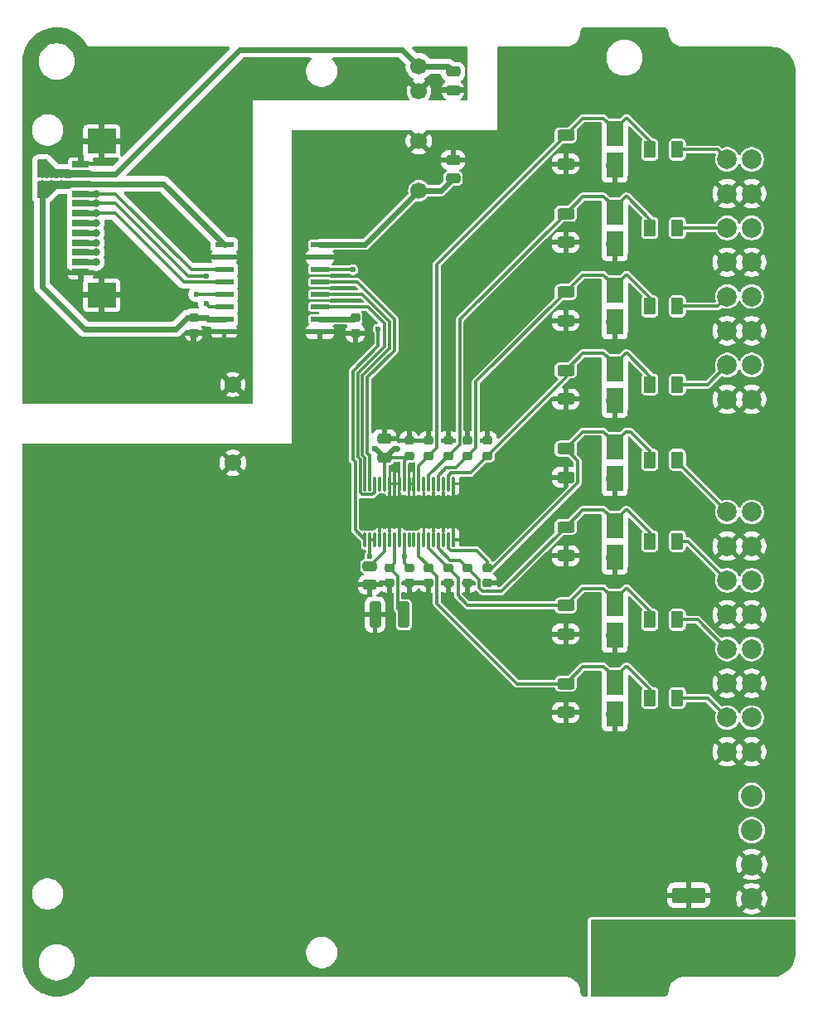
<source format=gbr>
%TF.GenerationSoftware,KiCad,Pcbnew,9.0.2*%
%TF.CreationDate,2025-06-09T15:51:03+03:00*%
%TF.ProjectId,PMCNV-AI8IU,504d434e-562d-4414-9938-49552e6b6963,rev?*%
%TF.SameCoordinates,Original*%
%TF.FileFunction,Copper,L1,Top*%
%TF.FilePolarity,Positive*%
%FSLAX46Y46*%
G04 Gerber Fmt 4.6, Leading zero omitted, Abs format (unit mm)*
G04 Created by KiCad (PCBNEW 9.0.2) date 2025-06-09 15:51:03*
%MOMM*%
%LPD*%
G01*
G04 APERTURE LIST*
G04 Aperture macros list*
%AMRoundRect*
0 Rectangle with rounded corners*
0 $1 Rounding radius*
0 $2 $3 $4 $5 $6 $7 $8 $9 X,Y pos of 4 corners*
0 Add a 4 corners polygon primitive as box body*
4,1,4,$2,$3,$4,$5,$6,$7,$8,$9,$2,$3,0*
0 Add four circle primitives for the rounded corners*
1,1,$1+$1,$2,$3*
1,1,$1+$1,$4,$5*
1,1,$1+$1,$6,$7*
1,1,$1+$1,$8,$9*
0 Add four rect primitives between the rounded corners*
20,1,$1+$1,$2,$3,$4,$5,0*
20,1,$1+$1,$4,$5,$6,$7,0*
20,1,$1+$1,$6,$7,$8,$9,0*
20,1,$1+$1,$8,$9,$2,$3,0*%
G04 Aperture macros list end*
%TA.AperFunction,SMDPad,CuDef*%
%ADD10RoundRect,0.250000X-0.375000X-0.625000X0.375000X-0.625000X0.375000X0.625000X-0.375000X0.625000X0*%
%TD*%
%TA.AperFunction,SMDPad,CuDef*%
%ADD11R,1.651000X2.565400*%
%TD*%
%TA.AperFunction,ComponentPad*%
%ADD12C,2.000000*%
%TD*%
%TA.AperFunction,SMDPad,CuDef*%
%ADD13RoundRect,0.250000X-0.625000X0.312500X-0.625000X-0.312500X0.625000X-0.312500X0.625000X0.312500X0*%
%TD*%
%TA.AperFunction,SMDPad,CuDef*%
%ADD14RoundRect,0.225000X0.250000X-0.225000X0.250000X0.225000X-0.250000X0.225000X-0.250000X-0.225000X0*%
%TD*%
%TA.AperFunction,SMDPad,CuDef*%
%ADD15R,1.803400X0.635000*%
%TD*%
%TA.AperFunction,SMDPad,CuDef*%
%ADD16R,2.997200X2.590800*%
%TD*%
%TA.AperFunction,SMDPad,CuDef*%
%ADD17RoundRect,0.250000X-0.475000X0.250000X-0.475000X-0.250000X0.475000X-0.250000X0.475000X0.250000X0*%
%TD*%
%TA.AperFunction,ComponentPad*%
%ADD18C,1.700000*%
%TD*%
%TA.AperFunction,SMDPad,CuDef*%
%ADD19RoundRect,0.250000X0.325000X1.100000X-0.325000X1.100000X-0.325000X-1.100000X0.325000X-1.100000X0*%
%TD*%
%TA.AperFunction,SMDPad,CuDef*%
%ADD20R,1.854200X0.482600*%
%TD*%
%TA.AperFunction,SMDPad,CuDef*%
%ADD21RoundRect,0.225000X-0.250000X0.225000X-0.250000X-0.225000X0.250000X-0.225000X0.250000X0.225000X0*%
%TD*%
%TA.AperFunction,ComponentPad*%
%ADD22O,6.350000X6.350000*%
%TD*%
%TA.AperFunction,ComponentPad*%
%ADD23C,2.200000*%
%TD*%
%TA.AperFunction,ComponentPad*%
%ADD24C,1.725000*%
%TD*%
%TA.AperFunction,SMDPad,CuDef*%
%ADD25RoundRect,0.075000X0.075000X-0.662500X0.075000X0.662500X-0.075000X0.662500X-0.075000X-0.662500X0*%
%TD*%
%TA.AperFunction,SMDPad,CuDef*%
%ADD26RoundRect,0.250000X1.450000X-0.537500X1.450000X0.537500X-1.450000X0.537500X-1.450000X-0.537500X0*%
%TD*%
%TA.AperFunction,SMDPad,CuDef*%
%ADD27RoundRect,0.250000X0.475000X-0.250000X0.475000X0.250000X-0.475000X0.250000X-0.475000X-0.250000X0*%
%TD*%
%TA.AperFunction,ViaPad*%
%ADD28C,0.800000*%
%TD*%
%TA.AperFunction,ViaPad*%
%ADD29C,0.600000*%
%TD*%
%TA.AperFunction,Conductor*%
%ADD30C,0.600000*%
%TD*%
%TA.AperFunction,Conductor*%
%ADD31C,0.300000*%
%TD*%
G04 APERTURE END LIST*
D10*
%TO.P,F2,1*%
%TO.N,/AIN_4P*%
X24600000Y29000000D03*
%TO.P,F2,2*%
%TO.N,/1.SIG+*%
X27400000Y29000000D03*
%TD*%
%TO.P,F7,1*%
%TO.N,/AIN_7P*%
X24600000Y-11000000D03*
%TO.P,F7,2*%
%TO.N,/6.SIG+*%
X27400000Y-11000000D03*
%TD*%
D11*
%TO.P,D5,1,A1*%
%TO.N,GND_CNV*%
X21000000Y3387100D03*
%TO.P,D5,2,A2*%
%TO.N,/AIN_1P*%
X21000000Y6612900D03*
%TD*%
D12*
%TO.P,J5,1,Pin_1*%
%TO.N,GND_CNV*%
X32500000Y-24500000D03*
%TO.P,J5,2,Pin_3*%
%TO.N,/7.SIG+*%
X32500000Y-21000000D03*
%TO.P,J5,3,3*%
%TO.N,GND_CNV*%
X32500000Y-17500000D03*
%TO.P,J5,4,4*%
%TO.N,/6.SIG+*%
X32500000Y-14000000D03*
%TO.P,J5,5,Pin_9*%
%TO.N,GND_CNV*%
X32500000Y-10500000D03*
%TO.P,J5,6,Pin_9*%
%TO.N,/5.SIG+*%
X32500000Y-7000000D03*
%TO.P,J5,7,Pin_9*%
%TO.N,GND_CNV*%
X32500000Y-3500000D03*
%TO.P,J5,8,Pin_9*%
%TO.N,/4.SIG+*%
X32500000Y0D03*
%TO.P,J5,9,Pin_2*%
%TO.N,GND_CNV*%
X35000000Y-24500000D03*
%TO.P,J5,10,Pin_4*%
%TO.N,+24V_F*%
X35000000Y-21000000D03*
%TO.P,J5,11,Pin_6*%
%TO.N,GND_CNV*%
X35000000Y-17500000D03*
%TO.P,J5,12,Pin_8*%
%TO.N,+24V_F*%
X35000000Y-14000000D03*
%TO.P,J5,13,Pin_10*%
%TO.N,GND_CNV*%
X35000000Y-10500000D03*
%TO.P,J5,14,Pin_10*%
%TO.N,+24V_F*%
X35000000Y-7000000D03*
%TO.P,J5,15,Pin_10*%
%TO.N,GND_CNV*%
X35000000Y-3500000D03*
%TO.P,J5,16,Pin_10*%
%TO.N,+24V_F*%
X35000000Y0D03*
%TD*%
D13*
%TO.P,R6,1*%
%TO.N,/AIN_0P*%
X16000000Y-1537500D03*
%TO.P,R6,2*%
%TO.N,GND_CNV*%
X16000000Y-4462500D03*
%TD*%
D10*
%TO.P,F3,1*%
%TO.N,/AIN_3P*%
X24600000Y21000000D03*
%TO.P,F3,2*%
%TO.N,/2.SIG+*%
X27400000Y21000000D03*
%TD*%
D14*
%TO.P,C13,1*%
%TO.N,/AIN_5P*%
X2000000Y5725000D03*
%TO.P,C13,2*%
%TO.N,GND_CNV*%
X2000000Y7275000D03*
%TD*%
D15*
%TO.P,J1,1,Pin_1*%
%TO.N,GND_MCU*%
X-33556000Y24500008D03*
%TO.P,J1,2,Pin_2*%
%TO.N,Net-(J1-Pin_2)*%
X-33556000Y25500006D03*
%TO.P,J1,3,Pin_3*%
%TO.N,/CS3_M*%
X-33556000Y26500004D03*
%TO.P,J1,4,Pin_4*%
%TO.N,/CS2_M*%
X-33556000Y27500002D03*
%TO.P,J1,5,Pin_5*%
%TO.N,/CS1_M*%
X-33556000Y28500000D03*
%TO.P,J1,6,Pin_6*%
%TO.N,/CS0_M*%
X-33556000Y29500000D03*
%TO.P,J1,7,Pin_7*%
%TO.N,/SCK_M*%
X-33556000Y30500000D03*
%TO.P,J1,8,Pin_8*%
%TO.N,/MISO_M*%
X-33556000Y31500000D03*
%TO.P,J1,9,Pin_9*%
%TO.N,/MOSI_M*%
X-33556000Y32499998D03*
%TO.P,J1,10,Pin_10*%
%TO.N,+3.3V_MCU*%
X-33556000Y33499996D03*
%TO.P,J1,11,Pin_11*%
%TO.N,+5V_MCU*%
X-33556000Y34499994D03*
%TO.P,J1,12,Pin_11*%
%TO.N,GND_MCU*%
X-33556000Y35499992D03*
D16*
%TO.P,J1,13,Pin_11*%
X-31385999Y22149997D03*
X-31385999Y37850003D03*
%TD*%
D17*
%TO.P,C1,1*%
%TO.N,+5V_MCU*%
X4500000Y44950000D03*
%TO.P,C1,2*%
%TO.N,GND_MCU*%
X4500000Y43050000D03*
%TD*%
D11*
%TO.P,D3,1,A1*%
%TO.N,GND_CNV*%
X21000000Y19387100D03*
%TO.P,D3,2,A2*%
%TO.N,/AIN_3P*%
X21000000Y22612900D03*
%TD*%
D12*
%TO.P,J4,1,Pin_1*%
%TO.N,GND_CNV*%
X32500000Y11500000D03*
%TO.P,J4,2,Pin_3*%
%TO.N,/3.SIG+*%
X32500000Y15000000D03*
%TO.P,J4,3,3*%
%TO.N,GND_CNV*%
X32500000Y18500000D03*
%TO.P,J4,4,4*%
%TO.N,/2.SIG+*%
X32500000Y22000000D03*
%TO.P,J4,5,Pin_9*%
%TO.N,GND_CNV*%
X32500000Y25500000D03*
%TO.P,J4,6,Pin_9*%
%TO.N,/1.SIG+*%
X32500000Y29000000D03*
%TO.P,J4,7,Pin_9*%
%TO.N,GND_CNV*%
X32500000Y32500000D03*
%TO.P,J4,8,Pin_9*%
%TO.N,/0.SIG+*%
X32500000Y36000000D03*
%TO.P,J4,9,Pin_2*%
%TO.N,GND_CNV*%
X35000000Y11500000D03*
%TO.P,J4,10,Pin_4*%
%TO.N,+24V_F*%
X35000000Y15000000D03*
%TO.P,J4,11,Pin_6*%
%TO.N,GND_CNV*%
X35000000Y18500000D03*
%TO.P,J4,12,Pin_8*%
%TO.N,+24V_F*%
X35000000Y22000000D03*
%TO.P,J4,13,Pin_10*%
%TO.N,GND_CNV*%
X35000000Y25500000D03*
%TO.P,J4,14,Pin_10*%
%TO.N,+24V_F*%
X35000000Y29000000D03*
%TO.P,J4,15,Pin_10*%
%TO.N,GND_CNV*%
X35000000Y32500000D03*
%TO.P,J4,16,Pin_10*%
%TO.N,+24V_F*%
X35000000Y36000000D03*
%TD*%
D18*
%TO.P,PS1,1,Vin*%
%TO.N,+5V_MCU*%
X1000000Y45500000D03*
%TO.P,PS1,2,GND*%
%TO.N,GND_MCU*%
X1000000Y42960000D03*
%TO.P,PS1,4,0V*%
%TO.N,GND_CNV*%
X1000000Y37880000D03*
%TO.P,PS1,6,+V*%
%TO.N,+5V_CNV*%
X1000000Y32800000D03*
%TD*%
D13*
%TO.P,R1,1*%
%TO.N,/AIN_5P*%
X16000000Y38462500D03*
%TO.P,R1,2*%
%TO.N,GND_CNV*%
X16000000Y35537500D03*
%TD*%
D14*
%TO.P,C11,1*%
%TO.N,+5V_CNV*%
X0Y5725000D03*
%TO.P,C11,2*%
%TO.N,GND_CNV*%
X0Y7275000D03*
%TD*%
D13*
%TO.P,R4,1*%
%TO.N,/AIN_2P*%
X16000000Y14462500D03*
%TO.P,R4,2*%
%TO.N,GND_CNV*%
X16000000Y11537500D03*
%TD*%
D19*
%TO.P,C7,1*%
%TO.N,Net-(U4-REFCAP)*%
X-525000Y-10500000D03*
%TO.P,C7,2*%
%TO.N,GND_CNV*%
X-3475000Y-10500000D03*
%TD*%
D13*
%TO.P,R2,1*%
%TO.N,/AIN_4P*%
X16000000Y30462500D03*
%TO.P,R2,2*%
%TO.N,GND_CNV*%
X16000000Y27537500D03*
%TD*%
D20*
%TO.P,U3,1,VDD*%
%TO.N,+3.3V_MCU*%
X-18876800Y27305000D03*
%TO.P,U3,2,GNDA*%
%TO.N,GND_MCU*%
X-18876800Y26035000D03*
%TO.P,U3,3,VI1*%
%TO.N,/MOSI_M*%
X-18876800Y24765000D03*
%TO.P,U3,4,VI2*%
%TO.N,/SCK_M*%
X-18876800Y23495000D03*
%TO.P,U3,5,VI3*%
%TO.N,/CS_M*%
X-18876800Y22225000D03*
%TO.P,U3,6,VO4*%
%TO.N,/MISO_M*%
X-18876800Y20955000D03*
%TO.P,U3,7,ENA*%
%TO.N,+3.3V_MCU*%
X-18876800Y19685000D03*
%TO.P,U3,8,GNDA*%
%TO.N,GND_MCU*%
X-18876800Y18415000D03*
%TO.P,U3,9,GNDB*%
%TO.N,GND_CNV*%
X-9123200Y18415000D03*
%TO.P,U3,10,ENB*%
%TO.N,+5V_CNV*%
X-9123200Y19685000D03*
%TO.P,U3,11,VI4*%
%TO.N,/MISO_F*%
X-9123200Y20955000D03*
%TO.P,U3,12,VO3*%
%TO.N,/CS_F*%
X-9123200Y22225000D03*
%TO.P,U3,13,VO2*%
%TO.N,/SCK_F*%
X-9123200Y23495000D03*
%TO.P,U3,14,VO1*%
%TO.N,/MOSI_F*%
X-9123200Y24765000D03*
%TO.P,U3,15,GNDB*%
%TO.N,GND_CNV*%
X-9123200Y26035000D03*
%TO.P,U3,16,VISO*%
%TO.N,+5V_CNV*%
X-9123200Y27305000D03*
%TD*%
D14*
%TO.P,C3,1*%
%TO.N,GND_MCU*%
X-22000000Y18275000D03*
%TO.P,C3,2*%
%TO.N,+3.3V_MCU*%
X-22000000Y19825000D03*
%TD*%
D17*
%TO.P,C10,1*%
%TO.N,GND_CNV*%
X-2500000Y7450000D03*
%TO.P,C10,2*%
%TO.N,+5V_CNV*%
X-2500000Y5550000D03*
%TD*%
D21*
%TO.P,C18,1*%
%TO.N,/AIN_0P*%
X6000000Y-5725000D03*
%TO.P,C18,2*%
%TO.N,GND_CNV*%
X6000000Y-7275000D03*
%TD*%
D13*
%TO.P,R3,1*%
%TO.N,/AIN_3P*%
X16000000Y22462500D03*
%TO.P,R3,2*%
%TO.N,GND_CNV*%
X16000000Y19537500D03*
%TD*%
D21*
%TO.P,C12,1*%
%TO.N,+5V_CNV*%
X0Y-5725000D03*
%TO.P,C12,2*%
%TO.N,GND_CNV*%
X0Y-7275000D03*
%TD*%
D11*
%TO.P,D2,1,A1*%
%TO.N,GND_CNV*%
X21000000Y27387100D03*
%TO.P,D2,2,A2*%
%TO.N,/AIN_4P*%
X21000000Y30612900D03*
%TD*%
D22*
%TO.P,D9,1,1*%
%TO.N,PE*%
X22000000Y-46000000D03*
%TD*%
D23*
%TO.P,J6,1,Pin_1*%
%TO.N,PE*%
X35000000Y-43000000D03*
%TO.P,J6,2,Pin_2*%
%TO.N,GND_CNV*%
X35000000Y-39500000D03*
%TO.P,J6,3,Pin_3*%
X35000000Y-36000000D03*
%TO.P,J6,4,Pin_4*%
%TO.N,+24V_F*%
X35000000Y-32500000D03*
%TO.P,J6,5,Pin_5*%
X35000000Y-29000000D03*
%TD*%
D11*
%TO.P,D4,1,A1*%
%TO.N,GND_CNV*%
X21000000Y11387100D03*
%TO.P,D4,2,A2*%
%TO.N,/AIN_2P*%
X21000000Y14612900D03*
%TD*%
D13*
%TO.P,R5,1*%
%TO.N,/AIN_1P*%
X16000000Y6462500D03*
%TO.P,R5,2*%
%TO.N,GND_CNV*%
X16000000Y3537500D03*
%TD*%
D10*
%TO.P,F5,1*%
%TO.N,/AIN_1P*%
X24600000Y5325000D03*
%TO.P,F5,2*%
%TO.N,/4.SIG+*%
X27400000Y5325000D03*
%TD*%
D14*
%TO.P,C15,1*%
%TO.N,/AIN_3P*%
X6000000Y5725000D03*
%TO.P,C15,2*%
%TO.N,GND_CNV*%
X6000000Y7275000D03*
%TD*%
D13*
%TO.P,R8,1*%
%TO.N,/AIN_6P*%
X16000000Y-17537500D03*
%TO.P,R8,2*%
%TO.N,GND_CNV*%
X16000000Y-20462500D03*
%TD*%
D11*
%TO.P,D1,1,A1*%
%TO.N,GND_CNV*%
X21000000Y35387100D03*
%TO.P,D1,2,A2*%
%TO.N,/AIN_5P*%
X21000000Y38612900D03*
%TD*%
D21*
%TO.P,C20,1*%
%TO.N,/AIN_6P*%
X2000000Y-5725000D03*
%TO.P,C20,2*%
%TO.N,GND_CNV*%
X2000000Y-7275000D03*
%TD*%
D13*
%TO.P,R7,1*%
%TO.N,/AIN_7P*%
X16000000Y-9537500D03*
%TO.P,R7,2*%
%TO.N,GND_CNV*%
X16000000Y-12462500D03*
%TD*%
D11*
%TO.P,D6,1,A1*%
%TO.N,GND_CNV*%
X21000000Y-4612900D03*
%TO.P,D6,2,A2*%
%TO.N,/AIN_0P*%
X21000000Y-1387100D03*
%TD*%
D24*
%TO.P,U2,1*%
%TO.N,GND_MCU*%
X-18000000Y13000000D03*
%TD*%
D21*
%TO.P,C19,1*%
%TO.N,/AIN_7P*%
X4000000Y-5725000D03*
%TO.P,C19,2*%
%TO.N,GND_CNV*%
X4000000Y-7275000D03*
%TD*%
D14*
%TO.P,C14,1*%
%TO.N,/AIN_4P*%
X4000000Y5725000D03*
%TO.P,C14,2*%
%TO.N,GND_CNV*%
X4000000Y7275000D03*
%TD*%
D21*
%TO.P,C17,1*%
%TO.N,/AIN_1P*%
X8000000Y-5725000D03*
%TO.P,C17,2*%
%TO.N,GND_CNV*%
X8000000Y-7275000D03*
%TD*%
D11*
%TO.P,D8,1,A1*%
%TO.N,GND_CNV*%
X21000000Y-20612900D03*
%TO.P,D8,2,A2*%
%TO.N,/AIN_6P*%
X21000000Y-17387100D03*
%TD*%
D17*
%TO.P,C9,1*%
%TO.N,Net-(U4-REFIO)*%
X-4000000Y-5550000D03*
%TO.P,C9,2*%
%TO.N,GND_CNV*%
X-4000000Y-7450000D03*
%TD*%
D25*
%TO.P,U4,1,SDI*%
%TO.N,/MOSI_F*%
X-4500000Y-2862500D03*
%TO.P,U4,2,~{RST/PD}*%
%TO.N,+5V_CNV*%
X-4000000Y-2862500D03*
%TO.P,U4,3,DAISY*%
X-3500000Y-2862500D03*
%TO.P,U4,4,~{REFSEL}*%
%TO.N,GND_CNV*%
X-3000000Y-2862500D03*
%TO.P,U4,5,REFIO*%
%TO.N,Net-(U4-REFIO)*%
X-2500000Y-2862500D03*
%TO.P,U4,6,REFGND*%
%TO.N,GND_CNV*%
X-2000000Y-2862500D03*
%TO.P,U4,7,REFCAP*%
%TO.N,Net-(U4-REFCAP)*%
X-1500000Y-2862500D03*
%TO.P,U4,8,AGND*%
%TO.N,GND_CNV*%
X-1000000Y-2862500D03*
%TO.P,U4,9,AVDD*%
%TO.N,+5V_CNV*%
X-500000Y-2862500D03*
%TO.P,U4,10,AUX_IN*%
%TO.N,unconnected-(U4-AUX_IN-Pad10)*%
X0Y-2862500D03*
%TO.P,U4,11,AUX_GND*%
%TO.N,unconnected-(U4-AUX_GND-Pad11)*%
X500000Y-2862500D03*
%TO.P,U4,12,AIN_6P*%
%TO.N,/AIN_6P*%
X1000000Y-2862500D03*
%TO.P,U4,13,AIN_6GND*%
%TO.N,GND_CNV*%
X1500000Y-2862500D03*
%TO.P,U4,14,AIN_7P*%
%TO.N,/AIN_7P*%
X2000000Y-2862500D03*
%TO.P,U4,15,AIN_7GND*%
%TO.N,GND_CNV*%
X2500000Y-2862500D03*
%TO.P,U4,16,AIN_0P*%
%TO.N,/AIN_0P*%
X3000000Y-2862500D03*
%TO.P,U4,17,AIN_0GND*%
%TO.N,GND_CNV*%
X3500000Y-2862500D03*
%TO.P,U4,18,AIN_1P*%
%TO.N,/AIN_1P*%
X4000000Y-2862500D03*
%TO.P,U4,19,AIN_1GND*%
%TO.N,GND_CNV*%
X4500000Y-2862500D03*
%TO.P,U4,20,AIN_2GND*%
X4500000Y2862500D03*
%TO.P,U4,21,AIN_2P*%
%TO.N,/AIN_2P*%
X4000000Y2862500D03*
%TO.P,U4,22,AIN_3GND*%
%TO.N,GND_CNV*%
X3500000Y2862500D03*
%TO.P,U4,23,AIN_3P*%
%TO.N,/AIN_3P*%
X3000000Y2862500D03*
%TO.P,U4,24,AIN_4GND*%
%TO.N,GND_CNV*%
X2500000Y2862500D03*
%TO.P,U4,25,AIN_4P*%
%TO.N,/AIN_4P*%
X2000000Y2862500D03*
%TO.P,U4,26,AIN_5GND*%
%TO.N,GND_CNV*%
X1500000Y2862500D03*
%TO.P,U4,27,AIN_5P*%
%TO.N,/AIN_5P*%
X1000000Y2862500D03*
%TO.P,U4,28,AGND*%
%TO.N,GND_CNV*%
X500000Y2862500D03*
%TO.P,U4,29,AGND*%
X0Y2862500D03*
%TO.P,U4,30,AVDD*%
%TO.N,+5V_CNV*%
X-500000Y2862500D03*
%TO.P,U4,31,AGND*%
%TO.N,GND_CNV*%
X-1000000Y2862500D03*
%TO.P,U4,32,AGND*%
X-1500000Y2862500D03*
%TO.P,U4,33,DGND*%
X-2000000Y2862500D03*
%TO.P,U4,34,DVDD*%
%TO.N,+5V_CNV*%
X-2500000Y2862500D03*
%TO.P,U4,35,DNC*%
%TO.N,unconnected-(U4-DNC-Pad35)*%
X-3000000Y2862500D03*
%TO.P,U4,36,SDO*%
%TO.N,/MISO_F*%
X-3500000Y2862500D03*
%TO.P,U4,37,SCLK*%
%TO.N,/SCK_F*%
X-4000000Y2862500D03*
%TO.P,U4,38,~{CS}*%
%TO.N,/CS_F*%
X-4500000Y2862500D03*
%TD*%
D14*
%TO.P,C16,1*%
%TO.N,/AIN_2P*%
X8000000Y5725000D03*
%TO.P,C16,2*%
%TO.N,GND_CNV*%
X8000000Y7275000D03*
%TD*%
D10*
%TO.P,F8,1*%
%TO.N,/AIN_6P*%
X24600000Y-19000000D03*
%TO.P,F8,2*%
%TO.N,/7.SIG+*%
X27400000Y-19000000D03*
%TD*%
D21*
%TO.P,C4,1*%
%TO.N,+5V_CNV*%
X-5500000Y19825000D03*
%TO.P,C4,2*%
%TO.N,GND_CNV*%
X-5500000Y18275000D03*
%TD*%
D26*
%TO.P,C21,1*%
%TO.N,PE*%
X28575000Y-43412500D03*
%TO.P,C21,2*%
%TO.N,GND_CNV*%
X28575000Y-39137500D03*
%TD*%
D24*
%TO.P,U5,1*%
%TO.N,GND_CNV*%
X-18000000Y5000000D03*
%TD*%
D21*
%TO.P,C8,1*%
%TO.N,Net-(U4-REFCAP)*%
X-2000000Y-5725000D03*
%TO.P,C8,2*%
%TO.N,GND_CNV*%
X-2000000Y-7275000D03*
%TD*%
D11*
%TO.P,D7,1,A1*%
%TO.N,GND_CNV*%
X21000000Y-12612900D03*
%TO.P,D7,2,A2*%
%TO.N,/AIN_7P*%
X21000000Y-9387100D03*
%TD*%
D10*
%TO.P,F6,1*%
%TO.N,/AIN_0P*%
X24600000Y-3000000D03*
%TO.P,F6,2*%
%TO.N,/5.SIG+*%
X27400000Y-3000000D03*
%TD*%
D27*
%TO.P,C2,1*%
%TO.N,+5V_CNV*%
X4500000Y34050000D03*
%TO.P,C2,2*%
%TO.N,GND_CNV*%
X4500000Y35950000D03*
%TD*%
D10*
%TO.P,F1,1*%
%TO.N,/AIN_5P*%
X24600000Y37000000D03*
%TO.P,F1,2*%
%TO.N,/0.SIG+*%
X27400000Y37000000D03*
%TD*%
%TO.P,F4,1*%
%TO.N,/AIN_2P*%
X24600000Y13000000D03*
%TO.P,F4,2*%
%TO.N,/3.SIG+*%
X27400000Y13000000D03*
%TD*%
D28*
%TO.N,+5V_MCU*%
X-35500000Y34500000D03*
X-36500000Y34500000D03*
X-37500000Y35500000D03*
X-37500000Y34500000D03*
%TO.N,+3.3V_MCU*%
X-37500000Y32500000D03*
X-36500000Y33499996D03*
X-35500000Y33499996D03*
X-37500000Y33500000D03*
D29*
%TO.N,+5V_CNV*%
X-1250000Y6500000D03*
X-3500000Y6500000D03*
X-6500000Y27305000D03*
X-500000Y-4500000D03*
X-4000000Y-4500000D03*
X-7000000Y19685000D03*
%TO.N,/MOSI_F*%
X-3150000Y18692629D03*
X-5750000Y24750000D03*
%TO.N,/CS_M*%
X-21750000Y22250000D03*
%TO.N,/MISO_M*%
X-20750000Y24095000D03*
D28*
X-32000000Y31500000D03*
D29*
X-20750000Y21250000D03*
D28*
%TO.N,/SCK_M*%
X-32000000Y30500000D03*
%TO.N,/MOSI_M*%
X-32000000Y32500000D03*
%TO.N,/CS2_M*%
X-32000000Y27500000D03*
%TO.N,/CS0_M*%
X-32000000Y29500000D03*
%TO.N,/CS3_M*%
X-32000000Y26500000D03*
%TO.N,/CS1_M*%
X-32000000Y28500000D03*
D29*
%TO.N,GND_MCU*%
X-31000000Y40000000D03*
X-31000000Y20000000D03*
X-33000000Y20000000D03*
X-32000000Y20000000D03*
X-33000000Y40000000D03*
X-30000000Y40000000D03*
X-30000000Y20000000D03*
X-32000000Y40000000D03*
D28*
%TO.N,Net-(J1-Pin_2)*%
X-32000000Y25500000D03*
%TD*%
D30*
%TO.N,+5V_MCU*%
X-33556000Y34499994D02*
X-37499994Y34499994D01*
X-17301000Y47199000D02*
X-699000Y47199000D01*
X-36999991Y34499991D02*
X-37000000Y34500000D01*
X-33556000Y34499991D02*
X-30000009Y34499991D01*
X1000000Y45500000D02*
X3950000Y45500000D01*
X-699000Y47199000D02*
X1000000Y45500000D01*
X-30000009Y34499991D02*
X-17301000Y47199000D01*
X3950000Y45500000D02*
X4500000Y44950000D01*
%TO.N,+3.3V_MCU*%
X-25071793Y33499993D02*
X-33556000Y33499993D01*
X-37500000Y33500000D02*
X-37500000Y32500000D01*
X-37500000Y32500000D02*
X-37500000Y23000000D01*
X-22675000Y19825000D02*
X-22000000Y19825000D01*
X-20640000Y19825000D02*
X-22000000Y19825000D01*
X-18876800Y27305000D02*
X-25071793Y33499993D01*
X-33556007Y33500000D02*
X-37500000Y33500000D01*
X-33162500Y18662500D02*
X-23837500Y18662500D01*
X-20500000Y19685000D02*
X-18876800Y19685000D01*
X-33556000Y33499993D02*
X-33556007Y33500000D01*
X-37500000Y23000000D02*
X-33162500Y18662500D01*
X-20500000Y19685000D02*
X-20640000Y19825000D01*
X-33556000Y33499996D02*
X-37499996Y33499996D01*
X-23837500Y18662500D02*
X-22675000Y19825000D01*
D31*
%TO.N,/0.SIG+*%
X27400000Y37000000D02*
X31500000Y37000000D01*
X31500000Y37000000D02*
X32500000Y36000000D01*
%TO.N,/AIN_6P*%
X16000000Y-17537500D02*
X11037500Y-17537500D01*
X19874500Y-15804400D02*
X21000000Y-16929900D01*
X2000000Y-5725000D02*
X2000000Y-5500000D01*
X17733100Y-15804400D02*
X19874500Y-15804400D01*
X24600000Y-18125000D02*
X22279400Y-15804400D01*
X24600000Y-19000000D02*
X24600000Y-18125000D01*
X2825000Y-6550000D02*
X2000000Y-5725000D01*
X2825000Y-9325000D02*
X2825000Y-6550000D01*
X11037500Y-17537500D02*
X2825000Y-9325000D01*
X22125500Y-15804400D02*
X21000000Y-16929900D01*
X2000000Y-5500000D02*
X1000000Y-4500000D01*
X22279400Y-15804400D02*
X22125500Y-15804400D01*
X1000000Y-4500000D02*
X1000000Y-2862500D01*
X16000000Y-17537500D02*
X17733100Y-15804400D01*
X21000000Y-16929900D02*
X21000000Y-17387100D01*
%TO.N,/AIN_7P*%
X5000000Y-8534704D02*
X5000000Y-6725000D01*
X16000000Y-9537500D02*
X17733100Y-7804400D01*
X4000000Y-5725000D02*
X2000000Y-3725000D01*
X19874500Y-7804400D02*
X21000000Y-8929900D01*
X21000000Y-8929900D02*
X21000000Y-9387100D01*
X24600000Y-11000000D02*
X24600000Y-10125000D01*
X5000000Y-6725000D02*
X4000000Y-5725000D01*
X24600000Y-10125000D02*
X22279400Y-7804400D01*
X22279400Y-7804400D02*
X22125500Y-7804400D01*
X6002796Y-9537500D02*
X5000000Y-8534704D01*
X16000000Y-9537500D02*
X6002796Y-9537500D01*
X2000000Y-3725000D02*
X2000000Y-2862500D01*
X22125500Y-7804400D02*
X21000000Y-8929900D01*
X17733100Y-7804400D02*
X19874500Y-7804400D01*
%TO.N,/1.SIG+*%
X27400000Y29000000D02*
X32500000Y29000000D01*
%TO.N,/5.SIG+*%
X27400000Y-3000000D02*
X28500000Y-3000000D01*
X28500000Y-3000000D02*
X32500000Y-7000000D01*
%TO.N,/7.SIG+*%
X30500000Y-19000000D02*
X32500000Y-21000000D01*
X27400000Y-19000000D02*
X30500000Y-19000000D01*
%TO.N,/6.SIG+*%
X27400000Y-11000000D02*
X29500000Y-11000000D01*
X29500000Y-11000000D02*
X32500000Y-14000000D01*
%TO.N,/4.SIG+*%
X27400000Y5325000D02*
X27400000Y5100000D01*
X27400000Y5100000D02*
X32500000Y0D01*
%TO.N,/3.SIG+*%
X27400000Y13000000D02*
X30500000Y13000000D01*
X30500000Y13000000D02*
X32500000Y15000000D01*
%TO.N,/2.SIG+*%
X31500000Y21000000D02*
X32500000Y22000000D01*
X27400000Y21000000D02*
X31500000Y21000000D01*
%TO.N,/AIN_1P*%
X4246880Y-3950000D02*
X4000000Y-3703120D01*
X21000000Y7070100D02*
X21000000Y6612900D01*
X17225000Y5237500D02*
X17225000Y2969544D01*
X22604400Y8195600D02*
X22125500Y8195600D01*
X22125500Y8195600D02*
X21000000Y7070100D01*
X6928120Y-3950000D02*
X4246880Y-3950000D01*
X24600000Y6200000D02*
X22604400Y8195600D01*
X24600000Y5325000D02*
X24600000Y6200000D01*
X16000000Y6462500D02*
X17733100Y8195600D01*
X8000000Y-5725000D02*
X8000000Y-5021880D01*
X4000000Y-3703120D02*
X4000000Y-2862500D01*
X16000000Y6462500D02*
X17225000Y5237500D01*
X8000000Y-5021880D02*
X6928120Y-3950000D01*
X17733100Y8195600D02*
X19874500Y8195600D01*
X8530456Y-5725000D02*
X8000000Y-5725000D01*
X17225000Y2969544D02*
X8530456Y-5725000D01*
X19874500Y8195600D02*
X21000000Y7070100D01*
%TO.N,/AIN_2P*%
X16000000Y13725000D02*
X8000000Y5725000D01*
X16000000Y14462500D02*
X17733100Y16195600D01*
X24600000Y13875000D02*
X22279400Y16195600D01*
X8000000Y5725000D02*
X6275000Y4000000D01*
X17733100Y16195600D02*
X19874500Y16195600D01*
X19874500Y16195600D02*
X21000000Y15070100D01*
X24600000Y13000000D02*
X24600000Y13875000D01*
X22125500Y16195600D02*
X21000000Y15070100D01*
X4000000Y3703120D02*
X4000000Y2862500D01*
X21000000Y15070100D02*
X21000000Y14612900D01*
X6275000Y4000000D02*
X4296880Y4000000D01*
X4296880Y4000000D02*
X4000000Y3703120D01*
X16000000Y14462500D02*
X16000000Y13725000D01*
X22279400Y16195600D02*
X22125500Y16195600D01*
%TO.N,/AIN_0P*%
X6000000Y-5725000D02*
X5200000Y-4925000D01*
X4221880Y-4925000D02*
X3000000Y-3703120D01*
X9462500Y-8075000D02*
X7505592Y-8075000D01*
X24600000Y-2125000D02*
X22279400Y195600D01*
X17733100Y195600D02*
X19874500Y195600D01*
X5200000Y-4925000D02*
X4221880Y-4925000D01*
X16000000Y-1537500D02*
X17733100Y195600D01*
X22125500Y195600D02*
X21000000Y-929900D01*
X21000000Y-929900D02*
X21000000Y-1387100D01*
X7175000Y-6900000D02*
X6000000Y-5725000D01*
X16000000Y-1537500D02*
X9462500Y-8075000D01*
X7505592Y-8075000D02*
X7175000Y-7744408D01*
X24600000Y-3000000D02*
X24600000Y-2125000D01*
X7175000Y-7744408D02*
X7175000Y-6900000D01*
X3000000Y-3703120D02*
X3000000Y-2862500D01*
X22279400Y195600D02*
X22125500Y195600D01*
X19874500Y195600D02*
X21000000Y-929900D01*
%TO.N,/AIN_4P*%
X22125500Y32195600D02*
X21000000Y31070100D01*
X5175000Y19637500D02*
X5175000Y6900000D01*
X5175000Y6900000D02*
X4000000Y5725000D01*
X19874500Y32195600D02*
X21000000Y31070100D01*
X21000000Y31070100D02*
X21000000Y30612900D01*
X2000000Y3725000D02*
X2000000Y2862500D01*
X24600000Y29875000D02*
X22279400Y32195600D01*
X22279400Y32195600D02*
X22125500Y32195600D01*
X16000000Y30462500D02*
X17733100Y32195600D01*
X17733100Y32195600D02*
X19874500Y32195600D01*
X16000000Y30462500D02*
X5175000Y19637500D01*
X4000000Y5725000D02*
X2000000Y3725000D01*
X24600000Y29000000D02*
X24600000Y29875000D01*
%TO.N,/AIN_3P*%
X24600000Y21875000D02*
X22279400Y24195600D01*
X6825000Y13287500D02*
X6825000Y6550000D01*
X3000000Y3703120D02*
X3000000Y2862500D01*
X4775000Y4500000D02*
X3796880Y4500000D01*
X24600000Y21000000D02*
X24600000Y21875000D01*
X19874500Y24195600D02*
X21000000Y23070100D01*
X22279400Y24195600D02*
X22125500Y24195600D01*
X6000000Y5725000D02*
X4775000Y4500000D01*
X16000000Y22462500D02*
X17733100Y24195600D01*
X6825000Y6550000D02*
X6000000Y5725000D01*
X22125500Y24195600D02*
X21000000Y23070100D01*
X21000000Y23070100D02*
X21000000Y22612900D01*
X16000000Y22462500D02*
X6825000Y13287500D01*
X3796880Y4500000D02*
X3000000Y3703120D01*
X17733100Y24195600D02*
X19874500Y24195600D01*
%TO.N,/AIN_5P*%
X21000000Y39070100D02*
X21000000Y38612900D01*
X19874500Y40195600D02*
X21000000Y39070100D01*
X1000000Y4725000D02*
X1000000Y2862500D01*
X2825000Y25287500D02*
X2825000Y6550000D01*
X22125500Y40195600D02*
X21000000Y39070100D01*
X16000000Y38462500D02*
X17733100Y40195600D01*
X2000000Y5725000D02*
X1000000Y4725000D01*
X24600000Y37000000D02*
X24600000Y37875000D01*
X16000000Y38462500D02*
X2825000Y25287500D01*
X17733100Y40195600D02*
X19874500Y40195600D01*
X22279400Y40195600D02*
X22125500Y40195600D01*
X2825000Y6550000D02*
X2000000Y5725000D01*
X24600000Y37875000D02*
X22279400Y40195600D01*
%TO.N,Net-(U4-REFCAP)*%
X-1175000Y-9850000D02*
X-1175000Y-6550000D01*
X-1175000Y-6550000D02*
X-2000000Y-5725000D01*
X-1500000Y-5225000D02*
X-1500000Y-2862500D01*
X-525000Y-10500000D02*
X-1175000Y-9850000D01*
X-2000000Y-5725000D02*
X-1500000Y-5225000D01*
%TO.N,Net-(U4-REFIO)*%
X-2500000Y-4050000D02*
X-2500000Y-2862500D01*
X-4000000Y-5550000D02*
X-2500000Y-4050000D01*
D30*
%TO.N,+5V_CNV*%
X-4495000Y27305000D02*
X-7500000Y27305000D01*
X-5640000Y19685000D02*
X-5500000Y19825000D01*
D31*
X-500000Y5225000D02*
X-500000Y2862500D01*
D30*
X-3500000Y6500000D02*
X-3450000Y6500000D01*
D31*
X-175000Y5550000D02*
X0Y5725000D01*
X-4000000Y-2862500D02*
X-3500000Y-2862500D01*
D30*
X-7500000Y27305000D02*
X-9123200Y27305000D01*
X1000000Y32800000D02*
X-4495000Y27305000D01*
X1000000Y32800000D02*
X3250000Y32800000D01*
D31*
X-4000000Y-4500000D02*
X-4000000Y-2862500D01*
D30*
X-1250000Y6500000D02*
X-1550000Y6500000D01*
D31*
X-500000Y-4500000D02*
X-500000Y-2862500D01*
X0Y-5725000D02*
X-500000Y-5225000D01*
D30*
X-1550000Y6500000D02*
X-2500000Y5550000D01*
D31*
X-2500000Y5550000D02*
X-175000Y5550000D01*
X0Y5725000D02*
X-500000Y5225000D01*
D30*
X3250000Y32800000D02*
X4500000Y34050000D01*
X-9123200Y19685000D02*
X-7000000Y19685000D01*
X-7000000Y19685000D02*
X-5640000Y19685000D01*
D31*
X-500000Y-5225000D02*
X-500000Y-4500000D01*
X-2500000Y5550000D02*
X-2500000Y2862500D01*
D30*
X-3450000Y6500000D02*
X-2500000Y5550000D01*
D31*
%TO.N,/SCK_F*%
X-1500000Y19664214D02*
X-5330786Y23495000D01*
X-4250000Y13750000D02*
X-1500000Y16500000D01*
X-4000000Y5750000D02*
X-4250000Y6000000D01*
X-1500000Y16500000D02*
X-1500000Y19664214D01*
X-5330786Y23495000D02*
X-9123200Y23495000D01*
X-4000000Y2862500D02*
X-4000000Y5750000D01*
X-4250000Y6000000D02*
X-4250000Y13750000D01*
%TO.N,/MOSI_F*%
X-5750000Y24750000D02*
X-9108200Y24750000D01*
X-4500000Y-2862500D02*
X-5500000Y-1862500D01*
X-5750000Y14371320D02*
X-3150000Y16971320D01*
X-5500000Y-1862500D02*
X-5500000Y5128679D01*
X-9108200Y24750000D02*
X-9123200Y24765000D01*
X-5500000Y5128679D02*
X-5750000Y5378679D01*
X-3150000Y16971320D02*
X-3150000Y18692629D01*
X-5750000Y5378679D02*
X-5750000Y14371320D01*
%TO.N,/CS_M*%
X-18901800Y22250000D02*
X-18876800Y22225000D01*
X-21750000Y22250000D02*
X-18901800Y22250000D01*
%TO.N,/MISO_M*%
X-29999997Y31499997D02*
X-33556000Y31499997D01*
X-20750000Y21250000D02*
X-20455000Y20955000D01*
X-20455000Y20955000D02*
X-18876800Y20955000D01*
D30*
X-32000000Y31500000D02*
X-33556000Y31500000D01*
D31*
X-22595000Y24095000D02*
X-29999997Y31499997D01*
X-20750000Y24095000D02*
X-22595000Y24095000D01*
D30*
%TO.N,/SCK_M*%
X-33556001Y30500000D02*
X-33556000Y30499999D01*
D31*
X-22995000Y23495000D02*
X-29999999Y30499999D01*
X-29999999Y30499999D02*
X-33556000Y30499999D01*
X-18876800Y23495000D02*
X-22995000Y23495000D01*
D30*
X-32000000Y30500000D02*
X-33556000Y30500000D01*
%TO.N,/MOSI_M*%
X-32000000Y32500000D02*
X-33555998Y32500000D01*
D31*
X-29999995Y32499995D02*
X-33556000Y32499995D01*
X-18876800Y24765000D02*
X-22265000Y24765000D01*
D30*
X-33555998Y32500000D02*
X-33556000Y32499998D01*
D31*
X-22265000Y24765000D02*
X-29999995Y32499995D01*
D30*
X-33556005Y32500000D02*
X-33556000Y32499995D01*
D31*
%TO.N,/MISO_F*%
X-5250000Y14164214D02*
X-2500000Y16914214D01*
X-3746880Y1775000D02*
X-4753120Y1775000D01*
X-2500000Y16914214D02*
X-2500000Y19250000D01*
X-4205000Y20955000D02*
X-9123200Y20955000D01*
X-2500000Y19250000D02*
X-4205000Y20955000D01*
X-5250000Y5585786D02*
X-5250000Y14164214D01*
X-4753120Y1775000D02*
X-5000000Y2021880D01*
X-3500000Y2021880D02*
X-3746880Y1775000D01*
X-5000000Y2021880D02*
X-5000000Y5335786D01*
X-5000000Y5335786D02*
X-5250000Y5585786D01*
X-3500000Y2862500D02*
X-3500000Y2021880D01*
%TO.N,/CS_F*%
X-2000000Y19457107D02*
X-2000000Y16707107D01*
X-9123200Y22225000D02*
X-4767893Y22225000D01*
X-4500000Y5542893D02*
X-4500000Y2862500D01*
X-2000000Y16707107D02*
X-4750000Y13957107D01*
X-4767893Y22225000D02*
X-2000000Y19457107D01*
X-4750000Y5792893D02*
X-4500000Y5542893D01*
X-4750000Y13957107D02*
X-4750000Y5792893D01*
D30*
%TO.N,/CS2_M*%
X-32000000Y27500000D02*
X-33555998Y27500000D01*
X-33555998Y27500000D02*
X-33556000Y27500002D01*
%TO.N,/CS0_M*%
X-32000000Y29500000D02*
X-33556000Y29500000D01*
%TO.N,/CS3_M*%
X-33555996Y26500000D02*
X-33556000Y26500004D01*
X-32000000Y26500000D02*
X-33555996Y26500000D01*
X-33556007Y26500000D02*
X-33556000Y26500007D01*
%TO.N,/CS1_M*%
X-32000000Y28500000D02*
X-33556000Y28500000D01*
X-33556003Y28500000D02*
X-33556000Y28500003D01*
%TO.N,Net-(J1-Pin_2)*%
X-33555994Y25500000D02*
X-33556000Y25500006D01*
X-32000000Y25500000D02*
X-33555994Y25500000D01*
%TD*%
%TA.AperFunction,Conductor*%
%TO.N,PE*%
G36*
X39442539Y-41675685D02*
G01*
X39488294Y-41728489D01*
X39499500Y-41780000D01*
X39499500Y-44996249D01*
X39499274Y-45003736D01*
X39481728Y-45293794D01*
X39479923Y-45308659D01*
X39428219Y-45590798D01*
X39424635Y-45605336D01*
X39339306Y-45879167D01*
X39333997Y-45893168D01*
X39216275Y-46154736D01*
X39209316Y-46167995D01*
X39060928Y-46413459D01*
X39052422Y-46425782D01*
X38875526Y-46651573D01*
X38865596Y-46662781D01*
X38662781Y-46865596D01*
X38651573Y-46875526D01*
X38425782Y-47052422D01*
X38413459Y-47060928D01*
X38167995Y-47209316D01*
X38154736Y-47216275D01*
X37893168Y-47333997D01*
X37879167Y-47339306D01*
X37605336Y-47424635D01*
X37590798Y-47428219D01*
X37308659Y-47479923D01*
X37293794Y-47481728D01*
X37003736Y-47499274D01*
X36996249Y-47499500D01*
X27892682Y-47499500D01*
X27680235Y-47530044D01*
X27680225Y-47530047D01*
X27474284Y-47590517D01*
X27279061Y-47679672D01*
X27279048Y-47679679D01*
X27098485Y-47795720D01*
X26936275Y-47936275D01*
X26795720Y-48098485D01*
X26679679Y-48279048D01*
X26679672Y-48279061D01*
X26590517Y-48474284D01*
X26530047Y-48680225D01*
X26530044Y-48680235D01*
X26499500Y-48892682D01*
X26499500Y-48993038D01*
X26498720Y-49006923D01*
X26488540Y-49097264D01*
X26482362Y-49124333D01*
X26454648Y-49203537D01*
X26442600Y-49228555D01*
X26397957Y-49299604D01*
X26380644Y-49321313D01*
X26321313Y-49380644D01*
X26299604Y-49397957D01*
X26228555Y-49442600D01*
X26203537Y-49454648D01*
X26124333Y-49482362D01*
X26097264Y-49488540D01*
X26017075Y-49497576D01*
X26006921Y-49498720D01*
X25993038Y-49499500D01*
X18666000Y-49499500D01*
X18598961Y-49479815D01*
X18553206Y-49427011D01*
X18542000Y-49375500D01*
X18542000Y-41780000D01*
X18561685Y-41712961D01*
X18614489Y-41667206D01*
X18666000Y-41656000D01*
X39375500Y-41656000D01*
X39442539Y-41675685D01*
G37*
%TD.AperFunction*%
%TD*%
%TA.AperFunction,Conductor*%
%TO.N,+3.3V_MCU*%
G36*
X-37727129Y33825276D02*
G01*
X-37710846Y33824888D01*
X-37710304Y33827608D01*
X-37568998Y33799501D01*
X-37568995Y33799500D01*
X-37568993Y33799500D01*
X-37431006Y33799500D01*
X-37391392Y33807380D01*
X-37299021Y33825754D01*
X-37239897Y33823114D01*
X-37186304Y33807376D01*
X-37100230Y33795000D01*
X-37100227Y33795000D01*
X-36901745Y33795000D01*
X-36899764Y33795000D01*
X-36896997Y33795013D01*
X-36894789Y33795033D01*
X-36852760Y33801664D01*
X-36852330Y33798679D01*
X-36821360Y33803131D01*
X-36803646Y33806212D01*
X-36761377Y33823413D01*
X-36749995Y33825716D01*
X-36726290Y33823676D01*
X-36702619Y33826071D01*
X-36701204Y33825798D01*
X-36568998Y33799501D01*
X-36568995Y33799500D01*
X-36568993Y33799500D01*
X-36431005Y33799500D01*
X-36329838Y33819624D01*
X-36299026Y33825753D01*
X-36239899Y33823113D01*
X-36186310Y33807376D01*
X-36100236Y33795000D01*
X-36100233Y33795000D01*
X-35901745Y33795000D01*
X-35899764Y33795000D01*
X-35896997Y33795013D01*
X-35894789Y33795033D01*
X-35852760Y33801664D01*
X-35852330Y33798679D01*
X-35821360Y33803131D01*
X-35803646Y33806212D01*
X-35761377Y33823413D01*
X-35749995Y33825716D01*
X-35726290Y33823676D01*
X-35702619Y33826071D01*
X-35701204Y33825798D01*
X-35568998Y33799501D01*
X-35568995Y33799500D01*
X-35568993Y33799500D01*
X-35431005Y33799500D01*
X-35329838Y33819624D01*
X-35299026Y33825753D01*
X-35239899Y33823113D01*
X-35186310Y33807376D01*
X-35100236Y33795000D01*
X-35100233Y33795000D01*
X-34586876Y33795000D01*
X-34586872Y33795000D01*
X-34523820Y33801577D01*
X-34523801Y33801581D01*
X-34484709Y33809826D01*
X-34459117Y33812496D01*
X-32624000Y33812496D01*
X-32556961Y33792811D01*
X-32511206Y33740007D01*
X-32500000Y33688496D01*
X-32500000Y33241998D01*
X-32519685Y33174959D01*
X-32572489Y33129204D01*
X-32624000Y33117998D01*
X-34502557Y33117998D01*
X-34502583Y33117996D01*
X-34527688Y33115085D01*
X-34527692Y33115083D01*
X-34630465Y33069705D01*
X-34630466Y33069704D01*
X-34663850Y33036319D01*
X-34725173Y33002834D01*
X-34751531Y33000000D01*
X-36000001Y33000000D01*
X-36963681Y32036319D01*
X-37025004Y32002834D01*
X-37051362Y32000000D01*
X-37876000Y32000000D01*
X-37943039Y32019685D01*
X-37988794Y32072489D01*
X-38000000Y32124000D01*
X-38000000Y33687363D01*
X-37980315Y33754402D01*
X-37927511Y33800157D01*
X-37892240Y33810295D01*
X-37879345Y33811999D01*
X-37865361Y33810910D01*
X-37795891Y33818379D01*
X-37758172Y33828007D01*
X-37750885Y33828969D01*
X-37727129Y33825276D01*
G37*
%TD.AperFunction*%
%TD*%
%TA.AperFunction,Conductor*%
%TO.N,GND_CNV*%
G36*
X26006922Y49498720D02*
G01*
X26097266Y49488541D01*
X26124331Y49482364D01*
X26203540Y49454648D01*
X26228553Y49442602D01*
X26299606Y49397957D01*
X26321313Y49380645D01*
X26380644Y49321314D01*
X26397957Y49299605D01*
X26442600Y49228556D01*
X26454648Y49203538D01*
X26482362Y49124334D01*
X26488540Y49097265D01*
X26498720Y49006924D01*
X26499500Y48993039D01*
X26499500Y48892683D01*
X26530044Y48680236D01*
X26530047Y48680226D01*
X26590517Y48474285D01*
X26679672Y48279062D01*
X26679679Y48279049D01*
X26795720Y48098486D01*
X26936275Y47936276D01*
X27060277Y47828828D01*
X27098487Y47795719D01*
X27175239Y47746394D01*
X27279048Y47679680D01*
X27279061Y47679673D01*
X27474284Y47590518D01*
X27474288Y47590517D01*
X27474290Y47590516D01*
X27680231Y47530046D01*
X27680232Y47530046D01*
X27680235Y47530045D01*
X27743584Y47520938D01*
X27892682Y47499500D01*
X27934108Y47499500D01*
X36934108Y47499500D01*
X36996249Y47499500D01*
X37003736Y47499274D01*
X37293796Y47481729D01*
X37308659Y47479924D01*
X37590798Y47428220D01*
X37605335Y47424637D01*
X37879172Y47339305D01*
X37893163Y47334000D01*
X38154743Y47216273D01*
X38167989Y47209320D01*
X38413465Y47060925D01*
X38425776Y47052427D01*
X38510437Y46986100D01*
X38651573Y46875527D01*
X38662781Y46865597D01*
X38865596Y46662782D01*
X38875526Y46651574D01*
X39007406Y46483241D01*
X39052422Y46425783D01*
X39060926Y46413463D01*
X39092164Y46361789D01*
X39209316Y46167996D01*
X39216275Y46154737D01*
X39333997Y45893169D01*
X39339306Y45879168D01*
X39424635Y45605337D01*
X39428219Y45590799D01*
X39479923Y45308660D01*
X39481728Y45293795D01*
X39499274Y45003737D01*
X39499500Y44996250D01*
X39499500Y-41226500D01*
X39479815Y-41293539D01*
X39427011Y-41339294D01*
X39375500Y-41350500D01*
X18666000Y-41350500D01*
X18665991Y-41350500D01*
X18665990Y-41350501D01*
X18601064Y-41357481D01*
X18601052Y-41357483D01*
X18549546Y-41368688D01*
X18511345Y-41379644D01*
X18511341Y-41379646D01*
X18414431Y-41436323D01*
X18414428Y-41436325D01*
X18361623Y-41482081D01*
X18361612Y-41482091D01*
X18319451Y-41526807D01*
X18319445Y-41526816D01*
X18268560Y-41626890D01*
X18248877Y-41693921D01*
X18236500Y-41780002D01*
X18236500Y-49375500D01*
X18233949Y-49384185D01*
X18235238Y-49393147D01*
X18224259Y-49417187D01*
X18216815Y-49442539D01*
X18209974Y-49448466D01*
X18206213Y-49456703D01*
X18183978Y-49470992D01*
X18164011Y-49488294D01*
X18153496Y-49490581D01*
X18147435Y-49494477D01*
X18112500Y-49499500D01*
X18006962Y-49499500D01*
X17993078Y-49498720D01*
X17980553Y-49497308D01*
X17902735Y-49488540D01*
X17875666Y-49482362D01*
X17796462Y-49454648D01*
X17771444Y-49442600D01*
X17700395Y-49397957D01*
X17678686Y-49380644D01*
X17619355Y-49321313D01*
X17602042Y-49299604D01*
X17557399Y-49228555D01*
X17545351Y-49203537D01*
X17543861Y-49199280D01*
X17517636Y-49124331D01*
X17511459Y-49097263D01*
X17501280Y-49006922D01*
X17500500Y-48993038D01*
X17500500Y-48892683D01*
X17500500Y-48892682D01*
X17469954Y-48680231D01*
X17409484Y-48474290D01*
X17409483Y-48474288D01*
X17409482Y-48474284D01*
X17320327Y-48279061D01*
X17320320Y-48279048D01*
X17249102Y-48168231D01*
X17204281Y-48098487D01*
X17124227Y-48006100D01*
X17063724Y-47936275D01*
X16901514Y-47795720D01*
X16901513Y-47795719D01*
X16820979Y-47743963D01*
X16720951Y-47679679D01*
X16720938Y-47679672D01*
X16525715Y-47590517D01*
X16319774Y-47530047D01*
X16319764Y-47530044D01*
X16128754Y-47502582D01*
X16107318Y-47499500D01*
X16065892Y-47499500D01*
X-32601792Y-47499500D01*
X-32729088Y-47533608D01*
X-32843214Y-47599500D01*
X-32936400Y-47692685D01*
X-32967736Y-47746958D01*
X-32971126Y-47752489D01*
X-33165305Y-48051501D01*
X-33172934Y-48062002D01*
X-33395280Y-48336575D01*
X-33403965Y-48346220D01*
X-33653780Y-48596036D01*
X-33663425Y-48604721D01*
X-33937998Y-48827066D01*
X-33948499Y-48834695D01*
X-34244797Y-49027113D01*
X-34256037Y-49033603D01*
X-34570837Y-49194001D01*
X-34582694Y-49199280D01*
X-34912528Y-49325891D01*
X-34924872Y-49329902D01*
X-35266142Y-49421346D01*
X-35278839Y-49424044D01*
X-35627783Y-49479310D01*
X-35640690Y-49480667D01*
X-35993510Y-49499158D01*
X-36006490Y-49499158D01*
X-36359311Y-49480667D01*
X-36372218Y-49479310D01*
X-36721162Y-49424044D01*
X-36733859Y-49421346D01*
X-37075130Y-49329902D01*
X-37087474Y-49325891D01*
X-37417308Y-49199280D01*
X-37429165Y-49194001D01*
X-37559663Y-49127509D01*
X-37743971Y-49033599D01*
X-37755190Y-49027122D01*
X-38051508Y-48834691D01*
X-38062002Y-48827066D01*
X-38336576Y-48604721D01*
X-38346221Y-48596036D01*
X-38596037Y-48346220D01*
X-38604722Y-48336575D01*
X-38741044Y-48168231D01*
X-38827074Y-48061992D01*
X-38834689Y-48051511D01*
X-39027121Y-47755190D01*
X-39033597Y-47743976D01*
X-39194007Y-47429153D01*
X-39199276Y-47417317D01*
X-39325894Y-47087468D01*
X-39329903Y-47075129D01*
X-39398208Y-46820214D01*
X-39421349Y-46733852D01*
X-39424045Y-46721161D01*
X-39479311Y-46372217D01*
X-39480668Y-46359310D01*
X-39499330Y-46003222D01*
X-39499500Y-45996732D01*
X-39499500Y-45878711D01*
X-37850500Y-45878711D01*
X-37850500Y-46121288D01*
X-37818839Y-46361785D01*
X-37756053Y-46596104D01*
X-37698993Y-46733858D01*
X-37663224Y-46820212D01*
X-37541936Y-47030289D01*
X-37541934Y-47030292D01*
X-37541933Y-47030293D01*
X-37394267Y-47222736D01*
X-37394261Y-47222743D01*
X-37222744Y-47394260D01*
X-37222737Y-47394266D01*
X-37177258Y-47429163D01*
X-37030289Y-47541936D01*
X-36820212Y-47663224D01*
X-36596100Y-47756054D01*
X-36361789Y-47818838D01*
X-36181414Y-47842584D01*
X-36121289Y-47850500D01*
X-36121288Y-47850500D01*
X-35878711Y-47850500D01*
X-35830612Y-47844167D01*
X-35638211Y-47818838D01*
X-35403900Y-47756054D01*
X-35179788Y-47663224D01*
X-34969711Y-47541936D01*
X-34777262Y-47394265D01*
X-34605735Y-47222738D01*
X-34458064Y-47030289D01*
X-34336776Y-46820212D01*
X-34243946Y-46596100D01*
X-34181162Y-46361789D01*
X-34149500Y-46121288D01*
X-34149500Y-45878712D01*
X-34181162Y-45638211D01*
X-34243946Y-45403900D01*
X-34336776Y-45179788D01*
X-34458064Y-44969711D01*
X-34494866Y-44921750D01*
X-34531476Y-44874038D01*
X-10526771Y-44874038D01*
X-10526771Y-45125961D01*
X-10487361Y-45374785D01*
X-10409511Y-45614383D01*
X-10295139Y-45838848D01*
X-10147070Y-46042649D01*
X-10147066Y-46042654D01*
X-9968926Y-46220794D01*
X-9968921Y-46220798D01*
X-9791154Y-46349952D01*
X-9765116Y-46368870D01*
X-9622087Y-46441747D01*
X-9540655Y-46483239D01*
X-9540653Y-46483239D01*
X-9540650Y-46483241D01*
X-9301056Y-46561090D01*
X-9052233Y-46600500D01*
X-9052232Y-46600500D01*
X-8800310Y-46600500D01*
X-8800309Y-46600500D01*
X-8551486Y-46561090D01*
X-8311892Y-46483241D01*
X-8087426Y-46368870D01*
X-7883615Y-46220793D01*
X-7705478Y-46042656D01*
X-7557401Y-45838845D01*
X-7443030Y-45614379D01*
X-7365181Y-45374785D01*
X-7325771Y-45125962D01*
X-7325771Y-44874038D01*
X-7365181Y-44625215D01*
X-7443030Y-44385621D01*
X-7443032Y-44385618D01*
X-7443032Y-44385616D01*
X-7484524Y-44304184D01*
X-7557401Y-44161155D01*
X-7576319Y-44135117D01*
X-7705473Y-43957350D01*
X-7705477Y-43957345D01*
X-7883617Y-43779205D01*
X-7883622Y-43779201D01*
X-8087423Y-43631132D01*
X-8087424Y-43631131D01*
X-8087426Y-43631130D01*
X-8157524Y-43595413D01*
X-8311888Y-43516760D01*
X-8551486Y-43438910D01*
X-8800309Y-43399500D01*
X-9052233Y-43399500D01*
X-9176645Y-43419205D01*
X-9301057Y-43438910D01*
X-9540655Y-43516760D01*
X-9765120Y-43631132D01*
X-9968921Y-43779201D01*
X-9968926Y-43779205D01*
X-10147066Y-43957345D01*
X-10147070Y-43957350D01*
X-10295139Y-44161151D01*
X-10409511Y-44385616D01*
X-10487361Y-44625214D01*
X-10526771Y-44874038D01*
X-34531476Y-44874038D01*
X-34605734Y-44777263D01*
X-34605740Y-44777256D01*
X-34777257Y-44605739D01*
X-34777264Y-44605733D01*
X-34969707Y-44458067D01*
X-34969708Y-44458066D01*
X-34969711Y-44458064D01*
X-35179788Y-44336776D01*
X-35179795Y-44336773D01*
X-35403896Y-44243947D01*
X-35638215Y-44181161D01*
X-35878711Y-44149500D01*
X-35878712Y-44149500D01*
X-36121288Y-44149500D01*
X-36121289Y-44149500D01*
X-36361786Y-44181161D01*
X-36596105Y-44243947D01*
X-36820206Y-44336773D01*
X-36820215Y-44336777D01*
X-37030294Y-44458067D01*
X-37222737Y-44605733D01*
X-37222744Y-44605739D01*
X-37394261Y-44777256D01*
X-37394267Y-44777263D01*
X-37541933Y-44969706D01*
X-37663223Y-45179785D01*
X-37663227Y-45179794D01*
X-37756053Y-45403895D01*
X-37818839Y-45638214D01*
X-37850500Y-45878711D01*
X-39499500Y-45878711D01*
X-39499500Y-38874038D01*
X-38526771Y-38874038D01*
X-38526771Y-38921750D01*
X-38526771Y-39125962D01*
X-38520045Y-39168426D01*
X-38487361Y-39374785D01*
X-38409511Y-39614383D01*
X-38353162Y-39724973D01*
X-38298846Y-39831574D01*
X-38295139Y-39838848D01*
X-38147070Y-40042649D01*
X-38147066Y-40042654D01*
X-37968926Y-40220794D01*
X-37968921Y-40220798D01*
X-37904895Y-40267315D01*
X-37765116Y-40368870D01*
X-37624147Y-40440697D01*
X-37540655Y-40483239D01*
X-37540653Y-40483239D01*
X-37540650Y-40483241D01*
X-37301056Y-40561090D01*
X-37052233Y-40600500D01*
X-37052232Y-40600500D01*
X-36800310Y-40600500D01*
X-36800309Y-40600500D01*
X-36551486Y-40561090D01*
X-36311892Y-40483241D01*
X-36087426Y-40368870D01*
X-35883615Y-40220793D01*
X-35705478Y-40042656D01*
X-35557401Y-39838845D01*
X-35499387Y-39724986D01*
X26375001Y-39724986D01*
X26385494Y-39827697D01*
X26440641Y-39994119D01*
X26440643Y-39994124D01*
X26532684Y-40143345D01*
X26656654Y-40267315D01*
X26805875Y-40359356D01*
X26805880Y-40359358D01*
X26972302Y-40414505D01*
X26972309Y-40414506D01*
X27075019Y-40424999D01*
X28324999Y-40424999D01*
X28825000Y-40424999D01*
X30074972Y-40424999D01*
X30074986Y-40424998D01*
X30177697Y-40414505D01*
X30344119Y-40359358D01*
X30344124Y-40359356D01*
X30493345Y-40267315D01*
X30617315Y-40143345D01*
X30709356Y-39994124D01*
X30709358Y-39994119D01*
X30764505Y-39827697D01*
X30764506Y-39827690D01*
X30774999Y-39724986D01*
X30775000Y-39724973D01*
X30775000Y-39387500D01*
X28825000Y-39387500D01*
X28825000Y-40424999D01*
X28324999Y-40424999D01*
X28325000Y-40424998D01*
X28325000Y-39387500D01*
X26375001Y-39387500D01*
X26375001Y-39724986D01*
X-35499387Y-39724986D01*
X-35443030Y-39614379D01*
X-35365181Y-39374785D01*
X-35365068Y-39374071D01*
X33400000Y-39374071D01*
X33400000Y-39625928D01*
X33439397Y-39874669D01*
X33517219Y-40114184D01*
X33631557Y-40338583D01*
X33705748Y-40440697D01*
X33705748Y-40440698D01*
X34360690Y-39785756D01*
X34379668Y-39831574D01*
X34456274Y-39946224D01*
X34553776Y-40043726D01*
X34668426Y-40120332D01*
X34714242Y-40139309D01*
X34059300Y-40794250D01*
X34161416Y-40868442D01*
X34385815Y-40982780D01*
X34625330Y-41060602D01*
X34874072Y-41100000D01*
X35125928Y-41100000D01*
X35374669Y-41060602D01*
X35614184Y-40982780D01*
X35838575Y-40868446D01*
X35838581Y-40868442D01*
X35940697Y-40794250D01*
X35940698Y-40794250D01*
X35285757Y-40139309D01*
X35331574Y-40120332D01*
X35446224Y-40043726D01*
X35543726Y-39946224D01*
X35620332Y-39831574D01*
X35639309Y-39785757D01*
X36294250Y-40440698D01*
X36294250Y-40440697D01*
X36368442Y-40338581D01*
X36368446Y-40338575D01*
X36482780Y-40114184D01*
X36560602Y-39874669D01*
X36600000Y-39625928D01*
X36600000Y-39374071D01*
X36560602Y-39125330D01*
X36482780Y-38885815D01*
X36368442Y-38661416D01*
X36294250Y-38559301D01*
X36294250Y-38559300D01*
X35639309Y-39214241D01*
X35620332Y-39168426D01*
X35543726Y-39053776D01*
X35446224Y-38956274D01*
X35331574Y-38879668D01*
X35285755Y-38860689D01*
X35940698Y-38205748D01*
X35838583Y-38131557D01*
X35614184Y-38017219D01*
X35374669Y-37939397D01*
X35125928Y-37900000D01*
X34874072Y-37900000D01*
X34625330Y-37939397D01*
X34385815Y-38017219D01*
X34161413Y-38131559D01*
X34059301Y-38205747D01*
X34059300Y-38205748D01*
X34714242Y-38860690D01*
X34668426Y-38879668D01*
X34553776Y-38956274D01*
X34456274Y-39053776D01*
X34379668Y-39168426D01*
X34360690Y-39214242D01*
X33705748Y-38559300D01*
X33705747Y-38559301D01*
X33631559Y-38661413D01*
X33517219Y-38885815D01*
X33439397Y-39125330D01*
X33400000Y-39374071D01*
X-35365068Y-39374071D01*
X-35325771Y-39125962D01*
X-35325771Y-38874038D01*
X-35365181Y-38625215D01*
X-35365182Y-38625211D01*
X-35365182Y-38625210D01*
X-35378188Y-38585182D01*
X-35389615Y-38550013D01*
X26375000Y-38550013D01*
X26375000Y-38887500D01*
X28325000Y-38887500D01*
X28825000Y-38887500D01*
X30774999Y-38887500D01*
X30774999Y-38550028D01*
X30774998Y-38550013D01*
X30764505Y-38447302D01*
X30713047Y-38292012D01*
X30709358Y-38280880D01*
X30709356Y-38280875D01*
X30617315Y-38131654D01*
X30493345Y-38007684D01*
X30344124Y-37915643D01*
X30344119Y-37915641D01*
X30177697Y-37860494D01*
X30177690Y-37860493D01*
X30074986Y-37850000D01*
X28825000Y-37850000D01*
X28825000Y-38887500D01*
X28325000Y-38887500D01*
X28325000Y-37850000D01*
X27075028Y-37850000D01*
X27075012Y-37850001D01*
X26972302Y-37860494D01*
X26805880Y-37915641D01*
X26805875Y-37915643D01*
X26656654Y-38007684D01*
X26532684Y-38131654D01*
X26440643Y-38280875D01*
X26440641Y-38280880D01*
X26385494Y-38447302D01*
X26385493Y-38447309D01*
X26375000Y-38550013D01*
X-35389615Y-38550013D01*
X-35443032Y-38385616D01*
X-35534680Y-38205748D01*
X-35557401Y-38161155D01*
X-35661976Y-38017219D01*
X-35705473Y-37957350D01*
X-35705477Y-37957345D01*
X-35883617Y-37779205D01*
X-35883622Y-37779201D01*
X-36087423Y-37631132D01*
X-36087424Y-37631131D01*
X-36087426Y-37631130D01*
X-36157524Y-37595413D01*
X-36311888Y-37516760D01*
X-36551486Y-37438910D01*
X-36800309Y-37399500D01*
X-37052233Y-37399500D01*
X-37176645Y-37419205D01*
X-37301057Y-37438910D01*
X-37540655Y-37516760D01*
X-37765120Y-37631132D01*
X-37968921Y-37779201D01*
X-37968926Y-37779205D01*
X-38147066Y-37957345D01*
X-38147070Y-37957350D01*
X-38295139Y-38161151D01*
X-38409511Y-38385616D01*
X-38487361Y-38625214D01*
X-38493094Y-38661413D01*
X-38526771Y-38874038D01*
X-39499500Y-38874038D01*
X-39499500Y-35874071D01*
X33400000Y-35874071D01*
X33400000Y-36125928D01*
X33439397Y-36374669D01*
X33517219Y-36614184D01*
X33631557Y-36838583D01*
X33705748Y-36940697D01*
X33705748Y-36940698D01*
X34360690Y-36285756D01*
X34379668Y-36331574D01*
X34456274Y-36446224D01*
X34553776Y-36543726D01*
X34668426Y-36620332D01*
X34714242Y-36639309D01*
X34059300Y-37294250D01*
X34161416Y-37368442D01*
X34385815Y-37482780D01*
X34625330Y-37560602D01*
X34874072Y-37600000D01*
X35125928Y-37600000D01*
X35374669Y-37560602D01*
X35614184Y-37482780D01*
X35838575Y-37368446D01*
X35838581Y-37368442D01*
X35940697Y-37294250D01*
X35940698Y-37294250D01*
X35285757Y-36639309D01*
X35331574Y-36620332D01*
X35446224Y-36543726D01*
X35543726Y-36446224D01*
X35620332Y-36331574D01*
X35639309Y-36285757D01*
X36294250Y-36940698D01*
X36294250Y-36940697D01*
X36368442Y-36838581D01*
X36368446Y-36838575D01*
X36482780Y-36614184D01*
X36560602Y-36374669D01*
X36600000Y-36125928D01*
X36600000Y-35874071D01*
X36560602Y-35625330D01*
X36482780Y-35385815D01*
X36368442Y-35161416D01*
X36294250Y-35059301D01*
X36294250Y-35059300D01*
X35639309Y-35714241D01*
X35620332Y-35668426D01*
X35543726Y-35553776D01*
X35446224Y-35456274D01*
X35331574Y-35379668D01*
X35285755Y-35360689D01*
X35940698Y-34705748D01*
X35838583Y-34631557D01*
X35614184Y-34517219D01*
X35374669Y-34439397D01*
X35125928Y-34400000D01*
X34874072Y-34400000D01*
X34625330Y-34439397D01*
X34385815Y-34517219D01*
X34161413Y-34631559D01*
X34059301Y-34705747D01*
X34059300Y-34705748D01*
X34714242Y-35360690D01*
X34668426Y-35379668D01*
X34553776Y-35456274D01*
X34456274Y-35553776D01*
X34379668Y-35668426D01*
X34360690Y-35714242D01*
X33705748Y-35059300D01*
X33705747Y-35059301D01*
X33631559Y-35161413D01*
X33517219Y-35385815D01*
X33439397Y-35625330D01*
X33400000Y-35874071D01*
X-39499500Y-35874071D01*
X-39499500Y-32393713D01*
X33649500Y-32393713D01*
X33649500Y-32606286D01*
X33682753Y-32816239D01*
X33748444Y-33018414D01*
X33844951Y-33207820D01*
X33969890Y-33379786D01*
X34120213Y-33530109D01*
X34292179Y-33655048D01*
X34292181Y-33655049D01*
X34292184Y-33655051D01*
X34481588Y-33751557D01*
X34683757Y-33817246D01*
X34893713Y-33850500D01*
X34893714Y-33850500D01*
X35106286Y-33850500D01*
X35106287Y-33850500D01*
X35316243Y-33817246D01*
X35518412Y-33751557D01*
X35707816Y-33655051D01*
X35729789Y-33639086D01*
X35879786Y-33530109D01*
X35879788Y-33530106D01*
X35879792Y-33530104D01*
X36030104Y-33379792D01*
X36030106Y-33379788D01*
X36030109Y-33379786D01*
X36155048Y-33207820D01*
X36155047Y-33207820D01*
X36155051Y-33207816D01*
X36251557Y-33018412D01*
X36317246Y-32816243D01*
X36350500Y-32606287D01*
X36350500Y-32393713D01*
X36317246Y-32183757D01*
X36251557Y-31981588D01*
X36155051Y-31792184D01*
X36155049Y-31792181D01*
X36155048Y-31792179D01*
X36030109Y-31620213D01*
X35879786Y-31469890D01*
X35707820Y-31344951D01*
X35518414Y-31248444D01*
X35518413Y-31248443D01*
X35518412Y-31248443D01*
X35316243Y-31182754D01*
X35316241Y-31182753D01*
X35316240Y-31182753D01*
X35154957Y-31157208D01*
X35106287Y-31149500D01*
X34893713Y-31149500D01*
X34845042Y-31157208D01*
X34683760Y-31182753D01*
X34481585Y-31248444D01*
X34292179Y-31344951D01*
X34120213Y-31469890D01*
X33969890Y-31620213D01*
X33844951Y-31792179D01*
X33748444Y-31981585D01*
X33682753Y-32183760D01*
X33649500Y-32393713D01*
X-39499500Y-32393713D01*
X-39499500Y-28893713D01*
X33649500Y-28893713D01*
X33649500Y-29106286D01*
X33682753Y-29316239D01*
X33748444Y-29518414D01*
X33844951Y-29707820D01*
X33969890Y-29879786D01*
X34120213Y-30030109D01*
X34292179Y-30155048D01*
X34292181Y-30155049D01*
X34292184Y-30155051D01*
X34481588Y-30251557D01*
X34683757Y-30317246D01*
X34893713Y-30350500D01*
X34893714Y-30350500D01*
X35106286Y-30350500D01*
X35106287Y-30350500D01*
X35316243Y-30317246D01*
X35518412Y-30251557D01*
X35707816Y-30155051D01*
X35729789Y-30139086D01*
X35879786Y-30030109D01*
X35879788Y-30030106D01*
X35879792Y-30030104D01*
X36030104Y-29879792D01*
X36030106Y-29879788D01*
X36030109Y-29879786D01*
X36155048Y-29707820D01*
X36155047Y-29707820D01*
X36155051Y-29707816D01*
X36251557Y-29518412D01*
X36317246Y-29316243D01*
X36350500Y-29106287D01*
X36350500Y-28893713D01*
X36317246Y-28683757D01*
X36251557Y-28481588D01*
X36155051Y-28292184D01*
X36155049Y-28292181D01*
X36155048Y-28292179D01*
X36030109Y-28120213D01*
X35879786Y-27969890D01*
X35707820Y-27844951D01*
X35518414Y-27748444D01*
X35518413Y-27748443D01*
X35518412Y-27748443D01*
X35316243Y-27682754D01*
X35316241Y-27682753D01*
X35316240Y-27682753D01*
X35154957Y-27657208D01*
X35106287Y-27649500D01*
X34893713Y-27649500D01*
X34845042Y-27657208D01*
X34683760Y-27682753D01*
X34481585Y-27748444D01*
X34292179Y-27844951D01*
X34120213Y-27969890D01*
X33969890Y-28120213D01*
X33844951Y-28292179D01*
X33748444Y-28481585D01*
X33682753Y-28683760D01*
X33649500Y-28893713D01*
X-39499500Y-28893713D01*
X-39499500Y-24381947D01*
X31000000Y-24381947D01*
X31000000Y-24618052D01*
X31036934Y-24851247D01*
X31109897Y-25075802D01*
X31217087Y-25286174D01*
X31277338Y-25369104D01*
X31277340Y-25369105D01*
X31860689Y-24785755D01*
X31879668Y-24831574D01*
X31956274Y-24946224D01*
X32053776Y-25043726D01*
X32168426Y-25120332D01*
X32214243Y-25139309D01*
X31630893Y-25722658D01*
X31713828Y-25782914D01*
X31924197Y-25890102D01*
X32148752Y-25963065D01*
X32148751Y-25963065D01*
X32381948Y-26000000D01*
X32618052Y-26000000D01*
X32851247Y-25963065D01*
X33075802Y-25890102D01*
X33286163Y-25782918D01*
X33286169Y-25782914D01*
X33369104Y-25722658D01*
X33369105Y-25722658D01*
X32785756Y-25139310D01*
X32831574Y-25120332D01*
X32946224Y-25043726D01*
X33043726Y-24946224D01*
X33120332Y-24831574D01*
X33139309Y-24785756D01*
X33722657Y-25369104D01*
X33740273Y-25367718D01*
X33759734Y-25367718D01*
X33777341Y-25369103D01*
X34360689Y-24785755D01*
X34379668Y-24831574D01*
X34456274Y-24946224D01*
X34553776Y-25043726D01*
X34668426Y-25120332D01*
X34714243Y-25139309D01*
X34130893Y-25722658D01*
X34213828Y-25782914D01*
X34424197Y-25890102D01*
X34648752Y-25963065D01*
X34648751Y-25963065D01*
X34881948Y-26000000D01*
X35118052Y-26000000D01*
X35351247Y-25963065D01*
X35575802Y-25890102D01*
X35786163Y-25782918D01*
X35786169Y-25782914D01*
X35869104Y-25722658D01*
X35869105Y-25722658D01*
X35285756Y-25139310D01*
X35331574Y-25120332D01*
X35446224Y-25043726D01*
X35543726Y-24946224D01*
X35620332Y-24831574D01*
X35639309Y-24785756D01*
X36222658Y-25369105D01*
X36222658Y-25369104D01*
X36282914Y-25286169D01*
X36282918Y-25286163D01*
X36390102Y-25075802D01*
X36463065Y-24851247D01*
X36500000Y-24618052D01*
X36500000Y-24381947D01*
X36463065Y-24148752D01*
X36390102Y-23924197D01*
X36282914Y-23713828D01*
X36222658Y-23630894D01*
X36222658Y-23630893D01*
X35639309Y-24214242D01*
X35620332Y-24168426D01*
X35543726Y-24053776D01*
X35446224Y-23956274D01*
X35331574Y-23879668D01*
X35285756Y-23860689D01*
X35869105Y-23277340D01*
X35869104Y-23277338D01*
X35786174Y-23217087D01*
X35575802Y-23109897D01*
X35351247Y-23036934D01*
X35351248Y-23036934D01*
X35118052Y-23000000D01*
X34881948Y-23000000D01*
X34648752Y-23036934D01*
X34424197Y-23109897D01*
X34213830Y-23217084D01*
X34130894Y-23277340D01*
X34714243Y-23860689D01*
X34668426Y-23879668D01*
X34553776Y-23956274D01*
X34456274Y-24053776D01*
X34379668Y-24168426D01*
X34360689Y-24214243D01*
X33777340Y-23630894D01*
X33759732Y-23632280D01*
X33740275Y-23632280D01*
X33722658Y-23630893D01*
X33139309Y-24214242D01*
X33120332Y-24168426D01*
X33043726Y-24053776D01*
X32946224Y-23956274D01*
X32831574Y-23879668D01*
X32785756Y-23860689D01*
X33369105Y-23277340D01*
X33369104Y-23277339D01*
X33286174Y-23217087D01*
X33075802Y-23109897D01*
X32851247Y-23036934D01*
X32851248Y-23036934D01*
X32618052Y-23000000D01*
X32381948Y-23000000D01*
X32148752Y-23036934D01*
X31924197Y-23109897D01*
X31713830Y-23217084D01*
X31630894Y-23277340D01*
X32214243Y-23860689D01*
X32168426Y-23879668D01*
X32053776Y-23956274D01*
X31956274Y-24053776D01*
X31879668Y-24168426D01*
X31860690Y-24214243D01*
X31277340Y-23630894D01*
X31217084Y-23713830D01*
X31109897Y-23924197D01*
X31036934Y-24148752D01*
X31000000Y-24381947D01*
X-39499500Y-24381947D01*
X-39499500Y-20824986D01*
X14625001Y-20824986D01*
X14635494Y-20927697D01*
X14690641Y-21094119D01*
X14690643Y-21094124D01*
X14782684Y-21243345D01*
X14906654Y-21367315D01*
X15055875Y-21459356D01*
X15055880Y-21459358D01*
X15222302Y-21514505D01*
X15222309Y-21514506D01*
X15325019Y-21524999D01*
X15749999Y-21524999D01*
X16250000Y-21524999D01*
X16674972Y-21524999D01*
X16674986Y-21524998D01*
X16777697Y-21514505D01*
X16944119Y-21459358D01*
X16944124Y-21459356D01*
X17093345Y-21367315D01*
X17217315Y-21243345D01*
X17309356Y-21094124D01*
X17309358Y-21094119D01*
X17364505Y-20927697D01*
X17364506Y-20927690D01*
X17374999Y-20824986D01*
X17375000Y-20824973D01*
X17375000Y-20712500D01*
X16250000Y-20712500D01*
X16250000Y-21524999D01*
X15749999Y-21524999D01*
X15750000Y-21524998D01*
X15750000Y-20712500D01*
X14625001Y-20712500D01*
X14625001Y-20824986D01*
X-39499500Y-20824986D01*
X-39499500Y-20100013D01*
X14625000Y-20100013D01*
X14625000Y-20212500D01*
X15750000Y-20212500D01*
X16250000Y-20212500D01*
X17374999Y-20212500D01*
X17374999Y-20100028D01*
X17374998Y-20100013D01*
X17364505Y-19997302D01*
X17309358Y-19830880D01*
X17309356Y-19830875D01*
X17217315Y-19681654D01*
X17093345Y-19557684D01*
X16944124Y-19465643D01*
X16944119Y-19465641D01*
X16777697Y-19410494D01*
X16777690Y-19410493D01*
X16674986Y-19400000D01*
X16250000Y-19400000D01*
X16250000Y-20212500D01*
X15750000Y-20212500D01*
X15750000Y-19400000D01*
X15325028Y-19400000D01*
X15325012Y-19400001D01*
X15222302Y-19410494D01*
X15055880Y-19465641D01*
X15055875Y-19465643D01*
X14906654Y-19557684D01*
X14782684Y-19681654D01*
X14690643Y-19830875D01*
X14690641Y-19830880D01*
X14635494Y-19997302D01*
X14635493Y-19997309D01*
X14625000Y-20100013D01*
X-39499500Y-20100013D01*
X-39499500Y-11649986D01*
X-4549999Y-11649986D01*
X-4539506Y-11752697D01*
X-4484359Y-11919119D01*
X-4484357Y-11919124D01*
X-4392316Y-12068345D01*
X-4268346Y-12192315D01*
X-4119125Y-12284356D01*
X-4119120Y-12284358D01*
X-3952698Y-12339505D01*
X-3952691Y-12339506D01*
X-3849981Y-12349999D01*
X-3725001Y-12349999D01*
X-3225000Y-12349999D01*
X-3100028Y-12349999D01*
X-3100014Y-12349998D01*
X-2997303Y-12339505D01*
X-2830881Y-12284358D01*
X-2830876Y-12284356D01*
X-2681655Y-12192315D01*
X-2557685Y-12068345D01*
X-2465644Y-11919124D01*
X-2465642Y-11919119D01*
X-2410495Y-11752697D01*
X-2410494Y-11752690D01*
X-2400001Y-11649986D01*
X-2400000Y-11649973D01*
X-2400000Y-10750000D01*
X-3225000Y-10750000D01*
X-3225000Y-12349999D01*
X-3725001Y-12349999D01*
X-3725000Y-12349998D01*
X-3725000Y-10750000D01*
X-4549999Y-10750000D01*
X-4549999Y-11649986D01*
X-39499500Y-11649986D01*
X-39499500Y-9350013D01*
X-4550000Y-9350013D01*
X-4550000Y-10250000D01*
X-2400001Y-10250000D01*
X-2400001Y-9350028D01*
X-2400002Y-9350013D01*
X-2410495Y-9247302D01*
X-2465642Y-9080880D01*
X-2465644Y-9080875D01*
X-2557685Y-8931654D01*
X-2681655Y-8807684D01*
X-2830876Y-8715643D01*
X-2830881Y-8715641D01*
X-2997303Y-8660494D01*
X-2997310Y-8660493D01*
X-3100014Y-8650000D01*
X-3239110Y-8650000D01*
X-3306149Y-8630315D01*
X-3351904Y-8577511D01*
X-3361848Y-8508353D01*
X-3332823Y-8444797D01*
X-3278114Y-8408294D01*
X-3205881Y-8384358D01*
X-3205876Y-8384356D01*
X-3056655Y-8292315D01*
X-2932683Y-8168343D01*
X-2890742Y-8100346D01*
X-2838794Y-8053621D01*
X-2769832Y-8042398D01*
X-2708289Y-8068178D01*
X-2702725Y-8072577D01*
X-2558493Y-8161542D01*
X-2558482Y-8161547D01*
X-2397607Y-8214855D01*
X-2298317Y-8224999D01*
X-2250001Y-8224998D01*
X-2250000Y-8224998D01*
X-2250000Y-7525000D01*
X-2645000Y-7525000D01*
X-2645000Y-7576000D01*
X-2664685Y-7643039D01*
X-2717489Y-7688794D01*
X-2769000Y-7700000D01*
X-3750000Y-7700000D01*
X-3750000Y-8459709D01*
X-3728195Y-8499642D01*
X-3733179Y-8569334D01*
X-3775051Y-8625267D01*
X-3840515Y-8649684D01*
X-3849328Y-8650000D01*
X-3849955Y-8650000D01*
X-3849988Y-8650001D01*
X-3952698Y-8660494D01*
X-4119120Y-8715641D01*
X-4119125Y-8715643D01*
X-4268346Y-8807684D01*
X-4392316Y-8931654D01*
X-4484357Y-9080875D01*
X-4484359Y-9080880D01*
X-4539506Y-9247302D01*
X-4539507Y-9247309D01*
X-4550000Y-9350013D01*
X-39499500Y-9350013D01*
X-39499500Y-7749986D01*
X-5224999Y-7749986D01*
X-5214506Y-7852697D01*
X-5159359Y-8019119D01*
X-5159357Y-8019124D01*
X-5067316Y-8168345D01*
X-4943346Y-8292315D01*
X-4794125Y-8384356D01*
X-4794120Y-8384358D01*
X-4627698Y-8439505D01*
X-4627691Y-8439506D01*
X-4524981Y-8449999D01*
X-4250001Y-8449999D01*
X-4250000Y-8449998D01*
X-4250000Y-7700000D01*
X-5224999Y-7700000D01*
X-5224999Y-7749986D01*
X-39499500Y-7749986D01*
X-39499500Y5107237D01*
X-19362500Y5107237D01*
X-19362500Y4892764D01*
X-19328952Y4680951D01*
X-19262677Y4476980D01*
X-19165312Y4285890D01*
X-19124222Y4229335D01*
X-19124221Y4229334D01*
X-18544201Y4809354D01*
X-18535815Y4778058D01*
X-18460115Y4646942D01*
X-18353058Y4539885D01*
X-18221942Y4464185D01*
X-18190648Y4455800D01*
X-18770668Y3875781D01*
X-18714107Y3834687D01*
X-18523021Y3737324D01*
X-18319050Y3671049D01*
X-18107236Y3637500D01*
X-17892764Y3637500D01*
X-17680951Y3671049D01*
X-17476980Y3737324D01*
X-17285895Y3834686D01*
X-17229335Y3875781D01*
X-17229334Y3875781D01*
X-17809354Y4455800D01*
X-17778058Y4464185D01*
X-17646942Y4539885D01*
X-17539885Y4646942D01*
X-17464185Y4778058D01*
X-17455800Y4809353D01*
X-16875781Y4229334D01*
X-16875781Y4229335D01*
X-16834686Y4285895D01*
X-16737324Y4476980D01*
X-16671049Y4680951D01*
X-16637500Y4892764D01*
X-16637500Y5107237D01*
X-16671049Y5319050D01*
X-16737324Y5523021D01*
X-16834687Y5714107D01*
X-16875781Y5770667D01*
X-16875781Y5770668D01*
X-17455800Y5190648D01*
X-17464185Y5221942D01*
X-17539885Y5353058D01*
X-17646942Y5460115D01*
X-17778058Y5535815D01*
X-17809354Y5544201D01*
X-17229334Y6124221D01*
X-17229335Y6124222D01*
X-17285890Y6165312D01*
X-17476980Y6262677D01*
X-17680951Y6328952D01*
X-17892764Y6362500D01*
X-18107236Y6362500D01*
X-18319050Y6328952D01*
X-18523021Y6262677D01*
X-18714108Y6165313D01*
X-18770667Y6124222D01*
X-18770667Y6124221D01*
X-18190647Y5544201D01*
X-18221942Y5535815D01*
X-18353058Y5460115D01*
X-18460115Y5353058D01*
X-18535815Y5221942D01*
X-18544201Y5190647D01*
X-19124221Y5770667D01*
X-19124222Y5770667D01*
X-19165313Y5714108D01*
X-19262677Y5523021D01*
X-19328952Y5319050D01*
X-19362500Y5107237D01*
X-39499500Y5107237D01*
X-39499500Y6876000D01*
X-39479815Y6943039D01*
X-39427011Y6988794D01*
X-39375500Y7000000D01*
X-12000000Y7000000D01*
X-12000000Y18125856D01*
X-10550300Y18125856D01*
X-10543899Y18066328D01*
X-10543897Y18066321D01*
X-10493655Y17931614D01*
X-10493651Y17931607D01*
X-10407491Y17816513D01*
X-10407488Y17816510D01*
X-10292394Y17730350D01*
X-10292387Y17730346D01*
X-10157680Y17680104D01*
X-10157673Y17680102D01*
X-10098145Y17673701D01*
X-10098128Y17673700D01*
X-9364500Y17673700D01*
X-8881900Y17673700D01*
X-8148272Y17673700D01*
X-8148256Y17673701D01*
X-8088728Y17680102D01*
X-8088721Y17680104D01*
X-7954014Y17730346D01*
X-7954007Y17730350D01*
X-7838913Y17816510D01*
X-7838910Y17816513D01*
X-7752750Y17931607D01*
X-7752746Y17931614D01*
X-7726614Y18001678D01*
X-6474999Y18001678D01*
X-6464856Y17902393D01*
X-6411548Y17741519D01*
X-6411543Y17741508D01*
X-6322576Y17597272D01*
X-6322573Y17597268D01*
X-6202733Y17477428D01*
X-6202729Y17477425D01*
X-6058493Y17388458D01*
X-6058482Y17388453D01*
X-5897607Y17335145D01*
X-5798317Y17325001D01*
X-5250000Y17325001D01*
X-5201692Y17325001D01*
X-5201678Y17325002D01*
X-5102393Y17335145D01*
X-4941519Y17388453D01*
X-4941508Y17388458D01*
X-4797272Y17477425D01*
X-4797268Y17477428D01*
X-4677428Y17597268D01*
X-4677425Y17597272D01*
X-4588458Y17741508D01*
X-4588453Y17741519D01*
X-4535145Y17902394D01*
X-4525001Y18001678D01*
X-4525000Y18001691D01*
X-4525000Y18025000D01*
X-5250000Y18025000D01*
X-5250000Y17325001D01*
X-5798317Y17325001D01*
X-5750001Y17325002D01*
X-5750000Y17325002D01*
X-5750000Y18025000D01*
X-6474999Y18025000D01*
X-6474999Y18001678D01*
X-7726614Y18001678D01*
X-7702504Y18066321D01*
X-7702502Y18066327D01*
X-7699997Y18089619D01*
X-7699997Y18089620D01*
X-7696101Y18125856D01*
X-7696100Y18125873D01*
X-7696100Y18173700D01*
X-8881900Y18173700D01*
X-8881900Y17673700D01*
X-9364500Y17673700D01*
X-9364500Y18173700D01*
X-10550300Y18173700D01*
X-10550300Y18125856D01*
X-12000000Y18125856D01*
X-12000000Y18704145D01*
X-10550300Y18704145D01*
X-10550300Y18656300D01*
X-7696100Y18656300D01*
X-7696100Y18704128D01*
X-7696101Y18704145D01*
X-7702502Y18763673D01*
X-7702504Y18763680D01*
X-7752746Y18898387D01*
X-7752748Y18898390D01*
X-7781044Y18936189D01*
X-7805461Y19001653D01*
X-7790609Y19069926D01*
X-7741204Y19119332D01*
X-7681777Y19134500D01*
X-7072475Y19134500D01*
X-6927525Y19134500D01*
X-6432632Y19134500D01*
X-6365593Y19114815D01*
X-6319838Y19062011D01*
X-6309894Y18992853D01*
X-6327094Y18945403D01*
X-6411543Y18808493D01*
X-6411548Y18808482D01*
X-6464856Y18647607D01*
X-6475000Y18548323D01*
X-6475000Y18525000D01*
X-4525001Y18525000D01*
X-4525001Y18548308D01*
X-4525002Y18548323D01*
X-4535145Y18647608D01*
X-4588453Y18808482D01*
X-4588458Y18808493D01*
X-4677425Y18952729D01*
X-4677428Y18952733D01*
X-4797268Y19072573D01*
X-4797272Y19072576D01*
X-4855270Y19108350D01*
X-4901995Y19160298D01*
X-4913216Y19229261D01*
X-4889442Y19288195D01*
X-4828372Y19369774D01*
X-4780588Y19497886D01*
X-4778313Y19519056D01*
X-4774501Y19554499D01*
X-4774501Y19554506D01*
X-4774500Y19554515D01*
X-4774501Y20095484D01*
X-4780588Y20152114D01*
X-4784375Y20162266D01*
X-4811690Y20235500D01*
X-4828372Y20280226D01*
X-4856908Y20318346D01*
X-4885237Y20356190D01*
X-4909654Y20421654D01*
X-4894802Y20489927D01*
X-4845397Y20539332D01*
X-4785970Y20554500D01*
X-4422255Y20554500D01*
X-4355216Y20534815D01*
X-4334574Y20518181D01*
X-3245826Y19429433D01*
X-3212341Y19368110D01*
X-3217325Y19298418D01*
X-3259197Y19242485D01*
X-3301412Y19221978D01*
X-3352829Y19208201D01*
X-3362489Y19205612D01*
X-3488012Y19133141D01*
X-3488018Y19133136D01*
X-3590507Y19030647D01*
X-3590512Y19030641D01*
X-3662983Y18905118D01*
X-3662984Y18905114D01*
X-3700500Y18765104D01*
X-3700500Y18620154D01*
X-3662984Y18480144D01*
X-3662983Y18480141D01*
X-3590512Y18354618D01*
X-3590507Y18354612D01*
X-3586819Y18350924D01*
X-3553334Y18289601D01*
X-3550500Y18263243D01*
X-3550500Y17188575D01*
X-3570185Y17121536D01*
X-3586819Y17100894D01*
X-6070478Y14617236D01*
X-6070480Y14617233D01*
X-6123208Y14525908D01*
X-6126070Y14515224D01*
X-6150500Y14424049D01*
X-6150500Y14424047D01*
X-6150500Y5431406D01*
X-6150500Y5325952D01*
X-6147466Y5314630D01*
X-6123207Y5224090D01*
X-6107558Y5196986D01*
X-6070480Y5132766D01*
X-6070478Y5132764D01*
X-5936819Y4999105D01*
X-5903334Y4937782D01*
X-5900500Y4911424D01*
X-5900500Y-1809773D01*
X-5900500Y-1915227D01*
X-5889177Y-1957486D01*
X-5873207Y-2017089D01*
X-5859508Y-2040816D01*
X-5820480Y-2108413D01*
X-5820479Y-2108414D01*
X-5820478Y-2108415D01*
X-4936819Y-2992073D01*
X-4903334Y-3053396D01*
X-4900500Y-3079754D01*
X-4900500Y-3563132D01*
X-4900499Y-3563138D01*
X-4894259Y-3610545D01*
X-4894258Y-3610547D01*
X-4894258Y-3610548D01*
X-4865190Y-3672883D01*
X-4845747Y-3714579D01*
X-4764579Y-3795747D01*
X-4660545Y-3844259D01*
X-4613139Y-3850500D01*
X-4524500Y-3850499D01*
X-4515815Y-3853049D01*
X-4506853Y-3851761D01*
X-4482815Y-3862738D01*
X-4457462Y-3870183D01*
X-4451534Y-3877024D01*
X-4443297Y-3880786D01*
X-4429011Y-3903016D01*
X-4411706Y-3922986D01*
X-4409419Y-3933502D01*
X-4405523Y-3939564D01*
X-4400500Y-3974499D01*
X-4400500Y-4070614D01*
X-4420185Y-4137653D01*
X-4436819Y-4158295D01*
X-4440507Y-4161982D01*
X-4440512Y-4161988D01*
X-4512983Y-4287511D01*
X-4512984Y-4287515D01*
X-4550500Y-4427525D01*
X-4550500Y-4572475D01*
X-4525716Y-4664972D01*
X-4527378Y-4734820D01*
X-4566540Y-4792683D01*
X-4602157Y-4813246D01*
X-4717329Y-4856202D01*
X-4717336Y-4856206D01*
X-4832545Y-4942452D01*
X-4832548Y-4942455D01*
X-4918794Y-5057664D01*
X-4918798Y-5057671D01*
X-4969090Y-5192513D01*
X-4969091Y-5192517D01*
X-4975500Y-5252127D01*
X-4975500Y-5252134D01*
X-4975500Y-5252135D01*
X-4975500Y-5847870D01*
X-4975499Y-5847876D01*
X-4969092Y-5907483D01*
X-4918798Y-6042328D01*
X-4918794Y-6042335D01*
X-4832548Y-6157544D01*
X-4832545Y-6157547D01*
X-4717336Y-6243793D01*
X-4717327Y-6243798D01*
X-4697532Y-6251181D01*
X-4641598Y-6293051D01*
X-4617180Y-6358515D01*
X-4632031Y-6426788D01*
X-4681435Y-6476194D01*
X-4701859Y-6485069D01*
X-4794122Y-6515642D01*
X-4794125Y-6515643D01*
X-4943346Y-6607684D01*
X-5067316Y-6731654D01*
X-5159357Y-6880875D01*
X-5159359Y-6880880D01*
X-5214506Y-7047302D01*
X-5214507Y-7047309D01*
X-5225000Y-7150013D01*
X-5225000Y-7200000D01*
X-3105000Y-7200000D01*
X-3105000Y-7149000D01*
X-3085315Y-7081961D01*
X-3032511Y-7036206D01*
X-2981000Y-7025000D01*
X-1699500Y-7025000D01*
X-1632461Y-7044685D01*
X-1586706Y-7097489D01*
X-1575500Y-7149000D01*
X-1575500Y-7401000D01*
X-1595185Y-7468039D01*
X-1647989Y-7513794D01*
X-1699500Y-7525000D01*
X-1750000Y-7525000D01*
X-1750000Y-8224999D01*
X-1699500Y-8224999D01*
X-1632461Y-8244684D01*
X-1586706Y-8297488D01*
X-1575500Y-8348999D01*
X-1575500Y-9797273D01*
X-1575500Y-9902727D01*
X-1561854Y-9953657D01*
X-1548207Y-10004589D01*
X-1521844Y-10050250D01*
X-1495480Y-10095913D01*
X-1495478Y-10095915D01*
X-1386819Y-10204574D01*
X-1353334Y-10265897D01*
X-1350500Y-10292255D01*
X-1350500Y-11647870D01*
X-1350499Y-11647876D01*
X-1344092Y-11707483D01*
X-1293798Y-11842328D01*
X-1293794Y-11842335D01*
X-1207548Y-11957544D01*
X-1207545Y-11957547D01*
X-1092336Y-12043793D01*
X-1092329Y-12043797D01*
X-1047382Y-12060561D01*
X-957483Y-12094091D01*
X-897873Y-12100500D01*
X-152128Y-12100499D01*
X-92517Y-12094091D01*
X42331Y-12043796D01*
X157546Y-11957546D01*
X243796Y-11842331D01*
X294091Y-11707483D01*
X300500Y-11647873D01*
X300499Y-9352128D01*
X294091Y-9292517D01*
X288430Y-9277340D01*
X243797Y-9157671D01*
X243793Y-9157664D01*
X157547Y-9042455D01*
X157544Y-9042452D01*
X42335Y-8956206D01*
X42328Y-8956202D01*
X-92518Y-8905908D01*
X-92517Y-8905908D01*
X-152117Y-8899501D01*
X-152119Y-8899500D01*
X-152127Y-8899500D01*
X-152135Y-8899500D01*
X-650500Y-8899500D01*
X-717539Y-8879815D01*
X-763294Y-8827011D01*
X-774500Y-8775500D01*
X-774500Y-8250481D01*
X-754815Y-8183442D01*
X-702011Y-8137687D01*
X-632853Y-8127743D01*
X-585402Y-8144943D01*
X-558488Y-8161544D01*
X-558482Y-8161547D01*
X-397607Y-8214855D01*
X-298317Y-8224999D01*
X250000Y-8224999D01*
X298308Y-8224999D01*
X298322Y-8224998D01*
X397607Y-8214855D01*
X558481Y-8161547D01*
X558492Y-8161542D01*
X702728Y-8072575D01*
X702732Y-8072572D01*
X822572Y-7952732D01*
X822575Y-7952728D01*
X894462Y-7836183D01*
X946410Y-7789458D01*
X1015372Y-7778237D01*
X1079454Y-7806080D01*
X1105538Y-7836183D01*
X1177424Y-7952728D01*
X1177427Y-7952732D01*
X1297267Y-8072572D01*
X1297271Y-8072575D01*
X1441507Y-8161542D01*
X1441518Y-8161547D01*
X1602393Y-8214855D01*
X1701683Y-8224999D01*
X1749999Y-8224998D01*
X1750000Y-8224998D01*
X1750000Y-7525000D01*
X250000Y-7525000D01*
X250000Y-8224999D01*
X-298317Y-8224999D01*
X-250001Y-8224998D01*
X-250000Y-8224998D01*
X-250000Y-7525000D01*
X-650500Y-7525000D01*
X-717539Y-7505315D01*
X-763294Y-7452511D01*
X-774500Y-7401000D01*
X-774500Y-7149000D01*
X-754815Y-7081961D01*
X-702011Y-7036206D01*
X-650500Y-7025000D01*
X2300500Y-7025000D01*
X2367539Y-7044685D01*
X2413294Y-7097489D01*
X2424500Y-7149000D01*
X2424500Y-7401000D01*
X2404815Y-7468039D01*
X2352011Y-7513794D01*
X2300500Y-7525000D01*
X2250000Y-7525000D01*
X2250000Y-8224999D01*
X2300500Y-8224999D01*
X2367539Y-8244684D01*
X2413294Y-8297488D01*
X2424500Y-8348999D01*
X2424500Y-9377726D01*
X2451793Y-9479589D01*
X2478156Y-9525250D01*
X2504520Y-9570913D01*
X10791587Y-17857980D01*
X10882912Y-17910707D01*
X10984773Y-17938000D01*
X11090227Y-17938000D01*
X14787547Y-17938000D01*
X14854586Y-17957685D01*
X14900341Y-18010489D01*
X14903729Y-18018667D01*
X14931202Y-18092328D01*
X14931206Y-18092335D01*
X15017452Y-18207544D01*
X15017455Y-18207547D01*
X15132664Y-18293793D01*
X15132671Y-18293797D01*
X15267517Y-18344091D01*
X15267516Y-18344091D01*
X15274444Y-18344835D01*
X15327127Y-18350500D01*
X16672872Y-18350499D01*
X16732483Y-18344091D01*
X16867331Y-18293796D01*
X16982546Y-18207546D01*
X17068796Y-18092331D01*
X17119091Y-17957483D01*
X17125500Y-17897873D01*
X17125499Y-17177128D01*
X17119091Y-17117517D01*
X17110886Y-17095518D01*
X17105902Y-17025827D01*
X17139385Y-16964506D01*
X17862673Y-16241219D01*
X17923996Y-16207734D01*
X17950354Y-16204900D01*
X19558738Y-16204900D01*
X19625777Y-16224585D01*
X19671532Y-16277389D01*
X19681476Y-16346547D01*
X19653800Y-16407149D01*
X19653800Y-21603784D01*
X19671666Y-21636504D01*
X19674500Y-21662862D01*
X19674500Y-21943444D01*
X19680901Y-22002972D01*
X19680903Y-22002979D01*
X19731145Y-22137686D01*
X19731149Y-22137693D01*
X19817309Y-22252787D01*
X19817312Y-22252790D01*
X19932406Y-22338950D01*
X19932413Y-22338954D01*
X20067120Y-22389196D01*
X20067127Y-22389198D01*
X20126655Y-22395599D01*
X20126672Y-22395600D01*
X20750000Y-22395600D01*
X20750000Y-20862900D01*
X20247700Y-20862900D01*
X20180661Y-20843215D01*
X20134906Y-20790411D01*
X20123700Y-20738900D01*
X20123700Y-20486900D01*
X20143385Y-20419861D01*
X20196189Y-20374106D01*
X20247700Y-20362900D01*
X21752300Y-20362900D01*
X21819339Y-20382585D01*
X21865094Y-20435389D01*
X21876300Y-20486900D01*
X21876300Y-20738900D01*
X21856615Y-20805939D01*
X21803811Y-20851694D01*
X21752300Y-20862900D01*
X21250000Y-20862900D01*
X21250000Y-22395600D01*
X21873328Y-22395600D01*
X21873344Y-22395599D01*
X21932872Y-22389198D01*
X21932879Y-22389196D01*
X22067586Y-22338954D01*
X22067593Y-22338950D01*
X22182687Y-22252790D01*
X22182690Y-22252787D01*
X22268850Y-22137693D01*
X22268854Y-22137686D01*
X22319096Y-22002979D01*
X22319098Y-22002972D01*
X22325499Y-21943444D01*
X22325500Y-21943427D01*
X22325500Y-21662862D01*
X22345185Y-21595823D01*
X22346200Y-21594563D01*
X22346200Y-16736955D01*
X22365885Y-16669916D01*
X22418689Y-16624161D01*
X22487847Y-16614217D01*
X22551403Y-16643242D01*
X22557881Y-16649274D01*
X23816567Y-17907960D01*
X23850052Y-17969283D01*
X23845068Y-18038975D01*
X23828153Y-18069951D01*
X23781206Y-18132664D01*
X23781202Y-18132671D01*
X23730908Y-18267517D01*
X23728083Y-18293797D01*
X23724501Y-18327123D01*
X23724500Y-18327135D01*
X23724500Y-19672870D01*
X23724501Y-19672876D01*
X23730908Y-19732483D01*
X23781202Y-19867328D01*
X23781206Y-19867335D01*
X23867452Y-19982544D01*
X23867455Y-19982547D01*
X23982664Y-20068793D01*
X23982671Y-20068797D01*
X24117517Y-20119091D01*
X24117516Y-20119091D01*
X24124444Y-20119835D01*
X24177127Y-20125500D01*
X25022872Y-20125499D01*
X25082483Y-20119091D01*
X25217331Y-20068796D01*
X25332546Y-19982546D01*
X25418796Y-19867331D01*
X25469091Y-19732483D01*
X25475500Y-19672873D01*
X25475499Y-18327135D01*
X26524500Y-18327135D01*
X26524500Y-19672870D01*
X26524501Y-19672876D01*
X26530908Y-19732483D01*
X26581202Y-19867328D01*
X26581206Y-19867335D01*
X26667452Y-19982544D01*
X26667455Y-19982547D01*
X26782664Y-20068793D01*
X26782671Y-20068797D01*
X26917517Y-20119091D01*
X26917516Y-20119091D01*
X26924444Y-20119835D01*
X26977127Y-20125500D01*
X27822872Y-20125499D01*
X27882483Y-20119091D01*
X28017331Y-20068796D01*
X28132546Y-19982546D01*
X28218796Y-19867331D01*
X28269091Y-19732483D01*
X28275500Y-19672873D01*
X28275500Y-19524500D01*
X28295185Y-19457461D01*
X28347989Y-19411706D01*
X28399500Y-19400500D01*
X30282745Y-19400500D01*
X30349784Y-19420185D01*
X30370426Y-19436819D01*
X31315469Y-20381862D01*
X31348954Y-20443185D01*
X31343970Y-20512877D01*
X31342353Y-20516986D01*
X31341117Y-20519970D01*
X31280291Y-20707169D01*
X31280291Y-20707172D01*
X31249500Y-20901577D01*
X31249500Y-21098422D01*
X31280290Y-21292826D01*
X31341117Y-21480029D01*
X31430476Y-21655405D01*
X31546172Y-21814646D01*
X31685354Y-21953828D01*
X31844595Y-22069524D01*
X31927455Y-22111743D01*
X32019970Y-22158882D01*
X32019972Y-22158882D01*
X32019975Y-22158884D01*
X32120317Y-22191487D01*
X32207173Y-22219709D01*
X32401578Y-22250500D01*
X32401583Y-22250500D01*
X32598422Y-22250500D01*
X32792826Y-22219709D01*
X32980025Y-22158884D01*
X33155405Y-22069524D01*
X33314646Y-21953828D01*
X33453828Y-21814646D01*
X33569524Y-21655405D01*
X33639515Y-21518038D01*
X33687489Y-21467243D01*
X33755310Y-21450448D01*
X33821445Y-21472985D01*
X33860484Y-21518038D01*
X33930476Y-21655405D01*
X34046172Y-21814646D01*
X34185354Y-21953828D01*
X34344595Y-22069524D01*
X34427455Y-22111743D01*
X34519970Y-22158882D01*
X34519972Y-22158882D01*
X34519975Y-22158884D01*
X34620317Y-22191487D01*
X34707173Y-22219709D01*
X34901578Y-22250500D01*
X34901583Y-22250500D01*
X35098422Y-22250500D01*
X35292826Y-22219709D01*
X35480025Y-22158884D01*
X35655405Y-22069524D01*
X35814646Y-21953828D01*
X35953828Y-21814646D01*
X36069524Y-21655405D01*
X36158884Y-21480025D01*
X36219709Y-21292826D01*
X36227546Y-21243345D01*
X36250500Y-21098422D01*
X36250500Y-20901577D01*
X36219709Y-20707173D01*
X36168494Y-20549551D01*
X36158884Y-20519975D01*
X36158882Y-20519972D01*
X36158882Y-20519970D01*
X36107874Y-20419861D01*
X36069524Y-20344595D01*
X35953828Y-20185354D01*
X35814646Y-20046172D01*
X35655405Y-19930476D01*
X35480029Y-19841117D01*
X35292826Y-19780290D01*
X35098422Y-19749500D01*
X35098417Y-19749500D01*
X34901583Y-19749500D01*
X34901578Y-19749500D01*
X34707173Y-19780290D01*
X34519970Y-19841117D01*
X34344594Y-19930476D01*
X34272930Y-19982544D01*
X34185354Y-20046172D01*
X34185352Y-20046174D01*
X34185351Y-20046174D01*
X34046174Y-20185351D01*
X34046174Y-20185352D01*
X34046172Y-20185354D01*
X34026449Y-20212500D01*
X33930476Y-20344594D01*
X33860485Y-20481960D01*
X33812510Y-20532756D01*
X33744689Y-20549551D01*
X33678554Y-20527014D01*
X33639515Y-20481960D01*
X33588512Y-20381862D01*
X33569524Y-20344595D01*
X33453828Y-20185354D01*
X33314646Y-20046172D01*
X33155405Y-19930476D01*
X32980029Y-19841117D01*
X32792826Y-19780290D01*
X32598422Y-19749500D01*
X32598417Y-19749500D01*
X32401583Y-19749500D01*
X32401578Y-19749500D01*
X32207172Y-19780291D01*
X32207169Y-19780291D01*
X32019970Y-19841117D01*
X32016986Y-19842353D01*
X32015762Y-19842484D01*
X32015342Y-19842621D01*
X32015313Y-19842532D01*
X31947516Y-19849816D01*
X31885040Y-19818536D01*
X31881862Y-19815469D01*
X30745915Y-18679522D01*
X30745913Y-18679520D01*
X30700250Y-18653156D01*
X30654589Y-18626793D01*
X30603657Y-18613146D01*
X30552727Y-18599500D01*
X30552726Y-18599500D01*
X28399499Y-18599500D01*
X28332460Y-18579815D01*
X28286705Y-18527011D01*
X28275499Y-18475500D01*
X28275499Y-18327129D01*
X28275498Y-18327123D01*
X28275497Y-18327116D01*
X28269091Y-18267517D01*
X28246723Y-18207546D01*
X28218797Y-18132671D01*
X28218793Y-18132664D01*
X28132547Y-18017455D01*
X28132544Y-18017452D01*
X28017335Y-17931206D01*
X28017328Y-17931202D01*
X27882482Y-17880908D01*
X27882483Y-17880908D01*
X27822883Y-17874501D01*
X27822881Y-17874500D01*
X27822873Y-17874500D01*
X27822864Y-17874500D01*
X26977129Y-17874500D01*
X26977123Y-17874501D01*
X26917516Y-17880908D01*
X26782671Y-17931202D01*
X26782664Y-17931206D01*
X26667455Y-18017452D01*
X26667452Y-18017455D01*
X26581206Y-18132664D01*
X26581202Y-18132671D01*
X26530908Y-18267517D01*
X26528083Y-18293797D01*
X26524501Y-18327123D01*
X26524500Y-18327135D01*
X25475499Y-18327135D01*
X25475499Y-18327128D01*
X25469091Y-18267517D01*
X25446723Y-18207546D01*
X25418797Y-18132671D01*
X25418793Y-18132664D01*
X25332547Y-18017455D01*
X25332544Y-18017452D01*
X25217335Y-17931206D01*
X25217328Y-17931202D01*
X25082482Y-17880908D01*
X25082483Y-17880908D01*
X25022883Y-17874501D01*
X25022881Y-17874500D01*
X25022873Y-17874500D01*
X25022865Y-17874500D01*
X24967255Y-17874500D01*
X24900216Y-17854815D01*
X24879574Y-17838181D01*
X24423340Y-17381947D01*
X31000000Y-17381947D01*
X31000000Y-17618052D01*
X31036934Y-17851247D01*
X31109897Y-18075802D01*
X31217087Y-18286174D01*
X31277338Y-18369104D01*
X31277340Y-18369105D01*
X31860689Y-17785755D01*
X31879668Y-17831574D01*
X31956274Y-17946224D01*
X32053776Y-18043726D01*
X32168426Y-18120332D01*
X32214243Y-18139309D01*
X31630893Y-18722658D01*
X31713828Y-18782914D01*
X31924197Y-18890102D01*
X32148752Y-18963065D01*
X32148751Y-18963065D01*
X32381948Y-19000000D01*
X32618052Y-19000000D01*
X32851247Y-18963065D01*
X33075802Y-18890102D01*
X33286163Y-18782918D01*
X33286169Y-18782914D01*
X33369104Y-18722658D01*
X33369105Y-18722658D01*
X32785756Y-18139310D01*
X32831574Y-18120332D01*
X32946224Y-18043726D01*
X33043726Y-17946224D01*
X33120332Y-17831574D01*
X33139309Y-17785756D01*
X33722657Y-18369104D01*
X33740273Y-18367718D01*
X33759734Y-18367718D01*
X33777341Y-18369103D01*
X34360689Y-17785755D01*
X34379668Y-17831574D01*
X34456274Y-17946224D01*
X34553776Y-18043726D01*
X34668426Y-18120332D01*
X34714243Y-18139309D01*
X34130893Y-18722658D01*
X34213828Y-18782914D01*
X34424197Y-18890102D01*
X34648752Y-18963065D01*
X34648751Y-18963065D01*
X34881948Y-19000000D01*
X35118052Y-19000000D01*
X35351247Y-18963065D01*
X35575802Y-18890102D01*
X35786163Y-18782918D01*
X35786169Y-18782914D01*
X35869104Y-18722658D01*
X35869105Y-18722658D01*
X35285756Y-18139310D01*
X35331574Y-18120332D01*
X35446224Y-18043726D01*
X35543726Y-17946224D01*
X35620332Y-17831574D01*
X35639309Y-17785756D01*
X36222658Y-18369105D01*
X36222658Y-18369104D01*
X36282914Y-18286169D01*
X36282918Y-18286163D01*
X36390102Y-18075802D01*
X36463065Y-17851247D01*
X36500000Y-17618052D01*
X36500000Y-17381947D01*
X36463065Y-17148752D01*
X36390102Y-16924197D01*
X36282914Y-16713828D01*
X36222658Y-16630894D01*
X36222658Y-16630893D01*
X35639309Y-17214242D01*
X35620332Y-17168426D01*
X35543726Y-17053776D01*
X35446224Y-16956274D01*
X35331574Y-16879668D01*
X35285756Y-16860689D01*
X35869105Y-16277340D01*
X35869104Y-16277338D01*
X35786174Y-16217087D01*
X35575802Y-16109897D01*
X35351247Y-16036934D01*
X35351248Y-16036934D01*
X35118052Y-16000000D01*
X34881948Y-16000000D01*
X34648752Y-16036934D01*
X34424197Y-16109897D01*
X34213830Y-16217084D01*
X34130894Y-16277340D01*
X34714243Y-16860689D01*
X34668426Y-16879668D01*
X34553776Y-16956274D01*
X34456274Y-17053776D01*
X34379668Y-17168426D01*
X34360689Y-17214243D01*
X33777340Y-16630894D01*
X33759732Y-16632280D01*
X33740275Y-16632280D01*
X33722658Y-16630893D01*
X33139309Y-17214242D01*
X33120332Y-17168426D01*
X33043726Y-17053776D01*
X32946224Y-16956274D01*
X32831574Y-16879668D01*
X32785756Y-16860689D01*
X33369105Y-16277340D01*
X33369104Y-16277339D01*
X33286174Y-16217087D01*
X33075802Y-16109897D01*
X32851247Y-16036934D01*
X32851248Y-16036934D01*
X32618052Y-16000000D01*
X32381948Y-16000000D01*
X32148752Y-16036934D01*
X31924197Y-16109897D01*
X31713830Y-16217084D01*
X31630894Y-16277340D01*
X32214243Y-16860689D01*
X32168426Y-16879668D01*
X32053776Y-16956274D01*
X31956274Y-17053776D01*
X31879668Y-17168426D01*
X31860690Y-17214243D01*
X31277340Y-16630894D01*
X31217084Y-16713830D01*
X31109897Y-16924197D01*
X31036934Y-17148752D01*
X31000000Y-17381947D01*
X24423340Y-17381947D01*
X22525315Y-15483922D01*
X22525313Y-15483920D01*
X22479650Y-15457556D01*
X22433989Y-15431193D01*
X22383057Y-15417546D01*
X22332127Y-15403900D01*
X22072773Y-15403900D01*
X21970913Y-15431193D01*
X21970910Y-15431194D01*
X21879585Y-15483921D01*
X21545926Y-15817581D01*
X21484603Y-15851066D01*
X21458245Y-15853900D01*
X20541755Y-15853900D01*
X20474716Y-15834215D01*
X20454074Y-15817581D01*
X20120415Y-15483922D01*
X20120413Y-15483920D01*
X20074750Y-15457556D01*
X20029089Y-15431193D01*
X19978157Y-15417546D01*
X19927227Y-15403900D01*
X19927226Y-15403900D01*
X17793439Y-15403900D01*
X17793423Y-15403899D01*
X17785827Y-15403899D01*
X17680374Y-15403899D01*
X17578513Y-15431193D01*
X17578511Y-15431193D01*
X17578511Y-15431194D01*
X17487184Y-15483922D01*
X17412618Y-15558489D01*
X16282924Y-16688181D01*
X16221601Y-16721666D01*
X16195243Y-16724500D01*
X15327129Y-16724500D01*
X15327123Y-16724501D01*
X15267516Y-16730908D01*
X15132671Y-16781202D01*
X15132664Y-16781206D01*
X15017455Y-16867452D01*
X15017452Y-16867455D01*
X14931206Y-16982664D01*
X14931202Y-16982671D01*
X14903729Y-17056333D01*
X14861858Y-17112267D01*
X14796394Y-17136684D01*
X14787547Y-17137000D01*
X11254755Y-17137000D01*
X11187716Y-17117315D01*
X11167074Y-17100681D01*
X6891379Y-12824986D01*
X14625001Y-12824986D01*
X14635494Y-12927697D01*
X14690641Y-13094119D01*
X14690643Y-13094124D01*
X14782684Y-13243345D01*
X14906654Y-13367315D01*
X15055875Y-13459356D01*
X15055880Y-13459358D01*
X15222302Y-13514505D01*
X15222309Y-13514506D01*
X15325019Y-13524999D01*
X15749999Y-13524999D01*
X16250000Y-13524999D01*
X16674972Y-13524999D01*
X16674986Y-13524998D01*
X16777697Y-13514505D01*
X16944119Y-13459358D01*
X16944124Y-13459356D01*
X17093345Y-13367315D01*
X17217315Y-13243345D01*
X17309356Y-13094124D01*
X17309358Y-13094119D01*
X17364505Y-12927697D01*
X17364506Y-12927690D01*
X17374999Y-12824986D01*
X17375000Y-12824973D01*
X17375000Y-12712500D01*
X16250000Y-12712500D01*
X16250000Y-13524999D01*
X15749999Y-13524999D01*
X15750000Y-13524998D01*
X15750000Y-12712500D01*
X14625001Y-12712500D01*
X14625001Y-12824986D01*
X6891379Y-12824986D01*
X6166406Y-12100013D01*
X14625000Y-12100013D01*
X14625000Y-12212500D01*
X15750000Y-12212500D01*
X16250000Y-12212500D01*
X17374999Y-12212500D01*
X17374999Y-12100028D01*
X17374998Y-12100013D01*
X17364505Y-11997302D01*
X17309358Y-11830880D01*
X17309356Y-11830875D01*
X17217315Y-11681654D01*
X17093345Y-11557684D01*
X16944124Y-11465643D01*
X16944119Y-11465641D01*
X16777697Y-11410494D01*
X16777690Y-11410493D01*
X16674986Y-11400000D01*
X16250000Y-11400000D01*
X16250000Y-12212500D01*
X15750000Y-12212500D01*
X15750000Y-11400000D01*
X15325028Y-11400000D01*
X15325012Y-11400001D01*
X15222302Y-11410494D01*
X15055880Y-11465641D01*
X15055875Y-11465643D01*
X14906654Y-11557684D01*
X14782684Y-11681654D01*
X14690643Y-11830875D01*
X14690641Y-11830880D01*
X14635494Y-11997302D01*
X14635493Y-11997309D01*
X14625000Y-12100013D01*
X6166406Y-12100013D01*
X3261819Y-9195426D01*
X3228334Y-9134103D01*
X3225500Y-9107745D01*
X3225500Y-8250481D01*
X3245185Y-8183442D01*
X3297989Y-8137687D01*
X3367147Y-8127743D01*
X3414598Y-8144943D01*
X3441512Y-8161544D01*
X3441518Y-8161547D01*
X3602393Y-8214855D01*
X3701683Y-8224999D01*
X3749999Y-8224998D01*
X3750000Y-8224998D01*
X3750000Y-7525000D01*
X3349500Y-7525000D01*
X3282461Y-7505315D01*
X3236706Y-7452511D01*
X3225500Y-7401000D01*
X3225500Y-7149000D01*
X3245185Y-7081961D01*
X3297989Y-7036206D01*
X3349500Y-7025000D01*
X4475500Y-7025000D01*
X4542539Y-7044685D01*
X4588294Y-7097489D01*
X4599500Y-7149000D01*
X4599500Y-7401000D01*
X4579815Y-7468039D01*
X4527011Y-7513794D01*
X4475500Y-7525000D01*
X4250000Y-7525000D01*
X4250000Y-8224999D01*
X4298308Y-8224999D01*
X4298322Y-8224998D01*
X4397605Y-8214856D01*
X4436495Y-8201969D01*
X4506323Y-8199567D01*
X4566366Y-8235298D01*
X4597559Y-8297818D01*
X4599500Y-8319675D01*
X4599500Y-8481977D01*
X4599500Y-8587431D01*
X4613146Y-8638361D01*
X4626793Y-8689293D01*
X4647121Y-8724501D01*
X4679520Y-8780617D01*
X4679521Y-8780618D01*
X4679522Y-8780619D01*
X5677975Y-9779071D01*
X5677985Y-9779082D01*
X5682315Y-9783412D01*
X5682316Y-9783413D01*
X5756883Y-9857980D01*
X5825978Y-9897872D01*
X5848209Y-9910707D01*
X5950069Y-9938001D01*
X5950071Y-9938001D01*
X6063119Y-9938001D01*
X6063135Y-9938000D01*
X14787547Y-9938000D01*
X14854586Y-9957685D01*
X14900341Y-10010489D01*
X14903729Y-10018667D01*
X14931202Y-10092328D01*
X14931206Y-10092335D01*
X15017452Y-10207544D01*
X15017455Y-10207547D01*
X15132664Y-10293793D01*
X15132671Y-10293797D01*
X15267517Y-10344091D01*
X15267516Y-10344091D01*
X15274444Y-10344835D01*
X15327127Y-10350500D01*
X16672872Y-10350499D01*
X16732483Y-10344091D01*
X16867331Y-10293796D01*
X16982546Y-10207546D01*
X17068796Y-10092331D01*
X17119091Y-9957483D01*
X17125500Y-9897873D01*
X17125499Y-9177128D01*
X17119091Y-9117517D01*
X17115446Y-9107745D01*
X17110886Y-9095518D01*
X17105902Y-9025827D01*
X17139385Y-8964506D01*
X17862673Y-8241219D01*
X17923996Y-8207734D01*
X17950354Y-8204900D01*
X19558738Y-8204900D01*
X19625777Y-8224585D01*
X19671532Y-8277389D01*
X19681476Y-8346547D01*
X19653800Y-8407149D01*
X19653800Y-13603784D01*
X19671666Y-13636504D01*
X19674500Y-13662862D01*
X19674500Y-13943444D01*
X19680901Y-14002972D01*
X19680903Y-14002979D01*
X19731145Y-14137686D01*
X19731149Y-14137693D01*
X19817309Y-14252787D01*
X19817312Y-14252790D01*
X19932406Y-14338950D01*
X19932413Y-14338954D01*
X20067120Y-14389196D01*
X20067127Y-14389198D01*
X20126655Y-14395599D01*
X20126672Y-14395600D01*
X20750000Y-14395600D01*
X20750000Y-12862900D01*
X20247700Y-12862900D01*
X20180661Y-12843215D01*
X20134906Y-12790411D01*
X20123700Y-12738900D01*
X20123700Y-12486900D01*
X20143385Y-12419861D01*
X20196189Y-12374106D01*
X20247700Y-12362900D01*
X21752300Y-12362900D01*
X21819339Y-12382585D01*
X21865094Y-12435389D01*
X21876300Y-12486900D01*
X21876300Y-12738900D01*
X21856615Y-12805939D01*
X21803811Y-12851694D01*
X21752300Y-12862900D01*
X21250000Y-12862900D01*
X21250000Y-14395600D01*
X21873328Y-14395600D01*
X21873344Y-14395599D01*
X21932872Y-14389198D01*
X21932879Y-14389196D01*
X22067586Y-14338954D01*
X22067593Y-14338950D01*
X22182687Y-14252790D01*
X22182690Y-14252787D01*
X22268850Y-14137693D01*
X22268854Y-14137686D01*
X22319096Y-14002979D01*
X22319098Y-14002972D01*
X22325499Y-13943444D01*
X22325500Y-13943427D01*
X22325500Y-13662862D01*
X22345185Y-13595823D01*
X22346200Y-13594563D01*
X22346200Y-8736955D01*
X22365885Y-8669916D01*
X22418689Y-8624161D01*
X22487847Y-8614217D01*
X22551403Y-8643242D01*
X22557881Y-8649274D01*
X23816567Y-9907960D01*
X23850052Y-9969283D01*
X23845068Y-10038975D01*
X23828153Y-10069951D01*
X23781206Y-10132664D01*
X23781202Y-10132671D01*
X23730908Y-10267517D01*
X23728083Y-10293797D01*
X23724501Y-10327123D01*
X23724500Y-10327135D01*
X23724500Y-11672870D01*
X23724501Y-11672876D01*
X23730908Y-11732483D01*
X23781202Y-11867328D01*
X23781206Y-11867335D01*
X23867452Y-11982544D01*
X23867455Y-11982547D01*
X23982664Y-12068793D01*
X23982671Y-12068797D01*
X24117517Y-12119091D01*
X24117516Y-12119091D01*
X24124444Y-12119835D01*
X24177127Y-12125500D01*
X25022872Y-12125499D01*
X25082483Y-12119091D01*
X25217331Y-12068796D01*
X25332546Y-11982546D01*
X25418796Y-11867331D01*
X25469091Y-11732483D01*
X25475500Y-11672873D01*
X25475499Y-10327135D01*
X26524500Y-10327135D01*
X26524500Y-11672870D01*
X26524501Y-11672876D01*
X26530908Y-11732483D01*
X26581202Y-11867328D01*
X26581206Y-11867335D01*
X26667452Y-11982544D01*
X26667455Y-11982547D01*
X26782664Y-12068793D01*
X26782671Y-12068797D01*
X26917517Y-12119091D01*
X26917516Y-12119091D01*
X26924444Y-12119835D01*
X26977127Y-12125500D01*
X27822872Y-12125499D01*
X27882483Y-12119091D01*
X28017331Y-12068796D01*
X28132546Y-11982546D01*
X28218796Y-11867331D01*
X28269091Y-11732483D01*
X28275500Y-11672873D01*
X28275500Y-11524500D01*
X28295185Y-11457461D01*
X28347989Y-11411706D01*
X28399500Y-11400500D01*
X29282745Y-11400500D01*
X29349784Y-11420185D01*
X29370426Y-11436819D01*
X31315469Y-13381862D01*
X31348954Y-13443185D01*
X31343970Y-13512877D01*
X31342353Y-13516986D01*
X31341117Y-13519970D01*
X31280291Y-13707169D01*
X31280291Y-13707172D01*
X31249500Y-13901577D01*
X31249500Y-14098422D01*
X31280290Y-14292826D01*
X31341117Y-14480029D01*
X31430476Y-14655405D01*
X31546172Y-14814646D01*
X31685354Y-14953828D01*
X31844595Y-15069524D01*
X31927455Y-15111743D01*
X32019970Y-15158882D01*
X32019972Y-15158882D01*
X32019975Y-15158884D01*
X32120317Y-15191487D01*
X32207173Y-15219709D01*
X32401578Y-15250500D01*
X32401583Y-15250500D01*
X32598422Y-15250500D01*
X32792826Y-15219709D01*
X32980025Y-15158884D01*
X33155405Y-15069524D01*
X33314646Y-14953828D01*
X33453828Y-14814646D01*
X33569524Y-14655405D01*
X33639515Y-14518038D01*
X33687489Y-14467243D01*
X33755310Y-14450448D01*
X33821445Y-14472985D01*
X33860484Y-14518038D01*
X33930476Y-14655405D01*
X34046172Y-14814646D01*
X34185354Y-14953828D01*
X34344595Y-15069524D01*
X34427455Y-15111743D01*
X34519970Y-15158882D01*
X34519972Y-15158882D01*
X34519975Y-15158884D01*
X34620317Y-15191487D01*
X34707173Y-15219709D01*
X34901578Y-15250500D01*
X34901583Y-15250500D01*
X35098422Y-15250500D01*
X35292826Y-15219709D01*
X35480025Y-15158884D01*
X35655405Y-15069524D01*
X35814646Y-14953828D01*
X35953828Y-14814646D01*
X36069524Y-14655405D01*
X36158884Y-14480025D01*
X36219709Y-14292826D01*
X36226050Y-14252790D01*
X36250500Y-14098422D01*
X36250500Y-13901577D01*
X36219709Y-13707173D01*
X36183119Y-13594563D01*
X36158884Y-13519975D01*
X36158882Y-13519972D01*
X36158882Y-13519970D01*
X36069523Y-13344594D01*
X35953828Y-13185354D01*
X35814646Y-13046172D01*
X35655405Y-12930476D01*
X35649937Y-12927690D01*
X35480029Y-12841117D01*
X35292826Y-12780290D01*
X35098422Y-12749500D01*
X35098417Y-12749500D01*
X34901583Y-12749500D01*
X34901578Y-12749500D01*
X34707173Y-12780290D01*
X34519970Y-12841117D01*
X34344594Y-12930476D01*
X34253741Y-12996485D01*
X34185354Y-13046172D01*
X34185352Y-13046174D01*
X34185351Y-13046174D01*
X34046174Y-13185351D01*
X34046174Y-13185352D01*
X34046172Y-13185354D01*
X34004039Y-13243345D01*
X33930476Y-13344594D01*
X33860485Y-13481960D01*
X33812510Y-13532756D01*
X33744689Y-13549551D01*
X33678554Y-13527014D01*
X33639515Y-13481960D01*
X33569523Y-13344594D01*
X33453828Y-13185354D01*
X33314646Y-13046172D01*
X33155405Y-12930476D01*
X33149937Y-12927690D01*
X32980029Y-12841117D01*
X32792826Y-12780290D01*
X32598422Y-12749500D01*
X32598417Y-12749500D01*
X32401583Y-12749500D01*
X32401578Y-12749500D01*
X32207172Y-12780291D01*
X32207169Y-12780291D01*
X32019970Y-12841117D01*
X32016986Y-12842353D01*
X32015762Y-12842484D01*
X32015342Y-12842621D01*
X32015313Y-12842532D01*
X31947516Y-12849816D01*
X31885040Y-12818536D01*
X31881862Y-12815469D01*
X29745915Y-10679522D01*
X29745913Y-10679520D01*
X29700250Y-10653156D01*
X29654589Y-10626793D01*
X29603657Y-10613146D01*
X29552727Y-10599500D01*
X29552726Y-10599500D01*
X28399499Y-10599500D01*
X28390813Y-10596949D01*
X28381852Y-10598238D01*
X28357811Y-10587259D01*
X28332460Y-10579815D01*
X28326532Y-10572974D01*
X28318296Y-10569213D01*
X28304006Y-10546978D01*
X28286705Y-10527011D01*
X28284417Y-10516496D01*
X28280522Y-10510435D01*
X28275499Y-10475500D01*
X28275499Y-10381947D01*
X31000000Y-10381947D01*
X31000000Y-10618052D01*
X31036934Y-10851247D01*
X31109897Y-11075802D01*
X31217087Y-11286174D01*
X31277338Y-11369104D01*
X31277340Y-11369105D01*
X31860689Y-10785755D01*
X31879668Y-10831574D01*
X31956274Y-10946224D01*
X32053776Y-11043726D01*
X32168426Y-11120332D01*
X32214243Y-11139309D01*
X31630893Y-11722658D01*
X31713828Y-11782914D01*
X31924197Y-11890102D01*
X32148752Y-11963065D01*
X32148751Y-11963065D01*
X32381948Y-12000000D01*
X32618052Y-12000000D01*
X32851247Y-11963065D01*
X33075802Y-11890102D01*
X33286163Y-11782918D01*
X33286169Y-11782914D01*
X33369104Y-11722658D01*
X33369105Y-11722658D01*
X32785756Y-11139310D01*
X32831574Y-11120332D01*
X32946224Y-11043726D01*
X33043726Y-10946224D01*
X33120332Y-10831574D01*
X33139309Y-10785756D01*
X33722657Y-11369104D01*
X33740273Y-11367718D01*
X33759734Y-11367718D01*
X33777341Y-11369103D01*
X34360689Y-10785755D01*
X34379668Y-10831574D01*
X34456274Y-10946224D01*
X34553776Y-11043726D01*
X34668426Y-11120332D01*
X34714243Y-11139309D01*
X34130893Y-11722658D01*
X34213828Y-11782914D01*
X34424197Y-11890102D01*
X34648752Y-11963065D01*
X34648751Y-11963065D01*
X34881948Y-12000000D01*
X35118052Y-12000000D01*
X35351247Y-11963065D01*
X35575802Y-11890102D01*
X35786163Y-11782918D01*
X35786169Y-11782914D01*
X35869104Y-11722658D01*
X35869105Y-11722658D01*
X35285756Y-11139310D01*
X35331574Y-11120332D01*
X35446224Y-11043726D01*
X35543726Y-10946224D01*
X35620332Y-10831574D01*
X35639309Y-10785756D01*
X36222658Y-11369105D01*
X36222658Y-11369104D01*
X36282914Y-11286169D01*
X36282918Y-11286163D01*
X36390102Y-11075802D01*
X36463065Y-10851247D01*
X36500000Y-10618052D01*
X36500000Y-10381947D01*
X36463065Y-10148752D01*
X36390102Y-9924197D01*
X36282914Y-9713828D01*
X36222658Y-9630894D01*
X36222658Y-9630893D01*
X35639309Y-10214242D01*
X35620332Y-10168426D01*
X35543726Y-10053776D01*
X35446224Y-9956274D01*
X35331574Y-9879668D01*
X35285756Y-9860689D01*
X35869105Y-9277340D01*
X35869104Y-9277338D01*
X35786174Y-9217087D01*
X35575802Y-9109897D01*
X35351247Y-9036934D01*
X35351248Y-9036934D01*
X35118052Y-9000000D01*
X34881948Y-9000000D01*
X34648752Y-9036934D01*
X34424197Y-9109897D01*
X34213830Y-9217084D01*
X34130894Y-9277340D01*
X34714243Y-9860689D01*
X34668426Y-9879668D01*
X34553776Y-9956274D01*
X34456274Y-10053776D01*
X34379668Y-10168426D01*
X34360689Y-10214243D01*
X33777340Y-9630894D01*
X33759732Y-9632280D01*
X33740275Y-9632280D01*
X33722658Y-9630893D01*
X33139309Y-10214242D01*
X33120332Y-10168426D01*
X33043726Y-10053776D01*
X32946224Y-9956274D01*
X32831574Y-9879668D01*
X32785756Y-9860689D01*
X33369105Y-9277340D01*
X33369104Y-9277339D01*
X33286174Y-9217087D01*
X33075802Y-9109897D01*
X32851247Y-9036934D01*
X32851248Y-9036934D01*
X32618052Y-9000000D01*
X32381948Y-9000000D01*
X32148752Y-9036934D01*
X31924197Y-9109897D01*
X31713830Y-9217084D01*
X31630894Y-9277340D01*
X32214243Y-9860689D01*
X32168426Y-9879668D01*
X32053776Y-9956274D01*
X31956274Y-10053776D01*
X31879668Y-10168426D01*
X31860690Y-10214243D01*
X31277340Y-9630894D01*
X31217084Y-9713830D01*
X31109897Y-9924197D01*
X31036934Y-10148752D01*
X31000000Y-10381947D01*
X28275499Y-10381947D01*
X28275499Y-10327129D01*
X28275498Y-10327123D01*
X28275497Y-10327116D01*
X28269091Y-10267517D01*
X28246723Y-10207546D01*
X28218797Y-10132671D01*
X28218793Y-10132664D01*
X28132547Y-10017455D01*
X28132544Y-10017452D01*
X28017335Y-9931206D01*
X28017328Y-9931202D01*
X27882482Y-9880908D01*
X27882483Y-9880908D01*
X27822883Y-9874501D01*
X27822881Y-9874500D01*
X27822873Y-9874500D01*
X27822864Y-9874500D01*
X26977129Y-9874500D01*
X26977123Y-9874501D01*
X26917516Y-9880908D01*
X26782671Y-9931202D01*
X26782664Y-9931206D01*
X26667455Y-10017452D01*
X26667452Y-10017455D01*
X26581206Y-10132664D01*
X26581202Y-10132671D01*
X26530908Y-10267517D01*
X26528083Y-10293797D01*
X26524501Y-10327123D01*
X26524500Y-10327135D01*
X25475499Y-10327135D01*
X25475499Y-10327128D01*
X25469091Y-10267517D01*
X25446723Y-10207546D01*
X25418797Y-10132671D01*
X25418793Y-10132664D01*
X25332547Y-10017455D01*
X25332544Y-10017452D01*
X25217335Y-9931206D01*
X25217328Y-9931202D01*
X25082482Y-9880908D01*
X25082483Y-9880908D01*
X25022883Y-9874501D01*
X25022881Y-9874500D01*
X25022873Y-9874500D01*
X25022865Y-9874500D01*
X24967255Y-9874500D01*
X24900216Y-9854815D01*
X24879574Y-9838181D01*
X22525315Y-7483922D01*
X22525313Y-7483920D01*
X22470912Y-7452511D01*
X22433989Y-7431193D01*
X22383057Y-7417546D01*
X22332127Y-7403900D01*
X22072773Y-7403900D01*
X21970913Y-7431193D01*
X21970912Y-7431193D01*
X21886331Y-7480026D01*
X21886330Y-7480025D01*
X21879585Y-7483920D01*
X21879584Y-7483921D01*
X21545926Y-7817581D01*
X21484603Y-7851066D01*
X21458245Y-7853900D01*
X20541755Y-7853900D01*
X20474716Y-7834215D01*
X20454074Y-7817581D01*
X20120415Y-7483922D01*
X20120413Y-7483920D01*
X20066012Y-7452511D01*
X20029089Y-7431193D01*
X19978157Y-7417546D01*
X19927227Y-7403900D01*
X19927226Y-7403900D01*
X17793439Y-7403900D01*
X17793423Y-7403899D01*
X17785827Y-7403899D01*
X17680374Y-7403899D01*
X17578513Y-7431193D01*
X17493927Y-7480029D01*
X17487184Y-7483922D01*
X17412618Y-7558489D01*
X16282924Y-8688181D01*
X16221601Y-8721666D01*
X16195243Y-8724500D01*
X15327129Y-8724500D01*
X15327123Y-8724501D01*
X15267516Y-8730908D01*
X15132671Y-8781202D01*
X15132664Y-8781206D01*
X15017455Y-8867452D01*
X15017452Y-8867455D01*
X14931206Y-8982664D01*
X14931202Y-8982671D01*
X14903729Y-9056333D01*
X14861858Y-9112267D01*
X14796394Y-9136684D01*
X14787547Y-9137000D01*
X6220050Y-9137000D01*
X6153011Y-9117315D01*
X6132369Y-9100681D01*
X5440148Y-8408459D01*
X5406663Y-8347136D01*
X5411647Y-8277444D01*
X5453519Y-8221511D01*
X5518983Y-8197094D01*
X5566834Y-8203072D01*
X5602394Y-8214856D01*
X5701683Y-8224999D01*
X5749999Y-8224998D01*
X5750000Y-8224998D01*
X5750000Y-7525000D01*
X5524500Y-7525000D01*
X5457461Y-7505315D01*
X5411706Y-7452511D01*
X5400500Y-7401000D01*
X5400500Y-7149000D01*
X5420185Y-7081961D01*
X5472989Y-7036206D01*
X5524500Y-7025000D01*
X6650500Y-7025000D01*
X6717539Y-7044685D01*
X6763294Y-7097489D01*
X6774500Y-7149000D01*
X6774500Y-7401000D01*
X6754815Y-7468039D01*
X6702011Y-7513794D01*
X6650500Y-7525000D01*
X6250000Y-7525000D01*
X6250000Y-8224999D01*
X6298308Y-8224999D01*
X6298322Y-8224998D01*
X6397607Y-8214855D01*
X6558481Y-8161547D01*
X6558492Y-8161542D01*
X6702728Y-8072575D01*
X6702732Y-8072572D01*
X6732071Y-8043234D01*
X6793394Y-8009749D01*
X6863086Y-8014733D01*
X6907433Y-8043234D01*
X7185110Y-8320911D01*
X7185112Y-8320913D01*
X7259679Y-8395480D01*
X7351005Y-8448207D01*
X7452865Y-8475501D01*
X7452867Y-8475501D01*
X7565915Y-8475501D01*
X7565931Y-8475500D01*
X9515225Y-8475500D01*
X9515227Y-8475500D01*
X9617088Y-8448207D01*
X9708413Y-8395480D01*
X13278906Y-4824986D01*
X14625001Y-4824986D01*
X14635494Y-4927697D01*
X14690641Y-5094119D01*
X14690643Y-5094124D01*
X14782684Y-5243345D01*
X14906654Y-5367315D01*
X15055875Y-5459356D01*
X15055880Y-5459358D01*
X15222302Y-5514505D01*
X15222309Y-5514506D01*
X15325019Y-5524999D01*
X15749999Y-5524999D01*
X16250000Y-5524999D01*
X16674972Y-5524999D01*
X16674986Y-5524998D01*
X16777697Y-5514505D01*
X16944119Y-5459358D01*
X16944124Y-5459356D01*
X17093345Y-5367315D01*
X17217315Y-5243345D01*
X17309356Y-5094124D01*
X17309358Y-5094119D01*
X17364505Y-4927697D01*
X17364506Y-4927690D01*
X17374999Y-4824986D01*
X17375000Y-4824973D01*
X17375000Y-4712500D01*
X16250000Y-4712500D01*
X16250000Y-5524999D01*
X15749999Y-5524999D01*
X15750000Y-5524998D01*
X15750000Y-4712500D01*
X14625001Y-4712500D01*
X14625001Y-4824986D01*
X13278906Y-4824986D01*
X14003879Y-4100013D01*
X14625000Y-4100013D01*
X14625000Y-4212500D01*
X15750000Y-4212500D01*
X16250000Y-4212500D01*
X17374999Y-4212500D01*
X17374999Y-4100028D01*
X17374998Y-4100013D01*
X17364505Y-3997302D01*
X17309358Y-3830880D01*
X17309356Y-3830875D01*
X17217315Y-3681654D01*
X17093345Y-3557684D01*
X16944124Y-3465643D01*
X16944119Y-3465641D01*
X16777697Y-3410494D01*
X16777690Y-3410493D01*
X16674986Y-3400000D01*
X16250000Y-3400000D01*
X16250000Y-4212500D01*
X15750000Y-4212500D01*
X15750000Y-3400000D01*
X15325028Y-3400000D01*
X15325012Y-3400001D01*
X15222302Y-3410494D01*
X15055880Y-3465641D01*
X15055875Y-3465643D01*
X14906654Y-3557684D01*
X14782684Y-3681654D01*
X14690643Y-3830875D01*
X14690641Y-3830880D01*
X14635494Y-3997302D01*
X14635493Y-3997309D01*
X14625000Y-4100013D01*
X14003879Y-4100013D01*
X15717074Y-2386817D01*
X15778397Y-2353333D01*
X15804755Y-2350499D01*
X16672871Y-2350499D01*
X16672872Y-2350499D01*
X16732483Y-2344091D01*
X16867331Y-2293796D01*
X16982546Y-2207546D01*
X17068796Y-2092331D01*
X17119091Y-1957483D01*
X17125500Y-1897873D01*
X17125499Y-1177128D01*
X17119091Y-1117517D01*
X17110886Y-1095518D01*
X17105902Y-1025827D01*
X17139385Y-964506D01*
X17862673Y-241219D01*
X17923996Y-207734D01*
X17950354Y-204900D01*
X19558738Y-204900D01*
X19625777Y-224585D01*
X19671532Y-277389D01*
X19681476Y-346547D01*
X19653800Y-407149D01*
X19653800Y-5603784D01*
X19671666Y-5636504D01*
X19674500Y-5662862D01*
X19674500Y-5943444D01*
X19680901Y-6002972D01*
X19680903Y-6002979D01*
X19731145Y-6137686D01*
X19731149Y-6137693D01*
X19817309Y-6252787D01*
X19817312Y-6252790D01*
X19932406Y-6338950D01*
X19932413Y-6338954D01*
X20067120Y-6389196D01*
X20067127Y-6389198D01*
X20126655Y-6395599D01*
X20126672Y-6395600D01*
X20750000Y-6395600D01*
X20750000Y-4862900D01*
X20247700Y-4862900D01*
X20180661Y-4843215D01*
X20134906Y-4790411D01*
X20123700Y-4738900D01*
X20123700Y-4486900D01*
X20143385Y-4419861D01*
X20196189Y-4374106D01*
X20247700Y-4362900D01*
X21752300Y-4362900D01*
X21819339Y-4382585D01*
X21865094Y-4435389D01*
X21876300Y-4486900D01*
X21876300Y-4738900D01*
X21856615Y-4805939D01*
X21803811Y-4851694D01*
X21752300Y-4862900D01*
X21250000Y-4862900D01*
X21250000Y-6395600D01*
X21873328Y-6395600D01*
X21873344Y-6395599D01*
X21932872Y-6389198D01*
X21932879Y-6389196D01*
X22067586Y-6338954D01*
X22067593Y-6338950D01*
X22182687Y-6252790D01*
X22182690Y-6252787D01*
X22268850Y-6137693D01*
X22268854Y-6137686D01*
X22319096Y-6002979D01*
X22319098Y-6002972D01*
X22325499Y-5943444D01*
X22325500Y-5943427D01*
X22325500Y-5662862D01*
X22345185Y-5595823D01*
X22346200Y-5594563D01*
X22346200Y-736955D01*
X22365885Y-669916D01*
X22418689Y-624161D01*
X22487847Y-614217D01*
X22551403Y-643242D01*
X22557881Y-649274D01*
X23816567Y-1907960D01*
X23850052Y-1969283D01*
X23845068Y-2038975D01*
X23828153Y-2069951D01*
X23781206Y-2132664D01*
X23781202Y-2132671D01*
X23730908Y-2267517D01*
X23728083Y-2293797D01*
X23724501Y-2327123D01*
X23724500Y-2327135D01*
X23724500Y-3672870D01*
X23724501Y-3672876D01*
X23730908Y-3732483D01*
X23781202Y-3867328D01*
X23781206Y-3867335D01*
X23867452Y-3982544D01*
X23867455Y-3982547D01*
X23982664Y-4068793D01*
X23982671Y-4068797D01*
X24117517Y-4119091D01*
X24117516Y-4119091D01*
X24124444Y-4119835D01*
X24177127Y-4125500D01*
X25022872Y-4125499D01*
X25082483Y-4119091D01*
X25217331Y-4068796D01*
X25332546Y-3982546D01*
X25418796Y-3867331D01*
X25469091Y-3732483D01*
X25475500Y-3672873D01*
X25475499Y-2327135D01*
X26524500Y-2327135D01*
X26524500Y-3672870D01*
X26524501Y-3672876D01*
X26530908Y-3732483D01*
X26581202Y-3867328D01*
X26581206Y-3867335D01*
X26667452Y-3982544D01*
X26667455Y-3982547D01*
X26782664Y-4068793D01*
X26782671Y-4068797D01*
X26917517Y-4119091D01*
X26917516Y-4119091D01*
X26924444Y-4119835D01*
X26977127Y-4125500D01*
X27822872Y-4125499D01*
X27882483Y-4119091D01*
X28017331Y-4068796D01*
X28132546Y-3982546D01*
X28218796Y-3867331D01*
X28269091Y-3732483D01*
X28275500Y-3672873D01*
X28275500Y-3641255D01*
X28295185Y-3574216D01*
X28347989Y-3528461D01*
X28417147Y-3518517D01*
X28480703Y-3547542D01*
X28487181Y-3553574D01*
X31315469Y-6381862D01*
X31348954Y-6443185D01*
X31343970Y-6512877D01*
X31342353Y-6516986D01*
X31341117Y-6519970D01*
X31280291Y-6707169D01*
X31280291Y-6707172D01*
X31249500Y-6901577D01*
X31249500Y-7098422D01*
X31280290Y-7292826D01*
X31341117Y-7480029D01*
X31421700Y-7638181D01*
X31430476Y-7655405D01*
X31546172Y-7814646D01*
X31685354Y-7953828D01*
X31844595Y-8069524D01*
X31905087Y-8100346D01*
X32019970Y-8158882D01*
X32019972Y-8158882D01*
X32019975Y-8158884D01*
X32120317Y-8191487D01*
X32207173Y-8219709D01*
X32401578Y-8250500D01*
X32401583Y-8250500D01*
X32598422Y-8250500D01*
X32792826Y-8219709D01*
X32844029Y-8203072D01*
X32980025Y-8158884D01*
X33155405Y-8069524D01*
X33314646Y-7953828D01*
X33453828Y-7814646D01*
X33569524Y-7655405D01*
X33639515Y-7518038D01*
X33687489Y-7467243D01*
X33755310Y-7450448D01*
X33821445Y-7472985D01*
X33860484Y-7518038D01*
X33930476Y-7655405D01*
X34046172Y-7814646D01*
X34185354Y-7953828D01*
X34344595Y-8069524D01*
X34405087Y-8100346D01*
X34519970Y-8158882D01*
X34519972Y-8158882D01*
X34519975Y-8158884D01*
X34620317Y-8191487D01*
X34707173Y-8219709D01*
X34901578Y-8250500D01*
X34901583Y-8250500D01*
X35098422Y-8250500D01*
X35292826Y-8219709D01*
X35344029Y-8203072D01*
X35480025Y-8158884D01*
X35655405Y-8069524D01*
X35814646Y-7953828D01*
X35953828Y-7814646D01*
X36069524Y-7655405D01*
X36158884Y-7480025D01*
X36219709Y-7292826D01*
X36234411Y-7200000D01*
X36250500Y-7098422D01*
X36250500Y-6901577D01*
X36219709Y-6707173D01*
X36168494Y-6549551D01*
X36158884Y-6519975D01*
X36158882Y-6519972D01*
X36158882Y-6519970D01*
X36095512Y-6395600D01*
X36069524Y-6344595D01*
X35953828Y-6185354D01*
X35814646Y-6046172D01*
X35655405Y-5930476D01*
X35635679Y-5920425D01*
X35480029Y-5841117D01*
X35292826Y-5780290D01*
X35098422Y-5749500D01*
X35098417Y-5749500D01*
X34901583Y-5749500D01*
X34901578Y-5749500D01*
X34707173Y-5780290D01*
X34519970Y-5841117D01*
X34344594Y-5930476D01*
X34255125Y-5995480D01*
X34185354Y-6046172D01*
X34185352Y-6046174D01*
X34185351Y-6046174D01*
X34046174Y-6185351D01*
X34046174Y-6185352D01*
X34046172Y-6185354D01*
X34003710Y-6243798D01*
X33930476Y-6344594D01*
X33860485Y-6481960D01*
X33812510Y-6532756D01*
X33744689Y-6549551D01*
X33678554Y-6527014D01*
X33639515Y-6481960D01*
X33592249Y-6389196D01*
X33569524Y-6344595D01*
X33453828Y-6185354D01*
X33314646Y-6046172D01*
X33155405Y-5930476D01*
X33135679Y-5920425D01*
X32980029Y-5841117D01*
X32792826Y-5780290D01*
X32598422Y-5749500D01*
X32598417Y-5749500D01*
X32401583Y-5749500D01*
X32401578Y-5749500D01*
X32207172Y-5780291D01*
X32207169Y-5780291D01*
X32019970Y-5841117D01*
X32016986Y-5842353D01*
X32015762Y-5842484D01*
X32015342Y-5842621D01*
X32015313Y-5842532D01*
X31947516Y-5849816D01*
X31885040Y-5818536D01*
X31881862Y-5815469D01*
X29448340Y-3381947D01*
X31000000Y-3381947D01*
X31000000Y-3618052D01*
X31036934Y-3851247D01*
X31109897Y-4075802D01*
X31217087Y-4286174D01*
X31277338Y-4369104D01*
X31277340Y-4369105D01*
X31860689Y-3785755D01*
X31879668Y-3831574D01*
X31956274Y-3946224D01*
X32053776Y-4043726D01*
X32168426Y-4120332D01*
X32214243Y-4139309D01*
X31630893Y-4722658D01*
X31713828Y-4782914D01*
X31924197Y-4890102D01*
X32148752Y-4963065D01*
X32148751Y-4963065D01*
X32381948Y-5000000D01*
X32618052Y-5000000D01*
X32851247Y-4963065D01*
X33075802Y-4890102D01*
X33286163Y-4782918D01*
X33286169Y-4782914D01*
X33369104Y-4722658D01*
X33369105Y-4722658D01*
X32785756Y-4139310D01*
X32831574Y-4120332D01*
X32946224Y-4043726D01*
X33043726Y-3946224D01*
X33120332Y-3831574D01*
X33139309Y-3785756D01*
X33722657Y-4369104D01*
X33740273Y-4367718D01*
X33759734Y-4367718D01*
X33777341Y-4369103D01*
X34360689Y-3785755D01*
X34379668Y-3831574D01*
X34456274Y-3946224D01*
X34553776Y-4043726D01*
X34668426Y-4120332D01*
X34714243Y-4139309D01*
X34130893Y-4722658D01*
X34213828Y-4782914D01*
X34424197Y-4890102D01*
X34648752Y-4963065D01*
X34648751Y-4963065D01*
X34881948Y-5000000D01*
X35118052Y-5000000D01*
X35351247Y-4963065D01*
X35575802Y-4890102D01*
X35786163Y-4782918D01*
X35786169Y-4782914D01*
X35869104Y-4722658D01*
X35869105Y-4722658D01*
X35285756Y-4139310D01*
X35331574Y-4120332D01*
X35446224Y-4043726D01*
X35543726Y-3946224D01*
X35620332Y-3831574D01*
X35639309Y-3785756D01*
X36222658Y-4369105D01*
X36222658Y-4369104D01*
X36282914Y-4286169D01*
X36282918Y-4286163D01*
X36390102Y-4075802D01*
X36463065Y-3851247D01*
X36500000Y-3618052D01*
X36500000Y-3381947D01*
X36463065Y-3148752D01*
X36390102Y-2924197D01*
X36282914Y-2713828D01*
X36222658Y-2630894D01*
X36222658Y-2630893D01*
X35639309Y-3214242D01*
X35620332Y-3168426D01*
X35543726Y-3053776D01*
X35446224Y-2956274D01*
X35331574Y-2879668D01*
X35285756Y-2860689D01*
X35869105Y-2277340D01*
X35869104Y-2277338D01*
X35786174Y-2217087D01*
X35575802Y-2109897D01*
X35351247Y-2036934D01*
X35351248Y-2036934D01*
X35118052Y-2000000D01*
X34881948Y-2000000D01*
X34648752Y-2036934D01*
X34424197Y-2109897D01*
X34213830Y-2217084D01*
X34130894Y-2277340D01*
X34714243Y-2860689D01*
X34668426Y-2879668D01*
X34553776Y-2956274D01*
X34456274Y-3053776D01*
X34379668Y-3168426D01*
X34360689Y-3214243D01*
X33777340Y-2630894D01*
X33759732Y-2632280D01*
X33740275Y-2632280D01*
X33722658Y-2630893D01*
X33139309Y-3214242D01*
X33120332Y-3168426D01*
X33043726Y-3053776D01*
X32946224Y-2956274D01*
X32831574Y-2879668D01*
X32785756Y-2860689D01*
X33369105Y-2277340D01*
X33369104Y-2277339D01*
X33286174Y-2217087D01*
X33075802Y-2109897D01*
X32851247Y-2036934D01*
X32851248Y-2036934D01*
X32618052Y-2000000D01*
X32381948Y-2000000D01*
X32148752Y-2036934D01*
X31924197Y-2109897D01*
X31713830Y-2217084D01*
X31630894Y-2277340D01*
X32214243Y-2860689D01*
X32168426Y-2879668D01*
X32053776Y-2956274D01*
X31956274Y-3053776D01*
X31879668Y-3168426D01*
X31860690Y-3214243D01*
X31277340Y-2630894D01*
X31217084Y-2713830D01*
X31109897Y-2924197D01*
X31036934Y-3148752D01*
X31000000Y-3381947D01*
X29448340Y-3381947D01*
X28745915Y-2679522D01*
X28745913Y-2679520D01*
X28664092Y-2632280D01*
X28654589Y-2626793D01*
X28603657Y-2613146D01*
X28552727Y-2599500D01*
X28552726Y-2599500D01*
X28399499Y-2599500D01*
X28390813Y-2596949D01*
X28381852Y-2598238D01*
X28357811Y-2587259D01*
X28332460Y-2579815D01*
X28326532Y-2572974D01*
X28318296Y-2569213D01*
X28304006Y-2546978D01*
X28286705Y-2527011D01*
X28284417Y-2516496D01*
X28280522Y-2510435D01*
X28275499Y-2475500D01*
X28275499Y-2327129D01*
X28275498Y-2327123D01*
X28275497Y-2327116D01*
X28269091Y-2267517D01*
X28246723Y-2207546D01*
X28218797Y-2132671D01*
X28218793Y-2132664D01*
X28132547Y-2017455D01*
X28132544Y-2017452D01*
X28017335Y-1931206D01*
X28017328Y-1931202D01*
X27882482Y-1880908D01*
X27882483Y-1880908D01*
X27822883Y-1874501D01*
X27822881Y-1874500D01*
X27822873Y-1874500D01*
X27822864Y-1874500D01*
X26977129Y-1874500D01*
X26977123Y-1874501D01*
X26917516Y-1880908D01*
X26782671Y-1931202D01*
X26782664Y-1931206D01*
X26667455Y-2017452D01*
X26667452Y-2017455D01*
X26581206Y-2132664D01*
X26581202Y-2132671D01*
X26530908Y-2267517D01*
X26528083Y-2293797D01*
X26524501Y-2327123D01*
X26524500Y-2327135D01*
X25475499Y-2327135D01*
X25475499Y-2327128D01*
X25469091Y-2267517D01*
X25446723Y-2207546D01*
X25418797Y-2132671D01*
X25418793Y-2132664D01*
X25332547Y-2017455D01*
X25332544Y-2017452D01*
X25217335Y-1931206D01*
X25217328Y-1931202D01*
X25082482Y-1880908D01*
X25082483Y-1880908D01*
X25022883Y-1874501D01*
X25022881Y-1874500D01*
X25022873Y-1874500D01*
X25022865Y-1874500D01*
X24967255Y-1874500D01*
X24900216Y-1854815D01*
X24879574Y-1838181D01*
X22525315Y516078D01*
X22525313Y516080D01*
X22479650Y542444D01*
X22433989Y568807D01*
X22383057Y582454D01*
X22332127Y596100D01*
X22072773Y596100D01*
X21970913Y568807D01*
X21970910Y568806D01*
X21879585Y516079D01*
X21545926Y182419D01*
X21484603Y148934D01*
X21458245Y146100D01*
X20541755Y146100D01*
X20474716Y165785D01*
X20454074Y182419D01*
X20120415Y516078D01*
X20120413Y516080D01*
X20074750Y542444D01*
X20029089Y568807D01*
X19978157Y582454D01*
X19927227Y596100D01*
X19927226Y596100D01*
X17793439Y596100D01*
X17793423Y596101D01*
X17785827Y596101D01*
X17680374Y596101D01*
X17578513Y568807D01*
X17578511Y568807D01*
X17578511Y568806D01*
X17487184Y516078D01*
X17412618Y441511D01*
X16282924Y-688181D01*
X16221601Y-721666D01*
X16195243Y-724500D01*
X15327129Y-724500D01*
X15327123Y-724501D01*
X15267516Y-730908D01*
X15132671Y-781202D01*
X15132664Y-781206D01*
X15017455Y-867452D01*
X15017452Y-867455D01*
X14931206Y-982664D01*
X14931202Y-982671D01*
X14880910Y-1117513D01*
X14880909Y-1117517D01*
X14874500Y-1177127D01*
X14874500Y-1177134D01*
X14874500Y-1177135D01*
X14874500Y-1897870D01*
X14874501Y-1897876D01*
X14880908Y-1957482D01*
X14889113Y-1979479D01*
X14894097Y-2049171D01*
X14860612Y-2110493D01*
X9332926Y-7638181D01*
X9305998Y-7652884D01*
X9280180Y-7669477D01*
X9273979Y-7670368D01*
X9271603Y-7671666D01*
X9245245Y-7674500D01*
X9099000Y-7674500D01*
X9031961Y-7654815D01*
X8986206Y-7602011D01*
X8975000Y-7550500D01*
X8975000Y-7525000D01*
X7699500Y-7525000D01*
X7632461Y-7505315D01*
X7586706Y-7452511D01*
X7575500Y-7401000D01*
X7575500Y-7149000D01*
X7595185Y-7081961D01*
X7647989Y-7036206D01*
X7699500Y-7025000D01*
X8974999Y-7025000D01*
X8974999Y-7001692D01*
X8974998Y-7001677D01*
X8964855Y-6902392D01*
X8911547Y-6741518D01*
X8911542Y-6741507D01*
X8822575Y-6597271D01*
X8822572Y-6597267D01*
X8702732Y-6477427D01*
X8702728Y-6477424D01*
X8644730Y-6441650D01*
X8639478Y-6435811D01*
X8632217Y-6432821D01*
X8616444Y-6410202D01*
X8598005Y-6389702D01*
X8596743Y-6381951D01*
X8592252Y-6375510D01*
X8591212Y-6347952D01*
X8586784Y-6320739D01*
X8589846Y-6311765D01*
X8589617Y-6305690D01*
X8597701Y-6288747D01*
X8603057Y-6273055D01*
X8606494Y-6267235D01*
X8671628Y-6180226D01*
X8695189Y-6117053D01*
X8700767Y-6107610D01*
X8718597Y-6090941D01*
X8733225Y-6071401D01*
X8745531Y-6063283D01*
X8776369Y-6045480D01*
X17545480Y2723631D01*
X17598207Y2814956D01*
X17625500Y2916817D01*
X17625500Y3022271D01*
X17625500Y5174771D01*
X17625501Y5174784D01*
X17625501Y5290226D01*
X17617777Y5319050D01*
X17598207Y5392087D01*
X17598206Y5392088D01*
X17598206Y5392090D01*
X17598205Y5392091D01*
X17580721Y5422374D01*
X17580719Y5422376D01*
X17575626Y5431198D01*
X17545480Y5483413D01*
X17470913Y5557980D01*
X17470910Y5557982D01*
X17314784Y5714108D01*
X17139387Y5889506D01*
X17105902Y5950829D01*
X17110885Y6020518D01*
X17119091Y6042517D01*
X17125500Y6102127D01*
X17125499Y6822872D01*
X17119091Y6882483D01*
X17110886Y6904482D01*
X17105902Y6974173D01*
X17139385Y7035494D01*
X17862673Y7758781D01*
X17923996Y7792266D01*
X17950354Y7795100D01*
X19558738Y7795100D01*
X19625777Y7775415D01*
X19671532Y7722611D01*
X19681476Y7653453D01*
X19653800Y7592851D01*
X19653800Y2396216D01*
X19671666Y2363496D01*
X19674500Y2337138D01*
X19674500Y2056556D01*
X19680901Y1997028D01*
X19680903Y1997021D01*
X19731145Y1862314D01*
X19731149Y1862307D01*
X19817309Y1747213D01*
X19817312Y1747210D01*
X19932406Y1661050D01*
X19932413Y1661046D01*
X20067120Y1610804D01*
X20067127Y1610802D01*
X20126655Y1604401D01*
X20126672Y1604400D01*
X20750000Y1604400D01*
X20750000Y3137100D01*
X20247700Y3137100D01*
X20180661Y3156785D01*
X20134906Y3209589D01*
X20123700Y3261100D01*
X20123700Y3513100D01*
X20143385Y3580139D01*
X20196189Y3625894D01*
X20247700Y3637100D01*
X21752300Y3637100D01*
X21819339Y3617415D01*
X21865094Y3564611D01*
X21876300Y3513100D01*
X21876300Y3261100D01*
X21856615Y3194061D01*
X21803811Y3148306D01*
X21752300Y3137100D01*
X21250000Y3137100D01*
X21250000Y1604400D01*
X21873328Y1604400D01*
X21873344Y1604401D01*
X21932872Y1610802D01*
X21932879Y1610804D01*
X22067586Y1661046D01*
X22067593Y1661050D01*
X22182687Y1747210D01*
X22182690Y1747213D01*
X22268850Y1862307D01*
X22268854Y1862314D01*
X22319096Y1997021D01*
X22319098Y1997028D01*
X22325499Y2056556D01*
X22325500Y2056573D01*
X22325500Y2337138D01*
X22345185Y2404177D01*
X22346200Y2405437D01*
X22346200Y7588045D01*
X22365885Y7655084D01*
X22418689Y7700839D01*
X22487847Y7710783D01*
X22551403Y7681758D01*
X22557881Y7675726D01*
X23816567Y6417040D01*
X23850052Y6355717D01*
X23845068Y6286025D01*
X23828153Y6255049D01*
X23781206Y6192336D01*
X23781202Y6192329D01*
X23730908Y6057483D01*
X23726935Y6020524D01*
X23724501Y5997877D01*
X23724500Y5997865D01*
X23724500Y4652130D01*
X23724501Y4652124D01*
X23730908Y4592517D01*
X23781202Y4457672D01*
X23781206Y4457665D01*
X23867452Y4342456D01*
X23867455Y4342453D01*
X23982664Y4256207D01*
X23982671Y4256203D01*
X24117517Y4205909D01*
X24117516Y4205909D01*
X24124444Y4205165D01*
X24177127Y4199500D01*
X25022872Y4199501D01*
X25082483Y4205909D01*
X25217331Y4256204D01*
X25332546Y4342454D01*
X25418796Y4457669D01*
X25469091Y4592517D01*
X25475500Y4652127D01*
X25475499Y5997865D01*
X26524500Y5997865D01*
X26524500Y4652130D01*
X26524501Y4652124D01*
X26530908Y4592517D01*
X26581202Y4457672D01*
X26581206Y4457665D01*
X26667452Y4342456D01*
X26667455Y4342453D01*
X26782664Y4256207D01*
X26782671Y4256203D01*
X26827618Y4239439D01*
X26917517Y4205909D01*
X26977127Y4199500D01*
X27682744Y4199501D01*
X27749783Y4179817D01*
X27770425Y4163182D01*
X31315469Y618138D01*
X31348954Y556815D01*
X31343970Y487123D01*
X31342353Y483014D01*
X31341117Y480030D01*
X31280291Y292831D01*
X31280291Y292828D01*
X31249500Y98423D01*
X31249500Y-98422D01*
X31280290Y-292826D01*
X31341117Y-480029D01*
X31409490Y-614217D01*
X31430476Y-655405D01*
X31546172Y-814646D01*
X31685354Y-953828D01*
X31844595Y-1069524D01*
X31927455Y-1111743D01*
X32019970Y-1158882D01*
X32019972Y-1158882D01*
X32019975Y-1158884D01*
X32120317Y-1191487D01*
X32207173Y-1219709D01*
X32401578Y-1250500D01*
X32401583Y-1250500D01*
X32598422Y-1250500D01*
X32792826Y-1219709D01*
X32980025Y-1158884D01*
X33155405Y-1069524D01*
X33314646Y-953828D01*
X33453828Y-814646D01*
X33569524Y-655405D01*
X33639515Y-518038D01*
X33687489Y-467243D01*
X33755310Y-450448D01*
X33821445Y-472985D01*
X33860484Y-518038D01*
X33930476Y-655405D01*
X34046172Y-814646D01*
X34185354Y-953828D01*
X34344595Y-1069524D01*
X34427455Y-1111743D01*
X34519970Y-1158882D01*
X34519972Y-1158882D01*
X34519975Y-1158884D01*
X34620317Y-1191487D01*
X34707173Y-1219709D01*
X34901578Y-1250500D01*
X34901583Y-1250500D01*
X35098422Y-1250500D01*
X35292826Y-1219709D01*
X35480025Y-1158884D01*
X35655405Y-1069524D01*
X35814646Y-953828D01*
X35953828Y-814646D01*
X36069524Y-655405D01*
X36158884Y-480025D01*
X36219709Y-292826D01*
X36233635Y-204900D01*
X36250500Y-98422D01*
X36250500Y98423D01*
X36219709Y292827D01*
X36168494Y450449D01*
X36158884Y480025D01*
X36158882Y480028D01*
X36158882Y480030D01*
X36069523Y655406D01*
X35953828Y814646D01*
X35814646Y953828D01*
X35655405Y1069524D01*
X35480029Y1158883D01*
X35292826Y1219710D01*
X35098422Y1250500D01*
X35098417Y1250500D01*
X34901583Y1250500D01*
X34901578Y1250500D01*
X34707173Y1219710D01*
X34519970Y1158883D01*
X34344594Y1069524D01*
X34253741Y1003515D01*
X34185354Y953828D01*
X34185352Y953826D01*
X34185351Y953826D01*
X34046174Y814649D01*
X34046174Y814648D01*
X34046172Y814646D01*
X33996485Y746259D01*
X33930476Y655406D01*
X33860485Y518040D01*
X33812510Y467244D01*
X33744689Y450449D01*
X33678554Y472986D01*
X33639515Y518040D01*
X33569523Y655406D01*
X33453828Y814646D01*
X33314646Y953828D01*
X33155405Y1069524D01*
X32980029Y1158883D01*
X32792826Y1219710D01*
X32598422Y1250500D01*
X32598417Y1250500D01*
X32401583Y1250500D01*
X32401578Y1250500D01*
X32207172Y1219709D01*
X32207169Y1219709D01*
X32019970Y1158883D01*
X32016986Y1157647D01*
X32015762Y1157516D01*
X32015342Y1157379D01*
X32015313Y1157468D01*
X31947516Y1150184D01*
X31885040Y1181464D01*
X31881862Y1184531D01*
X28311818Y4754575D01*
X28278333Y4815898D01*
X28275499Y4842256D01*
X28275499Y5997871D01*
X28275498Y5997877D01*
X28275497Y5997884D01*
X28270299Y6046243D01*
X28269091Y6057484D01*
X28218797Y6192329D01*
X28218793Y6192336D01*
X28132547Y6307545D01*
X28132544Y6307548D01*
X28017335Y6393794D01*
X28017328Y6393798D01*
X27882482Y6444092D01*
X27882483Y6444092D01*
X27822883Y6450499D01*
X27822881Y6450500D01*
X27822873Y6450500D01*
X27822864Y6450500D01*
X26977129Y6450500D01*
X26977123Y6450499D01*
X26917516Y6444092D01*
X26782671Y6393798D01*
X26782664Y6393794D01*
X26667455Y6307548D01*
X26667452Y6307545D01*
X26581206Y6192336D01*
X26581202Y6192329D01*
X26530908Y6057483D01*
X26526935Y6020524D01*
X26524501Y5997877D01*
X26524500Y5997865D01*
X25475499Y5997865D01*
X25475499Y5997872D01*
X25470580Y6043631D01*
X25469091Y6057484D01*
X25418797Y6192329D01*
X25418793Y6192336D01*
X25332547Y6307545D01*
X25332544Y6307548D01*
X25217335Y6393794D01*
X25217328Y6393798D01*
X25082482Y6444092D01*
X25082483Y6444092D01*
X25022883Y6450499D01*
X25022881Y6450500D01*
X25022873Y6450500D01*
X25022865Y6450500D01*
X24967255Y6450500D01*
X24937815Y6459145D01*
X24907830Y6465667D01*
X24902813Y6469423D01*
X24900216Y6470185D01*
X24879575Y6486818D01*
X24869120Y6497273D01*
X24845913Y6520480D01*
X24845910Y6520482D01*
X22850313Y8516080D01*
X22804650Y8542444D01*
X22758989Y8568807D01*
X22708057Y8582454D01*
X22657127Y8596100D01*
X22072773Y8596100D01*
X21970913Y8568807D01*
X21970910Y8568806D01*
X21879585Y8516079D01*
X21545926Y8182419D01*
X21484603Y8148934D01*
X21458245Y8146100D01*
X20541755Y8146100D01*
X20474716Y8165785D01*
X20454074Y8182419D01*
X20120415Y8516078D01*
X20120413Y8516080D01*
X20074750Y8542444D01*
X20029089Y8568807D01*
X19978157Y8582454D01*
X19927227Y8596100D01*
X19927226Y8596100D01*
X17793439Y8596100D01*
X17793423Y8596101D01*
X17785827Y8596101D01*
X17680374Y8596101D01*
X17578513Y8568807D01*
X17578511Y8568807D01*
X17578511Y8568806D01*
X17487184Y8516078D01*
X17412618Y8441511D01*
X16282924Y7311819D01*
X16221601Y7278334D01*
X16195243Y7275500D01*
X15327129Y7275500D01*
X15327123Y7275499D01*
X15267516Y7269092D01*
X15132671Y7218798D01*
X15132664Y7218794D01*
X15017455Y7132548D01*
X15017452Y7132545D01*
X14931206Y7017336D01*
X14931202Y7017329D01*
X14880910Y6882487D01*
X14880909Y6882483D01*
X14874500Y6822873D01*
X14874500Y6822866D01*
X14874500Y6822865D01*
X14874500Y6102130D01*
X14874501Y6102124D01*
X14880908Y6042517D01*
X14931202Y5907672D01*
X14931206Y5907665D01*
X15017452Y5792456D01*
X15017455Y5792453D01*
X15132664Y5706207D01*
X15132671Y5706203D01*
X15267517Y5655909D01*
X15267516Y5655909D01*
X15274444Y5655165D01*
X15327127Y5649500D01*
X16195244Y5649501D01*
X16262283Y5629817D01*
X16282925Y5613182D01*
X16788181Y5107927D01*
X16821666Y5046604D01*
X16824500Y5020246D01*
X16824500Y4722039D01*
X16804815Y4655000D01*
X16752011Y4609245D01*
X16687902Y4598681D01*
X16674998Y4599999D01*
X16674974Y4600000D01*
X16250000Y4600000D01*
X16250000Y2612300D01*
X16230315Y2545261D01*
X16213681Y2524619D01*
X8630249Y-5058812D01*
X8610003Y-5069866D01*
X8592337Y-5084705D01*
X8579915Y-5086296D01*
X8568926Y-5092297D01*
X8545916Y-5090651D01*
X8523033Y-5093583D01*
X8506106Y-5087804D01*
X8499234Y-5087313D01*
X8489326Y-5083119D01*
X8481765Y-5079524D01*
X8480226Y-5078372D01*
X8476119Y-5076840D01*
X8471258Y-5074529D01*
X8449062Y-5054690D01*
X8425232Y-5036850D01*
X8423295Y-5031658D01*
X8419165Y-5027966D01*
X8411219Y-4999278D01*
X8402922Y-4977033D01*
X8401561Y-4977213D01*
X8400500Y-4969158D01*
X8400500Y-4969153D01*
X8374792Y-4873207D01*
X8373207Y-4867292D01*
X8320480Y-4775967D01*
X7174033Y-3629520D01*
X7128370Y-3603156D01*
X7082709Y-3576793D01*
X7031723Y-3563132D01*
X6980847Y-3549500D01*
X6980846Y-3549500D01*
X5274000Y-3549500D01*
X5206961Y-3529815D01*
X5161206Y-3477011D01*
X5150000Y-3425500D01*
X5150000Y-3012500D01*
X4524500Y-3012500D01*
X4457461Y-2992815D01*
X4411706Y-2940011D01*
X4400500Y-2888500D01*
X4400500Y-2799784D01*
X4400499Y-2799770D01*
X4400499Y-2712500D01*
X4650000Y-2712500D01*
X5150000Y-2712500D01*
X5150000Y-2162316D01*
X5149999Y-2162302D01*
X5135199Y-2049895D01*
X5135198Y-2049891D01*
X5077263Y-1910021D01*
X4985094Y-1789905D01*
X4864978Y-1697736D01*
X4725108Y-1639801D01*
X4725103Y-1639800D01*
X4650000Y-1629911D01*
X4650000Y-2712500D01*
X4400499Y-2712500D01*
X4400499Y-2161867D01*
X4400499Y-2161862D01*
X4394259Y-2114455D01*
X4394256Y-2114448D01*
X4361618Y-2044454D01*
X4350000Y-1992050D01*
X4350000Y-1629911D01*
X4349999Y-1629911D01*
X4274896Y-1639800D01*
X4274891Y-1639801D01*
X4135020Y-1697736D01*
X4135018Y-1697738D01*
X4075486Y-1743419D01*
X4010317Y-1768613D01*
X3941872Y-1754575D01*
X3924514Y-1743419D01*
X3864981Y-1697738D01*
X3864979Y-1697736D01*
X3725108Y-1639801D01*
X3725103Y-1639800D01*
X3650000Y-1629911D01*
X3650000Y-1992050D01*
X3647449Y-2000735D01*
X3648738Y-2009697D01*
X3638382Y-2044455D01*
X3612382Y-2100212D01*
X3566210Y-2152651D01*
X3499016Y-2171803D01*
X3432135Y-2151587D01*
X3387618Y-2100212D01*
X3361618Y-2044455D01*
X3361493Y-2043892D01*
X3361206Y-2043561D01*
X3360811Y-2040816D01*
X3350000Y-1992050D01*
X3350000Y-1629911D01*
X3274896Y-1639800D01*
X3274891Y-1639801D01*
X3135020Y-1697736D01*
X3135018Y-1697738D01*
X3075486Y-1743419D01*
X3010317Y-1768613D01*
X2941872Y-1754575D01*
X2924514Y-1743419D01*
X2864981Y-1697738D01*
X2864979Y-1697736D01*
X2725108Y-1639801D01*
X2725103Y-1639800D01*
X2650000Y-1629911D01*
X2650000Y-1992050D01*
X2647449Y-2000735D01*
X2648738Y-2009697D01*
X2638382Y-2044455D01*
X2612382Y-2100212D01*
X2566210Y-2152651D01*
X2499016Y-2171803D01*
X2432135Y-2151587D01*
X2387618Y-2100212D01*
X2361618Y-2044455D01*
X2361493Y-2043892D01*
X2361206Y-2043561D01*
X2360811Y-2040816D01*
X2350000Y-1992050D01*
X2350000Y-1629911D01*
X2274896Y-1639800D01*
X2274891Y-1639801D01*
X2135020Y-1697736D01*
X2135018Y-1697738D01*
X2075486Y-1743419D01*
X2010317Y-1768613D01*
X1941872Y-1754575D01*
X1924514Y-1743419D01*
X1864981Y-1697738D01*
X1864979Y-1697736D01*
X1725108Y-1639801D01*
X1725103Y-1639800D01*
X1650000Y-1629911D01*
X1650000Y-1992050D01*
X1647449Y-2000735D01*
X1648738Y-2009697D01*
X1638382Y-2044455D01*
X1612382Y-2100212D01*
X1566210Y-2152651D01*
X1499016Y-2171803D01*
X1432135Y-2151587D01*
X1387618Y-2100212D01*
X1361618Y-2044455D01*
X1361493Y-2043892D01*
X1361206Y-2043561D01*
X1360811Y-2040816D01*
X1350000Y-1992050D01*
X1350000Y-1629911D01*
X1349999Y-1629911D01*
X1274896Y-1639800D01*
X1274891Y-1639801D01*
X1135021Y-1697736D01*
X1014902Y-1789908D01*
X987215Y-1825989D01*
X930786Y-1867190D01*
X919261Y-1870711D01*
X904284Y-1874500D01*
X886862Y-1874501D01*
X839455Y-1880741D01*
X791783Y-1902970D01*
X780420Y-1905846D01*
X756746Y-1904951D01*
X733325Y-1908509D01*
X715964Y-1903411D01*
X710601Y-1903209D01*
X707201Y-1900838D01*
X697596Y-1898018D01*
X697291Y-1897876D01*
X660545Y-1880741D01*
X660541Y-1880740D01*
X613140Y-1874500D01*
X386868Y-1874500D01*
X376341Y-1875885D01*
X339455Y-1880741D01*
X339453Y-1880742D01*
X339451Y-1880742D01*
X302403Y-1898018D01*
X233325Y-1908509D01*
X197596Y-1898018D01*
X197291Y-1897876D01*
X160545Y-1880741D01*
X160541Y-1880740D01*
X113140Y-1874500D01*
X-113132Y-1874500D01*
X-123659Y-1875885D01*
X-160545Y-1880741D01*
X-160547Y-1880742D01*
X-160549Y-1880742D01*
X-197597Y-1898018D01*
X-266675Y-1908509D01*
X-280420Y-1905846D01*
X-291783Y-1902970D01*
X-339455Y-1880741D01*
X-386861Y-1874500D01*
X-404290Y-1874500D01*
X-419263Y-1870711D01*
X-436585Y-1860481D01*
X-455882Y-1854815D01*
X-473279Y-1838811D01*
X-479425Y-1835181D01*
X-481322Y-1831411D01*
X-487218Y-1825987D01*
X-514904Y-1789907D01*
X-635022Y-1697736D01*
X-774892Y-1639801D01*
X-774897Y-1639800D01*
X-850000Y-1629911D01*
X-850000Y-1992050D01*
X-852551Y-2000735D01*
X-851262Y-2009697D01*
X-861618Y-2044455D01*
X-887618Y-2100212D01*
X-933790Y-2152651D01*
X-1000984Y-2171803D01*
X-1067865Y-2151587D01*
X-1112382Y-2100212D01*
X-1138382Y-2044455D01*
X-1138507Y-2043892D01*
X-1138794Y-2043561D01*
X-1139189Y-2040816D01*
X-1150000Y-1992050D01*
X-1150000Y-1629911D01*
X-1150001Y-1629911D01*
X-1225104Y-1639800D01*
X-1225109Y-1639801D01*
X-1364980Y-1697736D01*
X-1364982Y-1697738D01*
X-1424514Y-1743419D01*
X-1489683Y-1768613D01*
X-1558128Y-1754575D01*
X-1575486Y-1743419D01*
X-1635019Y-1697738D01*
X-1635021Y-1697736D01*
X-1774892Y-1639801D01*
X-1774897Y-1639800D01*
X-1850000Y-1629911D01*
X-1850000Y-1992050D01*
X-1852551Y-2000735D01*
X-1851262Y-2009697D01*
X-1861618Y-2044455D01*
X-1887618Y-2100212D01*
X-1933790Y-2152651D01*
X-2000984Y-2171803D01*
X-2067865Y-2151587D01*
X-2112382Y-2100212D01*
X-2138382Y-2044455D01*
X-2138507Y-2043892D01*
X-2138794Y-2043561D01*
X-2139189Y-2040816D01*
X-2150000Y-1992050D01*
X-2150000Y-1629911D01*
X-2150001Y-1629911D01*
X-2225104Y-1639800D01*
X-2225109Y-1639801D01*
X-2364980Y-1697736D01*
X-2364982Y-1697738D01*
X-2424514Y-1743419D01*
X-2489683Y-1768613D01*
X-2558128Y-1754575D01*
X-2575486Y-1743419D01*
X-2635019Y-1697738D01*
X-2635021Y-1697736D01*
X-2774892Y-1639801D01*
X-2774897Y-1639800D01*
X-2850000Y-1629911D01*
X-2850000Y-1992050D01*
X-2852551Y-2000735D01*
X-2851262Y-2009697D01*
X-2861618Y-2044455D01*
X-2887618Y-2100212D01*
X-2933790Y-2152651D01*
X-3000984Y-2171803D01*
X-3067865Y-2151587D01*
X-3112382Y-2100212D01*
X-3138382Y-2044455D01*
X-3138507Y-2043892D01*
X-3138794Y-2043561D01*
X-3139189Y-2040816D01*
X-3150000Y-1992050D01*
X-3150000Y-1629911D01*
X-3150001Y-1629911D01*
X-3225104Y-1639800D01*
X-3225109Y-1639801D01*
X-3364979Y-1697736D01*
X-3485098Y-1789908D01*
X-3512785Y-1825989D01*
X-3569214Y-1867190D01*
X-3580739Y-1870711D01*
X-3595716Y-1874500D01*
X-3613138Y-1874501D01*
X-3660545Y-1880741D01*
X-3708217Y-1902970D01*
X-3719580Y-1905846D01*
X-3743254Y-1904951D01*
X-3766675Y-1908509D01*
X-3784036Y-1903411D01*
X-3789399Y-1903209D01*
X-3792799Y-1900838D01*
X-3802404Y-1898018D01*
X-3802709Y-1897876D01*
X-3839455Y-1880741D01*
X-3839459Y-1880740D01*
X-3886860Y-1874500D01*
X-4113132Y-1874500D01*
X-4123659Y-1875885D01*
X-4160545Y-1880741D01*
X-4160547Y-1880742D01*
X-4160549Y-1880742D01*
X-4197597Y-1898018D01*
X-4266675Y-1908509D01*
X-4302404Y-1898018D01*
X-4302709Y-1897876D01*
X-4339455Y-1880741D01*
X-4339459Y-1880740D01*
X-4386860Y-1874500D01*
X-4613133Y-1874500D01*
X-4660547Y-1880741D01*
X-4755640Y-1925084D01*
X-4778007Y-1928480D01*
X-4799198Y-1936385D01*
X-4811883Y-1933625D01*
X-4824718Y-1935575D01*
X-4845370Y-1926340D01*
X-4867471Y-1921533D01*
X-4884305Y-1908931D01*
X-4888501Y-1907055D01*
X-4895725Y-1900382D01*
X-5063181Y-1732926D01*
X-5096666Y-1671603D01*
X-5099500Y-1645245D01*
X-5099500Y1297750D01*
X-5079815Y1364789D01*
X-5027011Y1410544D01*
X-4957853Y1420488D01*
X-4913498Y1405136D01*
X-4907708Y1401793D01*
X-4805847Y1374500D01*
X-4805845Y1374500D01*
X-3694155Y1374500D01*
X-3694153Y1374500D01*
X-3592292Y1401793D01*
X-3500967Y1454520D01*
X-3179520Y1775967D01*
X-3158427Y1812502D01*
X-3107863Y1860716D01*
X-3051044Y1874501D01*
X-2886862Y1874501D01*
X-2839455Y1880741D01*
X-2802405Y1898019D01*
X-2733328Y1908510D01*
X-2719580Y1905847D01*
X-2708220Y1902973D01*
X-2660545Y1880741D01*
X-2613139Y1874500D01*
X-2595708Y1874501D01*
X-2580738Y1870712D01*
X-2563428Y1860489D01*
X-2544136Y1854828D01*
X-2526728Y1838816D01*
X-2520576Y1835182D01*
X-2518679Y1831412D01*
X-2512783Y1825988D01*
X-2485098Y1789908D01*
X-2364979Y1697737D01*
X-2225104Y1639800D01*
X-2225099Y1639799D01*
X-2150002Y1629913D01*
X-2150000Y1629914D01*
X-1850000Y1629914D01*
X-1849999Y1629913D01*
X-1766836Y1640860D01*
X-1766442Y1637869D01*
X-1733558Y1637869D01*
X-1733164Y1640860D01*
X-1650002Y1629913D01*
X-1650000Y1629914D01*
X-1350000Y1629914D01*
X-1349999Y1629913D01*
X-1266836Y1640860D01*
X-1266442Y1637869D01*
X-1233558Y1637869D01*
X-1233164Y1640860D01*
X-1150002Y1629913D01*
X-1150000Y1629914D01*
X-1150000Y2712500D01*
X-1350000Y2712500D01*
X-1350000Y1629914D01*
X-1650000Y1629914D01*
X-1650000Y2712500D01*
X-1850000Y2712500D01*
X-1850000Y1629914D01*
X-2150000Y1629914D01*
X-2150000Y1992052D01*
X-2138382Y2044457D01*
X-2105741Y2114455D01*
X-2099500Y2161861D01*
X-2099500Y2814957D01*
X-2099500Y4095089D01*
X-1850000Y4095089D01*
X-1850000Y3012500D01*
X-1650000Y3012500D01*
X-1650000Y4054302D01*
X-1350000Y4054302D01*
X-1350000Y3012500D01*
X-1150000Y3012500D01*
X-1150000Y4095089D01*
X-1226136Y4085064D01*
X-1350000Y4054302D01*
X-1650000Y4054302D01*
X-1650000Y4095089D01*
X-1650001Y4095089D01*
X-1733161Y4084139D01*
X-1733549Y4087085D01*
X-1766451Y4087085D01*
X-1766839Y4084139D01*
X-1850000Y4095089D01*
X-2099500Y4095089D01*
X-2099500Y4675501D01*
X-2079815Y4742540D01*
X-2027011Y4788295D01*
X-1980389Y4798438D01*
X-1980424Y4799100D01*
X-1980429Y4799146D01*
X-1980427Y4799147D01*
X-1980436Y4799324D01*
X-1977143Y4799501D01*
X-1977128Y4799501D01*
X-1917517Y4805909D01*
X-1782669Y4856204D01*
X-1667454Y4942454D01*
X-1581204Y5057669D01*
X-1577040Y5068835D01*
X-1535171Y5124766D01*
X-1469707Y5149184D01*
X-1460859Y5149500D01*
X-1024500Y5149500D01*
X-957461Y5129815D01*
X-911706Y5077011D01*
X-900500Y5025500D01*
X-900500Y2161868D01*
X-900499Y2161862D01*
X-894259Y2114455D01*
X-894258Y2114453D01*
X-894258Y2114452D01*
X-875528Y2074285D01*
X-861619Y2044458D01*
X-861618Y2044457D01*
X-850000Y1992052D01*
X-850000Y1629914D01*
X-849999Y1629913D01*
X-774902Y1639799D01*
X-774897Y1639800D01*
X-635021Y1697738D01*
X-635018Y1697739D01*
X-575487Y1743419D01*
X-510318Y1768614D01*
X-441873Y1754576D01*
X-424513Y1743419D01*
X-364983Y1697739D01*
X-364980Y1697738D01*
X-225104Y1639800D01*
X-225099Y1639799D01*
X-150002Y1629913D01*
X-150000Y1629914D01*
X150000Y1629914D01*
X150001Y1629913D01*
X233164Y1640860D01*
X233558Y1637869D01*
X266442Y1637869D01*
X266836Y1640860D01*
X349998Y1629913D01*
X350000Y1629914D01*
X350000Y2712500D01*
X150000Y2712500D01*
X150000Y1629914D01*
X-150000Y1629914D01*
X-150000Y1992052D01*
X-138382Y2044457D01*
X-105741Y2114455D01*
X-99500Y2161861D01*
X-99500Y2814957D01*
X-99500Y4054302D01*
X150000Y4054302D01*
X150000Y3012500D01*
X350000Y3012500D01*
X350000Y4095089D01*
X349999Y4095089D01*
X273864Y4085064D01*
X150000Y4054302D01*
X-99500Y4054302D01*
X-99500Y4900501D01*
X-79815Y4967540D01*
X-27011Y5013295D01*
X24500Y5024501D01*
X295481Y5024501D01*
X295484Y5024501D01*
X352114Y5030588D01*
X480226Y5078372D01*
X480226Y5078373D01*
X488534Y5081471D01*
X489660Y5078451D01*
X542476Y5089950D01*
X607945Y5065544D01*
X649826Y5009618D01*
X654823Y4939927D01*
X641039Y4904264D01*
X626792Y4879589D01*
X607665Y4808201D01*
X599500Y4777729D01*
X599500Y2161868D01*
X599501Y2161862D01*
X605741Y2114455D01*
X605742Y2114453D01*
X605742Y2114452D01*
X624472Y2074285D01*
X638381Y2044458D01*
X638382Y2044457D01*
X650000Y1992052D01*
X650000Y1629914D01*
X650001Y1629913D01*
X725098Y1639799D01*
X725103Y1639800D01*
X864979Y1697738D01*
X864982Y1697739D01*
X924513Y1743419D01*
X989682Y1768614D01*
X1058127Y1754576D01*
X1075487Y1743419D01*
X1135017Y1697739D01*
X1135020Y1697738D01*
X1274896Y1639800D01*
X1274901Y1639799D01*
X1349998Y1629913D01*
X1350000Y1629914D01*
X1350000Y1992052D01*
X1352550Y2000738D01*
X1351262Y2009699D01*
X1361617Y2044455D01*
X1361618Y2044457D01*
X1387618Y2100216D01*
X1433788Y2152652D01*
X1500981Y2171805D01*
X1567863Y2151590D01*
X1612380Y2100215D01*
X1638381Y2044458D01*
X1638505Y2043896D01*
X1638794Y2043563D01*
X1639189Y2040810D01*
X1650000Y1992052D01*
X1650000Y1629914D01*
X1650001Y1629913D01*
X1725098Y1639799D01*
X1725103Y1639800D01*
X1864979Y1697738D01*
X1864982Y1697739D01*
X1924513Y1743419D01*
X1989682Y1768614D01*
X2058127Y1754576D01*
X2075487Y1743419D01*
X2135017Y1697739D01*
X2135020Y1697738D01*
X2274896Y1639800D01*
X2274901Y1639799D01*
X2349998Y1629913D01*
X2350000Y1629914D01*
X2350000Y1992052D01*
X2352550Y2000738D01*
X2351262Y2009699D01*
X2361617Y2044455D01*
X2361618Y2044457D01*
X2387618Y2100216D01*
X2433788Y2152652D01*
X2500981Y2171805D01*
X2567863Y2151590D01*
X2612380Y2100215D01*
X2638381Y2044458D01*
X2638505Y2043896D01*
X2638794Y2043563D01*
X2639189Y2040810D01*
X2650000Y1992052D01*
X2650000Y1629914D01*
X2650001Y1629913D01*
X2725098Y1639799D01*
X2725103Y1639800D01*
X2864979Y1697738D01*
X2864982Y1697739D01*
X2924513Y1743419D01*
X2989682Y1768614D01*
X3058127Y1754576D01*
X3075487Y1743419D01*
X3135017Y1697739D01*
X3135020Y1697738D01*
X3274896Y1639800D01*
X3274901Y1639799D01*
X3349998Y1629913D01*
X3350000Y1629914D01*
X3350000Y1992052D01*
X3352550Y2000738D01*
X3351262Y2009699D01*
X3361617Y2044455D01*
X3361618Y2044457D01*
X3387618Y2100216D01*
X3433788Y2152652D01*
X3500981Y2171805D01*
X3567863Y2151590D01*
X3612380Y2100215D01*
X3638381Y2044458D01*
X3638505Y2043896D01*
X3638794Y2043563D01*
X3639189Y2040810D01*
X3650000Y1992052D01*
X3650000Y1629914D01*
X3650001Y1629913D01*
X3725098Y1639799D01*
X3725103Y1639800D01*
X3864979Y1697738D01*
X3864982Y1697739D01*
X3924513Y1743419D01*
X3989682Y1768614D01*
X4058127Y1754576D01*
X4075487Y1743419D01*
X4135017Y1697739D01*
X4135020Y1697738D01*
X4274896Y1639800D01*
X4274901Y1639799D01*
X4349998Y1629913D01*
X4350000Y1629914D01*
X4650000Y1629914D01*
X4650001Y1629913D01*
X4725098Y1639799D01*
X4725103Y1639800D01*
X4864978Y1697737D01*
X4985094Y1789906D01*
X5077263Y1910022D01*
X5135198Y2049892D01*
X5135199Y2049896D01*
X5149999Y2162303D01*
X5150000Y2162317D01*
X5150000Y2712500D01*
X4650000Y2712500D01*
X4650000Y1629914D01*
X4350000Y1629914D01*
X4350000Y1992052D01*
X4361618Y2044457D01*
X4394259Y2114455D01*
X4400500Y2161861D01*
X4400500Y2814957D01*
X4400500Y2888500D01*
X4420185Y2955539D01*
X4472989Y3001294D01*
X4524500Y3012500D01*
X5150000Y3012500D01*
X5150000Y3175014D01*
X14625001Y3175014D01*
X14635494Y3072303D01*
X14690641Y2905881D01*
X14690643Y2905876D01*
X14782684Y2756655D01*
X14906654Y2632685D01*
X15055875Y2540644D01*
X15055880Y2540642D01*
X15222302Y2485495D01*
X15222309Y2485494D01*
X15325019Y2475001D01*
X15749999Y2475001D01*
X15750000Y2475002D01*
X15750000Y3287500D01*
X14625001Y3287500D01*
X14625001Y3175014D01*
X5150000Y3175014D01*
X5150000Y3475500D01*
X5169685Y3542539D01*
X5222489Y3588294D01*
X5274000Y3599500D01*
X6327725Y3599500D01*
X6327727Y3599500D01*
X6429588Y3626793D01*
X6520913Y3679520D01*
X6741380Y3899987D01*
X14625000Y3899987D01*
X14625000Y3787500D01*
X15750000Y3787500D01*
X15750000Y4600000D01*
X15325028Y4600000D01*
X15325012Y4599999D01*
X15222302Y4589506D01*
X15055880Y4534359D01*
X15055875Y4534357D01*
X14906654Y4442316D01*
X14782684Y4318346D01*
X14690643Y4169125D01*
X14690641Y4169120D01*
X14635494Y4002698D01*
X14635493Y4002691D01*
X14625000Y3899987D01*
X6741380Y3899987D01*
X7241893Y4400500D01*
X7829574Y4988182D01*
X7890897Y5021667D01*
X7917255Y5024501D01*
X8295481Y5024501D01*
X8295484Y5024501D01*
X8352114Y5030588D01*
X8480226Y5078372D01*
X8589687Y5160313D01*
X8671628Y5269774D01*
X8719412Y5397886D01*
X8722045Y5422374D01*
X8725499Y5454499D01*
X8725499Y5454506D01*
X8725500Y5454515D01*
X8725499Y5832747D01*
X8745183Y5899785D01*
X8761813Y5920422D01*
X14016407Y11175014D01*
X14625001Y11175014D01*
X14635494Y11072303D01*
X14690641Y10905881D01*
X14690643Y10905876D01*
X14782684Y10756655D01*
X14906654Y10632685D01*
X15055875Y10540644D01*
X15055880Y10540642D01*
X15222302Y10485495D01*
X15222309Y10485494D01*
X15325019Y10475001D01*
X15749999Y10475001D01*
X16250000Y10475001D01*
X16674972Y10475001D01*
X16674986Y10475002D01*
X16777697Y10485495D01*
X16944119Y10540642D01*
X16944124Y10540644D01*
X17093345Y10632685D01*
X17217315Y10756655D01*
X17309356Y10905876D01*
X17309358Y10905881D01*
X17364505Y11072303D01*
X17364506Y11072310D01*
X17374999Y11175014D01*
X17375000Y11175027D01*
X17375000Y11287500D01*
X16250000Y11287500D01*
X16250000Y10475001D01*
X15749999Y10475001D01*
X15750000Y10475002D01*
X15750000Y11287500D01*
X14625001Y11287500D01*
X14625001Y11175014D01*
X14016407Y11175014D01*
X14592574Y11751181D01*
X14653897Y11784666D01*
X14680255Y11787500D01*
X15750000Y11787500D01*
X16250000Y11787500D01*
X17374999Y11787500D01*
X17374999Y11899972D01*
X17374998Y11899987D01*
X17364505Y12002698D01*
X17309358Y12169120D01*
X17309356Y12169125D01*
X17217315Y12318346D01*
X17093345Y12442316D01*
X16944124Y12534357D01*
X16944119Y12534359D01*
X16777697Y12589506D01*
X16777690Y12589507D01*
X16674986Y12600000D01*
X16250000Y12600000D01*
X16250000Y11787500D01*
X15750000Y11787500D01*
X15750000Y12577731D01*
X15681402Y12615126D01*
X15678137Y12618387D01*
X15673714Y12619685D01*
X15653655Y12642835D01*
X15631962Y12664497D01*
X15630978Y12669005D01*
X15627959Y12672489D01*
X15623598Y12702819D01*
X15617063Y12732760D01*
X15618671Y12737082D01*
X15618015Y12741647D01*
X15630746Y12769525D01*
X15641434Y12798241D01*
X15645123Y12801008D01*
X15647040Y12805203D01*
X15653046Y12811654D01*
X16320480Y13479087D01*
X16373206Y13570412D01*
X16373207Y13570413D01*
X16373636Y13572015D01*
X16380812Y13585105D01*
X16395403Y13599649D01*
X16406124Y13617243D01*
X16419648Y13623816D01*
X16430298Y13634430D01*
X16450436Y13638777D01*
X16468967Y13647781D01*
X16489547Y13649501D01*
X16672871Y13649501D01*
X16672872Y13649501D01*
X16732483Y13655909D01*
X16867331Y13706204D01*
X16982546Y13792454D01*
X17068796Y13907669D01*
X17119091Y14042517D01*
X17125500Y14102127D01*
X17125499Y14822872D01*
X17119091Y14882483D01*
X17110886Y14904482D01*
X17105902Y14974173D01*
X17139385Y15035494D01*
X17862673Y15758781D01*
X17923996Y15792266D01*
X17950354Y15795100D01*
X19558738Y15795100D01*
X19625777Y15775415D01*
X19671532Y15722611D01*
X19681476Y15653453D01*
X19653800Y15592851D01*
X19653800Y10396216D01*
X19671666Y10363496D01*
X19674500Y10337138D01*
X19674500Y10056556D01*
X19680901Y9997028D01*
X19680903Y9997021D01*
X19731145Y9862314D01*
X19731149Y9862307D01*
X19817309Y9747213D01*
X19817312Y9747210D01*
X19932406Y9661050D01*
X19932413Y9661046D01*
X20067120Y9610804D01*
X20067127Y9610802D01*
X20126655Y9604401D01*
X20126672Y9604400D01*
X20750000Y9604400D01*
X20750000Y11137100D01*
X20247700Y11137100D01*
X20180661Y11156785D01*
X20134906Y11209589D01*
X20123700Y11261100D01*
X20123700Y11513100D01*
X20143385Y11580139D01*
X20196189Y11625894D01*
X20247700Y11637100D01*
X21752300Y11637100D01*
X21819339Y11617415D01*
X21865094Y11564611D01*
X21876300Y11513100D01*
X21876300Y11261100D01*
X21856615Y11194061D01*
X21803811Y11148306D01*
X21752300Y11137100D01*
X21250000Y11137100D01*
X21250000Y9604400D01*
X21873328Y9604400D01*
X21873344Y9604401D01*
X21932872Y9610802D01*
X21932879Y9610804D01*
X22067586Y9661046D01*
X22067593Y9661050D01*
X22182687Y9747210D01*
X22182690Y9747213D01*
X22268850Y9862307D01*
X22268854Y9862314D01*
X22319096Y9997021D01*
X22319098Y9997028D01*
X22325499Y10056556D01*
X22325500Y10056573D01*
X22325500Y10337138D01*
X22345185Y10404177D01*
X22346200Y10405437D01*
X22346200Y11618053D01*
X31000000Y11618053D01*
X31000000Y11381948D01*
X31036934Y11148753D01*
X31109897Y10924198D01*
X31217087Y10713826D01*
X31277338Y10630896D01*
X31277340Y10630895D01*
X31860689Y11214245D01*
X31879668Y11168426D01*
X31956274Y11053776D01*
X32053776Y10956274D01*
X32168426Y10879668D01*
X32214243Y10860691D01*
X31630893Y10277342D01*
X31713828Y10217086D01*
X31924197Y10109898D01*
X32148752Y10036935D01*
X32148751Y10036935D01*
X32381948Y10000000D01*
X32618052Y10000000D01*
X32851247Y10036935D01*
X33075802Y10109898D01*
X33286163Y10217082D01*
X33286169Y10217086D01*
X33369104Y10277342D01*
X33369105Y10277342D01*
X32785756Y10860690D01*
X32831574Y10879668D01*
X32946224Y10956274D01*
X33043726Y11053776D01*
X33120332Y11168426D01*
X33139309Y11214244D01*
X33722657Y10630896D01*
X33740273Y10632282D01*
X33759734Y10632282D01*
X33777341Y10630897D01*
X34360689Y11214245D01*
X34379668Y11168426D01*
X34456274Y11053776D01*
X34553776Y10956274D01*
X34668426Y10879668D01*
X34714243Y10860691D01*
X34130893Y10277342D01*
X34213828Y10217086D01*
X34424197Y10109898D01*
X34648752Y10036935D01*
X34648751Y10036935D01*
X34881948Y10000000D01*
X35118052Y10000000D01*
X35351247Y10036935D01*
X35575802Y10109898D01*
X35786163Y10217082D01*
X35786169Y10217086D01*
X35869104Y10277342D01*
X35869105Y10277342D01*
X35285756Y10860690D01*
X35331574Y10879668D01*
X35446224Y10956274D01*
X35543726Y11053776D01*
X35620332Y11168426D01*
X35639309Y11214244D01*
X36222658Y10630895D01*
X36222658Y10630896D01*
X36282914Y10713831D01*
X36282918Y10713837D01*
X36390102Y10924198D01*
X36463065Y11148753D01*
X36500000Y11381948D01*
X36500000Y11618053D01*
X36463065Y11851248D01*
X36390102Y12075803D01*
X36282914Y12286172D01*
X36222658Y12369106D01*
X36222658Y12369107D01*
X35639309Y11785758D01*
X35620332Y11831574D01*
X35543726Y11946224D01*
X35446224Y12043726D01*
X35331574Y12120332D01*
X35285756Y12139311D01*
X35869105Y12722660D01*
X35869104Y12722662D01*
X35786174Y12782913D01*
X35575802Y12890103D01*
X35351247Y12963066D01*
X35351248Y12963066D01*
X35118052Y13000000D01*
X34881948Y13000000D01*
X34648752Y12963066D01*
X34424197Y12890103D01*
X34213830Y12782916D01*
X34130894Y12722660D01*
X34714243Y12139311D01*
X34668426Y12120332D01*
X34553776Y12043726D01*
X34456274Y11946224D01*
X34379668Y11831574D01*
X34360689Y11785757D01*
X33777340Y12369106D01*
X33759732Y12367720D01*
X33740275Y12367720D01*
X33722658Y12369107D01*
X33139309Y11785758D01*
X33120332Y11831574D01*
X33043726Y11946224D01*
X32946224Y12043726D01*
X32831574Y12120332D01*
X32785756Y12139311D01*
X33369105Y12722660D01*
X33369104Y12722661D01*
X33286174Y12782913D01*
X33075802Y12890103D01*
X32851247Y12963066D01*
X32851248Y12963066D01*
X32618052Y13000000D01*
X32381948Y13000000D01*
X32148752Y12963066D01*
X31924197Y12890103D01*
X31713830Y12782916D01*
X31630894Y12722660D01*
X32214243Y12139311D01*
X32168426Y12120332D01*
X32053776Y12043726D01*
X31956274Y11946224D01*
X31879668Y11831574D01*
X31860690Y11785757D01*
X31277340Y12369106D01*
X31217084Y12286170D01*
X31109897Y12075803D01*
X31036934Y11851248D01*
X31000000Y11618053D01*
X22346200Y11618053D01*
X22346200Y15263045D01*
X22365885Y15330084D01*
X22418689Y15375839D01*
X22487847Y15385783D01*
X22551403Y15356758D01*
X22557881Y15350726D01*
X23816567Y14092040D01*
X23850052Y14030717D01*
X23845068Y13961025D01*
X23828153Y13930049D01*
X23781206Y13867336D01*
X23781202Y13867329D01*
X23730908Y13732483D01*
X23724501Y13672884D01*
X23724501Y13672877D01*
X23724500Y13672865D01*
X23724500Y12327130D01*
X23724501Y12327124D01*
X23730908Y12267517D01*
X23781202Y12132672D01*
X23781206Y12132665D01*
X23867452Y12017456D01*
X23867455Y12017453D01*
X23982664Y11931207D01*
X23982671Y11931203D01*
X24117517Y11880909D01*
X24117516Y11880909D01*
X24124444Y11880165D01*
X24177127Y11874500D01*
X25022872Y11874501D01*
X25082483Y11880909D01*
X25217331Y11931204D01*
X25332546Y12017454D01*
X25418796Y12132669D01*
X25469091Y12267517D01*
X25475500Y12327127D01*
X25475499Y13672865D01*
X26524500Y13672865D01*
X26524500Y12327130D01*
X26524501Y12327124D01*
X26530908Y12267517D01*
X26581202Y12132672D01*
X26581206Y12132665D01*
X26667452Y12017456D01*
X26667455Y12017453D01*
X26782664Y11931207D01*
X26782671Y11931203D01*
X26917517Y11880909D01*
X26917516Y11880909D01*
X26924444Y11880165D01*
X26977127Y11874500D01*
X27822872Y11874501D01*
X27882483Y11880909D01*
X28017331Y11931204D01*
X28132546Y12017454D01*
X28218796Y12132669D01*
X28269091Y12267517D01*
X28275500Y12327127D01*
X28275500Y12475500D01*
X28295185Y12542539D01*
X28347989Y12588294D01*
X28399500Y12599500D01*
X30552725Y12599500D01*
X30552727Y12599500D01*
X30654588Y12626793D01*
X30745913Y12679520D01*
X31881863Y13815472D01*
X31943184Y13848955D01*
X32012875Y13843971D01*
X32016985Y13842354D01*
X32019965Y13841120D01*
X32019970Y13841119D01*
X32019975Y13841116D01*
X32150625Y13798665D01*
X32207173Y13780291D01*
X32401578Y13749500D01*
X32401583Y13749500D01*
X32598422Y13749500D01*
X32792826Y13780291D01*
X32980025Y13841116D01*
X33155405Y13930476D01*
X33314646Y14046172D01*
X33453828Y14185354D01*
X33569524Y14344595D01*
X33639515Y14481962D01*
X33687489Y14532757D01*
X33755310Y14549552D01*
X33821445Y14527015D01*
X33860484Y14481962D01*
X33930476Y14344595D01*
X34046172Y14185354D01*
X34185354Y14046172D01*
X34344595Y13930476D01*
X34427455Y13888257D01*
X34519970Y13841118D01*
X34519972Y13841118D01*
X34519975Y13841116D01*
X34598905Y13815470D01*
X34707173Y13780291D01*
X34901578Y13749500D01*
X34901583Y13749500D01*
X35098422Y13749500D01*
X35292826Y13780291D01*
X35480025Y13841116D01*
X35655405Y13930476D01*
X35814646Y14046172D01*
X35953828Y14185354D01*
X36069524Y14344595D01*
X36158884Y14519975D01*
X36219709Y14707174D01*
X36250500Y14901578D01*
X36250500Y15098423D01*
X36219709Y15292827D01*
X36168494Y15450449D01*
X36158884Y15480025D01*
X36158882Y15480028D01*
X36158882Y15480030D01*
X36101397Y15592851D01*
X36069524Y15655405D01*
X35953828Y15814646D01*
X35814646Y15953828D01*
X35655405Y16069524D01*
X35480029Y16158883D01*
X35292826Y16219710D01*
X35098422Y16250500D01*
X35098417Y16250500D01*
X34901583Y16250500D01*
X34901578Y16250500D01*
X34707173Y16219710D01*
X34519970Y16158883D01*
X34344594Y16069524D01*
X34253741Y16003515D01*
X34185354Y15953828D01*
X34185352Y15953826D01*
X34185351Y15953826D01*
X34046174Y15814649D01*
X34046174Y15814648D01*
X34046172Y15814646D01*
X33996485Y15746259D01*
X33930476Y15655406D01*
X33860485Y15518040D01*
X33812510Y15467244D01*
X33744689Y15450449D01*
X33678554Y15472986D01*
X33639515Y15518040D01*
X33601397Y15592851D01*
X33569524Y15655405D01*
X33453828Y15814646D01*
X33314646Y15953828D01*
X33155405Y16069524D01*
X32980029Y16158883D01*
X32792826Y16219710D01*
X32598422Y16250500D01*
X32598417Y16250500D01*
X32401583Y16250500D01*
X32401578Y16250500D01*
X32207173Y16219710D01*
X32019970Y16158883D01*
X31844594Y16069524D01*
X31753741Y16003515D01*
X31685354Y15953828D01*
X31685352Y15953826D01*
X31685351Y15953826D01*
X31546174Y15814649D01*
X31546174Y15814648D01*
X31546172Y15814646D01*
X31496485Y15746259D01*
X31430476Y15655406D01*
X31341117Y15480030D01*
X31280290Y15292827D01*
X31249500Y15098423D01*
X31249500Y14901578D01*
X31280290Y14707174D01*
X31309514Y14617236D01*
X31341116Y14519975D01*
X31341117Y14519972D01*
X31341118Y14519971D01*
X31342352Y14516991D01*
X31342483Y14515769D01*
X31342622Y14515342D01*
X31342532Y14515313D01*
X31349817Y14447522D01*
X31318538Y14385044D01*
X31315469Y14381864D01*
X30370426Y13436819D01*
X30309103Y13403334D01*
X30282745Y13400500D01*
X28399499Y13400500D01*
X28332460Y13420185D01*
X28286705Y13472989D01*
X28275499Y13524500D01*
X28275499Y13672871D01*
X28275498Y13672877D01*
X28275497Y13672884D01*
X28269091Y13732483D01*
X28246723Y13792454D01*
X28218797Y13867329D01*
X28218793Y13867336D01*
X28132547Y13982545D01*
X28132544Y13982548D01*
X28017335Y14068794D01*
X28017328Y14068798D01*
X27882482Y14119092D01*
X27882483Y14119092D01*
X27822883Y14125499D01*
X27822881Y14125500D01*
X27822873Y14125500D01*
X27822864Y14125500D01*
X26977129Y14125500D01*
X26977123Y14125499D01*
X26917516Y14119092D01*
X26782671Y14068798D01*
X26782664Y14068794D01*
X26667455Y13982548D01*
X26667452Y13982545D01*
X26581206Y13867336D01*
X26581202Y13867329D01*
X26530908Y13732483D01*
X26524501Y13672884D01*
X26524501Y13672877D01*
X26524500Y13672865D01*
X25475499Y13672865D01*
X25475499Y13672872D01*
X25469091Y13732483D01*
X25446723Y13792454D01*
X25418797Y13867329D01*
X25418793Y13867336D01*
X25332547Y13982545D01*
X25332544Y13982548D01*
X25217335Y14068794D01*
X25217328Y14068798D01*
X25082482Y14119092D01*
X25082483Y14119092D01*
X25022883Y14125499D01*
X25022881Y14125500D01*
X25022873Y14125500D01*
X25022865Y14125500D01*
X24967255Y14125500D01*
X24900216Y14145185D01*
X24879574Y14161819D01*
X22525315Y16516078D01*
X22525313Y16516080D01*
X22479650Y16542444D01*
X22433989Y16568807D01*
X22383057Y16582454D01*
X22332127Y16596100D01*
X22072773Y16596100D01*
X21970913Y16568807D01*
X21970910Y16568806D01*
X21922762Y16541007D01*
X21901174Y16528544D01*
X21879588Y16516081D01*
X21879585Y16516079D01*
X21545926Y16182419D01*
X21484603Y16148934D01*
X21458245Y16146100D01*
X20541755Y16146100D01*
X20474716Y16165785D01*
X20454074Y16182419D01*
X20120415Y16516078D01*
X20120413Y16516080D01*
X20074750Y16542444D01*
X20029089Y16568807D01*
X19978157Y16582454D01*
X19927227Y16596100D01*
X19927226Y16596100D01*
X17801051Y16596100D01*
X17785831Y16596100D01*
X17785827Y16596101D01*
X17680374Y16596101D01*
X17586026Y16570820D01*
X17578513Y16568807D01*
X17578246Y16568654D01*
X17578245Y16568653D01*
X17487185Y16516079D01*
X17412618Y16441511D01*
X16282924Y15311819D01*
X16221601Y15278334D01*
X16195243Y15275500D01*
X15327129Y15275500D01*
X15327123Y15275499D01*
X15267516Y15269092D01*
X15132671Y15218798D01*
X15132664Y15218794D01*
X15017455Y15132548D01*
X15017452Y15132545D01*
X14931206Y15017336D01*
X14931202Y15017329D01*
X14880910Y14882487D01*
X14880909Y14882483D01*
X14874500Y14822873D01*
X14874500Y14822866D01*
X14874500Y14822865D01*
X14874500Y14102130D01*
X14874501Y14102124D01*
X14880908Y14042517D01*
X14931202Y13907672D01*
X14931206Y13907665D01*
X15017452Y13792456D01*
X15017455Y13792453D01*
X15132664Y13706207D01*
X15132673Y13706202D01*
X15157380Y13696987D01*
X15213314Y13655117D01*
X15237732Y13589653D01*
X15222881Y13521380D01*
X15201729Y13493124D01*
X9185649Y7477044D01*
X9124326Y7443559D01*
X9054634Y7448543D01*
X8998701Y7490415D01*
X8974610Y7552123D01*
X8964855Y7647608D01*
X8911547Y7808482D01*
X8911542Y7808493D01*
X8822575Y7952729D01*
X8822572Y7952733D01*
X8702732Y8072573D01*
X8702728Y8072576D01*
X8558492Y8161543D01*
X8558481Y8161548D01*
X8397606Y8214856D01*
X8298322Y8225000D01*
X8250000Y8225000D01*
X8250000Y7399000D01*
X8230315Y7331961D01*
X8177511Y7286206D01*
X8126000Y7275000D01*
X8000000Y7275000D01*
X8000000Y7149000D01*
X7980315Y7081961D01*
X7927511Y7036206D01*
X7876000Y7025000D01*
X7349500Y7025000D01*
X7282461Y7044685D01*
X7236706Y7097489D01*
X7225500Y7149000D01*
X7225500Y7401000D01*
X7245185Y7468039D01*
X7297989Y7513794D01*
X7349500Y7525000D01*
X7750000Y7525000D01*
X7750000Y8225000D01*
X7749999Y8225001D01*
X7701693Y8225000D01*
X7701675Y8224999D01*
X7602392Y8214856D01*
X7441518Y8161548D01*
X7441509Y8161544D01*
X7414596Y8144943D01*
X7347204Y8126503D01*
X7280540Y8147426D01*
X7235771Y8201068D01*
X7225500Y8250482D01*
X7225500Y13070246D01*
X7245185Y13137285D01*
X7261814Y13157922D01*
X13278905Y19175014D01*
X14625001Y19175014D01*
X14635494Y19072303D01*
X14690641Y18905881D01*
X14690643Y18905876D01*
X14782684Y18756655D01*
X14906654Y18632685D01*
X15055875Y18540644D01*
X15055880Y18540642D01*
X15222302Y18485495D01*
X15222309Y18485494D01*
X15325019Y18475001D01*
X15749999Y18475001D01*
X16250000Y18475001D01*
X16674972Y18475001D01*
X16674986Y18475002D01*
X16777697Y18485495D01*
X16944119Y18540642D01*
X16944124Y18540644D01*
X17093345Y18632685D01*
X17217315Y18756655D01*
X17309356Y18905876D01*
X17309358Y18905881D01*
X17364505Y19072303D01*
X17364506Y19072310D01*
X17374999Y19175014D01*
X17375000Y19175027D01*
X17375000Y19287500D01*
X16250000Y19287500D01*
X16250000Y18475001D01*
X15749999Y18475001D01*
X15750000Y18475002D01*
X15750000Y19287500D01*
X14625001Y19287500D01*
X14625001Y19175014D01*
X13278905Y19175014D01*
X14003878Y19899987D01*
X14625000Y19899987D01*
X14625000Y19787500D01*
X15750000Y19787500D01*
X16250000Y19787500D01*
X17374999Y19787500D01*
X17374999Y19899972D01*
X17374998Y19899987D01*
X17364505Y20002698D01*
X17309358Y20169120D01*
X17309356Y20169125D01*
X17217315Y20318346D01*
X17093345Y20442316D01*
X16944124Y20534357D01*
X16944119Y20534359D01*
X16777697Y20589506D01*
X16777690Y20589507D01*
X16674986Y20600000D01*
X16250000Y20600000D01*
X16250000Y19787500D01*
X15750000Y19787500D01*
X15750000Y20600000D01*
X15325028Y20600000D01*
X15325012Y20599999D01*
X15222302Y20589506D01*
X15055880Y20534359D01*
X15055875Y20534357D01*
X14906654Y20442316D01*
X14782684Y20318346D01*
X14690643Y20169125D01*
X14690641Y20169120D01*
X14635494Y20002698D01*
X14635493Y20002691D01*
X14625000Y19899987D01*
X14003878Y19899987D01*
X15717074Y21613183D01*
X15778397Y21646667D01*
X15804755Y21649501D01*
X16672871Y21649501D01*
X16672872Y21649501D01*
X16732483Y21655909D01*
X16867331Y21706204D01*
X16982546Y21792454D01*
X17068796Y21907669D01*
X17119091Y22042517D01*
X17125500Y22102127D01*
X17125499Y22822872D01*
X17119091Y22882483D01*
X17110886Y22904482D01*
X17105902Y22974173D01*
X17139385Y23035494D01*
X17862673Y23758781D01*
X17923996Y23792266D01*
X17950354Y23795100D01*
X19558738Y23795100D01*
X19625777Y23775415D01*
X19671532Y23722611D01*
X19681476Y23653453D01*
X19653800Y23592851D01*
X19653800Y18396216D01*
X19671666Y18363496D01*
X19674500Y18337138D01*
X19674500Y18056556D01*
X19680901Y17997028D01*
X19680903Y17997021D01*
X19731145Y17862314D01*
X19731149Y17862307D01*
X19817309Y17747213D01*
X19817312Y17747210D01*
X19932406Y17661050D01*
X19932413Y17661046D01*
X20067120Y17610804D01*
X20067127Y17610802D01*
X20126655Y17604401D01*
X20126672Y17604400D01*
X20750000Y17604400D01*
X20750000Y19137100D01*
X20247700Y19137100D01*
X20180661Y19156785D01*
X20134906Y19209589D01*
X20123700Y19261100D01*
X20123700Y19513100D01*
X20143385Y19580139D01*
X20196189Y19625894D01*
X20247700Y19637100D01*
X21752300Y19637100D01*
X21819339Y19617415D01*
X21865094Y19564611D01*
X21876300Y19513100D01*
X21876300Y19261100D01*
X21856615Y19194061D01*
X21803811Y19148306D01*
X21752300Y19137100D01*
X21250000Y19137100D01*
X21250000Y17604400D01*
X21873328Y17604400D01*
X21873344Y17604401D01*
X21932872Y17610802D01*
X21932879Y17610804D01*
X22067586Y17661046D01*
X22067593Y17661050D01*
X22182687Y17747210D01*
X22182690Y17747213D01*
X22268850Y17862307D01*
X22268854Y17862314D01*
X22319096Y17997021D01*
X22319098Y17997028D01*
X22325499Y18056556D01*
X22325500Y18056573D01*
X22325500Y18337138D01*
X22345185Y18404177D01*
X22346200Y18405437D01*
X22346200Y18618053D01*
X31000000Y18618053D01*
X31000000Y18381948D01*
X31036934Y18148753D01*
X31109897Y17924198D01*
X31217087Y17713826D01*
X31277338Y17630896D01*
X31277340Y17630895D01*
X31860689Y18214245D01*
X31879668Y18168426D01*
X31956274Y18053776D01*
X32053776Y17956274D01*
X32168426Y17879668D01*
X32214243Y17860691D01*
X31630893Y17277342D01*
X31713828Y17217086D01*
X31924197Y17109898D01*
X32148752Y17036935D01*
X32148751Y17036935D01*
X32381948Y17000000D01*
X32618052Y17000000D01*
X32851247Y17036935D01*
X33075802Y17109898D01*
X33286163Y17217082D01*
X33286169Y17217086D01*
X33369104Y17277342D01*
X33369105Y17277342D01*
X32785756Y17860690D01*
X32831574Y17879668D01*
X32946224Y17956274D01*
X33043726Y18053776D01*
X33120332Y18168426D01*
X33139309Y18214244D01*
X33722657Y17630896D01*
X33740273Y17632282D01*
X33759734Y17632282D01*
X33777341Y17630897D01*
X34360689Y18214245D01*
X34379668Y18168426D01*
X34456274Y18053776D01*
X34553776Y17956274D01*
X34668426Y17879668D01*
X34714243Y17860691D01*
X34130893Y17277342D01*
X34213828Y17217086D01*
X34424197Y17109898D01*
X34648752Y17036935D01*
X34648751Y17036935D01*
X34881948Y17000000D01*
X35118052Y17000000D01*
X35351247Y17036935D01*
X35575802Y17109898D01*
X35786163Y17217082D01*
X35786169Y17217086D01*
X35869104Y17277342D01*
X35869105Y17277342D01*
X35285756Y17860690D01*
X35331574Y17879668D01*
X35446224Y17956274D01*
X35543726Y18053776D01*
X35620332Y18168426D01*
X35639309Y18214244D01*
X36222658Y17630895D01*
X36222658Y17630896D01*
X36282914Y17713831D01*
X36282918Y17713837D01*
X36390102Y17924198D01*
X36463065Y18148753D01*
X36500000Y18381948D01*
X36500000Y18618053D01*
X36463065Y18851248D01*
X36390102Y19075803D01*
X36282914Y19286172D01*
X36222658Y19369106D01*
X36222658Y19369107D01*
X35639309Y18785758D01*
X35620332Y18831574D01*
X35543726Y18946224D01*
X35446224Y19043726D01*
X35331574Y19120332D01*
X35285756Y19139311D01*
X35869105Y19722660D01*
X35869104Y19722662D01*
X35786174Y19782913D01*
X35575802Y19890103D01*
X35351247Y19963066D01*
X35351248Y19963066D01*
X35118052Y20000000D01*
X34881948Y20000000D01*
X34648752Y19963066D01*
X34424197Y19890103D01*
X34213830Y19782916D01*
X34130894Y19722660D01*
X34714243Y19139311D01*
X34668426Y19120332D01*
X34553776Y19043726D01*
X34456274Y18946224D01*
X34379668Y18831574D01*
X34360689Y18785757D01*
X33777340Y19369106D01*
X33759732Y19367720D01*
X33740275Y19367720D01*
X33722658Y19369107D01*
X33139309Y18785758D01*
X33120332Y18831574D01*
X33043726Y18946224D01*
X32946224Y19043726D01*
X32831574Y19120332D01*
X32785756Y19139311D01*
X33369105Y19722660D01*
X33369104Y19722661D01*
X33286174Y19782913D01*
X33075802Y19890103D01*
X32851247Y19963066D01*
X32851248Y19963066D01*
X32618052Y20000000D01*
X32381948Y20000000D01*
X32148752Y19963066D01*
X31924197Y19890103D01*
X31713830Y19782916D01*
X31630894Y19722660D01*
X32214243Y19139311D01*
X32168426Y19120332D01*
X32053776Y19043726D01*
X31956274Y18946224D01*
X31879668Y18831574D01*
X31860690Y18785757D01*
X31277340Y19369106D01*
X31217084Y19286170D01*
X31109897Y19075803D01*
X31036934Y18851248D01*
X31000000Y18618053D01*
X22346200Y18618053D01*
X22346200Y23263045D01*
X22365885Y23330084D01*
X22418689Y23375839D01*
X22487847Y23385783D01*
X22551403Y23356758D01*
X22557881Y23350726D01*
X23816567Y22092040D01*
X23850052Y22030717D01*
X23845068Y21961025D01*
X23828153Y21930049D01*
X23781206Y21867336D01*
X23781202Y21867329D01*
X23730908Y21732483D01*
X23726396Y21690509D01*
X23724501Y21672877D01*
X23724500Y21672865D01*
X23724500Y20327130D01*
X23724501Y20327124D01*
X23730908Y20267517D01*
X23781202Y20132672D01*
X23781206Y20132665D01*
X23867452Y20017456D01*
X23867455Y20017453D01*
X23982664Y19931207D01*
X23982671Y19931203D01*
X24117517Y19880909D01*
X24117516Y19880909D01*
X24124444Y19880165D01*
X24177127Y19874500D01*
X25022872Y19874501D01*
X25082483Y19880909D01*
X25217331Y19931204D01*
X25332546Y20017454D01*
X25418796Y20132669D01*
X25469091Y20267517D01*
X25475500Y20327127D01*
X25475499Y21672865D01*
X26524500Y21672865D01*
X26524500Y20327130D01*
X26524501Y20327124D01*
X26530908Y20267517D01*
X26581202Y20132672D01*
X26581206Y20132665D01*
X26667452Y20017456D01*
X26667455Y20017453D01*
X26782664Y19931207D01*
X26782671Y19931203D01*
X26917517Y19880909D01*
X26917516Y19880909D01*
X26924444Y19880165D01*
X26977127Y19874500D01*
X27822872Y19874501D01*
X27882483Y19880909D01*
X28017331Y19931204D01*
X28132546Y20017454D01*
X28218796Y20132669D01*
X28269091Y20267517D01*
X28275500Y20327127D01*
X28275500Y20475500D01*
X28295185Y20542539D01*
X28347989Y20588294D01*
X28399500Y20599500D01*
X31552725Y20599500D01*
X31552727Y20599500D01*
X31654588Y20626793D01*
X31745913Y20679520D01*
X31881863Y20815472D01*
X31943184Y20848955D01*
X32012876Y20843971D01*
X32016992Y20842352D01*
X32019968Y20841120D01*
X32019975Y20841116D01*
X32146348Y20800055D01*
X32207173Y20780291D01*
X32401578Y20749500D01*
X32401583Y20749500D01*
X32598422Y20749500D01*
X32792826Y20780291D01*
X32980025Y20841116D01*
X33155405Y20930476D01*
X33314646Y21046172D01*
X33453828Y21185354D01*
X33569524Y21344595D01*
X33639515Y21481962D01*
X33687489Y21532757D01*
X33755310Y21549552D01*
X33821445Y21527015D01*
X33860484Y21481962D01*
X33930476Y21344595D01*
X34046172Y21185354D01*
X34185354Y21046172D01*
X34344595Y20930476D01*
X34380886Y20911985D01*
X34519970Y20841118D01*
X34519972Y20841118D01*
X34519975Y20841116D01*
X34598905Y20815470D01*
X34707173Y20780291D01*
X34901578Y20749500D01*
X34901583Y20749500D01*
X35098422Y20749500D01*
X35292826Y20780291D01*
X35480025Y20841116D01*
X35655405Y20930476D01*
X35814646Y21046172D01*
X35953828Y21185354D01*
X36069524Y21344595D01*
X36158884Y21519975D01*
X36219709Y21707174D01*
X36223831Y21733201D01*
X36250500Y21901578D01*
X36250500Y22098423D01*
X36219709Y22292827D01*
X36164583Y22462485D01*
X36158884Y22480025D01*
X36158882Y22480028D01*
X36158882Y22480030D01*
X36069523Y22655406D01*
X36044019Y22690509D01*
X35953828Y22814646D01*
X35814646Y22953828D01*
X35655405Y23069524D01*
X35648387Y23073100D01*
X35480029Y23158883D01*
X35292826Y23219710D01*
X35098422Y23250500D01*
X35098417Y23250500D01*
X34901583Y23250500D01*
X34901578Y23250500D01*
X34707173Y23219710D01*
X34519970Y23158883D01*
X34344594Y23069524D01*
X34273311Y23017733D01*
X34185354Y22953828D01*
X34185352Y22953826D01*
X34185351Y22953826D01*
X34046174Y22814649D01*
X34046174Y22814648D01*
X34046172Y22814646D01*
X34026460Y22787515D01*
X33930476Y22655406D01*
X33860485Y22518040D01*
X33812510Y22467244D01*
X33744689Y22450449D01*
X33678554Y22472986D01*
X33639515Y22518040D01*
X33569523Y22655406D01*
X33544019Y22690509D01*
X33453828Y22814646D01*
X33314646Y22953828D01*
X33155405Y23069524D01*
X33148387Y23073100D01*
X32980029Y23158883D01*
X32792826Y23219710D01*
X32598422Y23250500D01*
X32598417Y23250500D01*
X32401583Y23250500D01*
X32401578Y23250500D01*
X32207173Y23219710D01*
X32019970Y23158883D01*
X31844594Y23069524D01*
X31773311Y23017733D01*
X31685354Y22953828D01*
X31685352Y22953826D01*
X31685351Y22953826D01*
X31546174Y22814649D01*
X31546174Y22814648D01*
X31546172Y22814646D01*
X31526460Y22787515D01*
X31430476Y22655406D01*
X31341117Y22480030D01*
X31280290Y22292827D01*
X31249500Y22098423D01*
X31249500Y21901578D01*
X31280291Y21707173D01*
X31280291Y21707170D01*
X31327195Y21562818D01*
X31329190Y21492977D01*
X31293110Y21433144D01*
X31230409Y21402316D01*
X31209264Y21400500D01*
X28399499Y21400500D01*
X28332460Y21420185D01*
X28286705Y21472989D01*
X28275499Y21524500D01*
X28275499Y21672871D01*
X28275498Y21672877D01*
X28275497Y21672884D01*
X28269091Y21732483D01*
X28268823Y21733201D01*
X28218797Y21867329D01*
X28218793Y21867336D01*
X28132547Y21982545D01*
X28132544Y21982548D01*
X28017335Y22068794D01*
X28017328Y22068798D01*
X27882482Y22119092D01*
X27882483Y22119092D01*
X27822883Y22125499D01*
X27822881Y22125500D01*
X27822873Y22125500D01*
X27822864Y22125500D01*
X26977129Y22125500D01*
X26977123Y22125499D01*
X26917516Y22119092D01*
X26782671Y22068798D01*
X26782664Y22068794D01*
X26667455Y21982548D01*
X26667452Y21982545D01*
X26581206Y21867336D01*
X26581202Y21867329D01*
X26530908Y21732483D01*
X26526396Y21690509D01*
X26524501Y21672877D01*
X26524500Y21672865D01*
X25475499Y21672865D01*
X25475499Y21672872D01*
X25469091Y21732483D01*
X25468823Y21733201D01*
X25418797Y21867329D01*
X25418793Y21867336D01*
X25332547Y21982545D01*
X25332544Y21982548D01*
X25217335Y22068794D01*
X25217328Y22068798D01*
X25082482Y22119092D01*
X25082483Y22119092D01*
X25022883Y22125499D01*
X25022881Y22125500D01*
X25022873Y22125500D01*
X25022865Y22125500D01*
X24967255Y22125500D01*
X24900216Y22145185D01*
X24879574Y22161819D01*
X22525315Y24516078D01*
X22525313Y24516080D01*
X22479650Y24542444D01*
X22433989Y24568807D01*
X22383057Y24582454D01*
X22332127Y24596100D01*
X22072773Y24596100D01*
X21970913Y24568807D01*
X21970912Y24568807D01*
X21970910Y24568806D01*
X21970909Y24568806D01*
X21916715Y24537516D01*
X21879590Y24516083D01*
X21879585Y24516079D01*
X21545926Y24182419D01*
X21484603Y24148934D01*
X21458245Y24146100D01*
X20541755Y24146100D01*
X20474716Y24165785D01*
X20454074Y24182419D01*
X20120415Y24516078D01*
X20120413Y24516080D01*
X20074750Y24542444D01*
X20029089Y24568807D01*
X19978157Y24582454D01*
X19927227Y24596100D01*
X19927226Y24596100D01*
X17793439Y24596100D01*
X17793423Y24596101D01*
X17785827Y24596101D01*
X17680374Y24596101D01*
X17578513Y24568807D01*
X17487193Y24516083D01*
X17487184Y24516078D01*
X17412618Y24441511D01*
X16282924Y23311819D01*
X16221601Y23278334D01*
X16195243Y23275500D01*
X15327129Y23275500D01*
X15327123Y23275499D01*
X15267516Y23269092D01*
X15132671Y23218798D01*
X15132664Y23218794D01*
X15017455Y23132548D01*
X15017452Y23132545D01*
X14931206Y23017336D01*
X14931202Y23017329D01*
X14880910Y22882487D01*
X14880909Y22882483D01*
X14874500Y22822873D01*
X14874500Y22822866D01*
X14874500Y22822865D01*
X14874500Y22102130D01*
X14874501Y22102124D01*
X14880908Y22042518D01*
X14889113Y22020521D01*
X14894097Y21950829D01*
X14860612Y21889507D01*
X6504522Y13533416D01*
X6504518Y13533410D01*
X6451793Y13442090D01*
X6447817Y13427246D01*
X6447816Y13427244D01*
X6424500Y13340227D01*
X6424500Y8349000D01*
X6404815Y8281961D01*
X6352011Y8236206D01*
X6300500Y8225000D01*
X6250000Y8225000D01*
X6250000Y7525000D01*
X6300500Y7525000D01*
X6367539Y7505315D01*
X6413294Y7452511D01*
X6424500Y7401000D01*
X6424500Y7149000D01*
X6404815Y7081961D01*
X6352011Y7036206D01*
X6300500Y7025000D01*
X5699500Y7025000D01*
X5632461Y7044685D01*
X5586706Y7097489D01*
X5575500Y7149000D01*
X5575500Y7401000D01*
X5595185Y7468039D01*
X5647989Y7513794D01*
X5699500Y7525000D01*
X5750000Y7525000D01*
X5750000Y8225000D01*
X5749999Y8225001D01*
X5699501Y8225000D01*
X5632462Y8244684D01*
X5586706Y8297487D01*
X5575500Y8349000D01*
X5575500Y19420246D01*
X5595185Y19487285D01*
X5611814Y19507922D01*
X13278905Y27175014D01*
X14625001Y27175014D01*
X14635494Y27072303D01*
X14690641Y26905881D01*
X14690643Y26905876D01*
X14782684Y26756655D01*
X14906654Y26632685D01*
X15055875Y26540644D01*
X15055880Y26540642D01*
X15222302Y26485495D01*
X15222309Y26485494D01*
X15325019Y26475001D01*
X15749999Y26475001D01*
X16250000Y26475001D01*
X16674972Y26475001D01*
X16674986Y26475002D01*
X16777697Y26485495D01*
X16944119Y26540642D01*
X16944124Y26540644D01*
X17093345Y26632685D01*
X17217315Y26756655D01*
X17309356Y26905876D01*
X17309358Y26905881D01*
X17364505Y27072303D01*
X17364506Y27072310D01*
X17374999Y27175014D01*
X17375000Y27175027D01*
X17375000Y27287500D01*
X16250000Y27287500D01*
X16250000Y26475001D01*
X15749999Y26475001D01*
X15750000Y26475002D01*
X15750000Y27287500D01*
X14625001Y27287500D01*
X14625001Y27175014D01*
X13278905Y27175014D01*
X14003878Y27899987D01*
X14625000Y27899987D01*
X14625000Y27787500D01*
X15750000Y27787500D01*
X16250000Y27787500D01*
X17374999Y27787500D01*
X17374999Y27899972D01*
X17374998Y27899987D01*
X17364505Y28002698D01*
X17309358Y28169120D01*
X17309356Y28169125D01*
X17217315Y28318346D01*
X17093345Y28442316D01*
X16944124Y28534357D01*
X16944119Y28534359D01*
X16777697Y28589506D01*
X16777690Y28589507D01*
X16674986Y28600000D01*
X16250000Y28600000D01*
X16250000Y27787500D01*
X15750000Y27787500D01*
X15750000Y28600000D01*
X15325028Y28600000D01*
X15325012Y28599999D01*
X15222302Y28589506D01*
X15055880Y28534359D01*
X15055875Y28534357D01*
X14906654Y28442316D01*
X14782684Y28318346D01*
X14690643Y28169125D01*
X14690641Y28169120D01*
X14635494Y28002698D01*
X14635493Y28002691D01*
X14625000Y27899987D01*
X14003878Y27899987D01*
X15717074Y29613183D01*
X15778397Y29646667D01*
X15804755Y29649501D01*
X16672871Y29649501D01*
X16672872Y29649501D01*
X16732483Y29655909D01*
X16867331Y29706204D01*
X16982546Y29792454D01*
X17068796Y29907669D01*
X17119091Y30042517D01*
X17125500Y30102127D01*
X17125499Y30822872D01*
X17119091Y30882483D01*
X17112371Y30900499D01*
X17110886Y30904482D01*
X17105902Y30974173D01*
X17139385Y31035494D01*
X17862673Y31758781D01*
X17923996Y31792266D01*
X17950354Y31795100D01*
X19558738Y31795100D01*
X19625777Y31775415D01*
X19671532Y31722611D01*
X19681476Y31653453D01*
X19653800Y31592851D01*
X19653800Y26396216D01*
X19671666Y26363496D01*
X19674500Y26337138D01*
X19674500Y26056556D01*
X19680901Y25997028D01*
X19680903Y25997021D01*
X19731145Y25862314D01*
X19731149Y25862307D01*
X19817309Y25747213D01*
X19817312Y25747210D01*
X19932406Y25661050D01*
X19932413Y25661046D01*
X20067120Y25610804D01*
X20067127Y25610802D01*
X20126655Y25604401D01*
X20126672Y25604400D01*
X20750000Y25604400D01*
X20750000Y27137100D01*
X20247700Y27137100D01*
X20180661Y27156785D01*
X20134906Y27209589D01*
X20123700Y27261100D01*
X20123700Y27513100D01*
X20143385Y27580139D01*
X20196189Y27625894D01*
X20247700Y27637100D01*
X21752300Y27637100D01*
X21819339Y27617415D01*
X21865094Y27564611D01*
X21876300Y27513100D01*
X21876300Y27261100D01*
X21856615Y27194061D01*
X21803811Y27148306D01*
X21752300Y27137100D01*
X21250000Y27137100D01*
X21250000Y25604400D01*
X21873328Y25604400D01*
X21873344Y25604401D01*
X21932872Y25610802D01*
X21932879Y25610804D01*
X21952315Y25618053D01*
X31000000Y25618053D01*
X31000000Y25381948D01*
X31036934Y25148753D01*
X31109897Y24924198D01*
X31217087Y24713826D01*
X31277338Y24630896D01*
X31277340Y24630895D01*
X31860689Y25214245D01*
X31879668Y25168426D01*
X31956274Y25053776D01*
X32053776Y24956274D01*
X32168426Y24879668D01*
X32214243Y24860691D01*
X31630893Y24277342D01*
X31713828Y24217086D01*
X31924197Y24109898D01*
X32148752Y24036935D01*
X32148751Y24036935D01*
X32381948Y24000000D01*
X32618052Y24000000D01*
X32851247Y24036935D01*
X33075802Y24109898D01*
X33286163Y24217082D01*
X33286169Y24217086D01*
X33369104Y24277342D01*
X33369105Y24277342D01*
X32785756Y24860690D01*
X32831574Y24879668D01*
X32946224Y24956274D01*
X33043726Y25053776D01*
X33120332Y25168426D01*
X33139309Y25214244D01*
X33722657Y24630896D01*
X33740273Y24632282D01*
X33759734Y24632282D01*
X33777341Y24630897D01*
X34360689Y25214245D01*
X34379668Y25168426D01*
X34456274Y25053776D01*
X34553776Y24956274D01*
X34668426Y24879668D01*
X34714243Y24860691D01*
X34130893Y24277342D01*
X34213828Y24217086D01*
X34424197Y24109898D01*
X34648752Y24036935D01*
X34648751Y24036935D01*
X34881948Y24000000D01*
X35118052Y24000000D01*
X35351247Y24036935D01*
X35575802Y24109898D01*
X35786163Y24217082D01*
X35786169Y24217086D01*
X35869104Y24277342D01*
X35869105Y24277342D01*
X35285756Y24860690D01*
X35331574Y24879668D01*
X35446224Y24956274D01*
X35543726Y25053776D01*
X35620332Y25168426D01*
X35639309Y25214244D01*
X36222658Y24630895D01*
X36222658Y24630896D01*
X36282914Y24713831D01*
X36282918Y24713837D01*
X36390102Y24924198D01*
X36463065Y25148753D01*
X36500000Y25381948D01*
X36500000Y25618053D01*
X36463065Y25851248D01*
X36390102Y26075803D01*
X36282914Y26286172D01*
X36222658Y26369106D01*
X36222658Y26369107D01*
X35639309Y25785758D01*
X35620332Y25831574D01*
X35543726Y25946224D01*
X35446224Y26043726D01*
X35331574Y26120332D01*
X35285756Y26139311D01*
X35869105Y26722660D01*
X35869104Y26722662D01*
X35786174Y26782913D01*
X35575802Y26890103D01*
X35351247Y26963066D01*
X35351248Y26963066D01*
X35118052Y27000000D01*
X34881948Y27000000D01*
X34648752Y26963066D01*
X34424197Y26890103D01*
X34213830Y26782916D01*
X34130894Y26722660D01*
X34714243Y26139311D01*
X34668426Y26120332D01*
X34553776Y26043726D01*
X34456274Y25946224D01*
X34379668Y25831574D01*
X34360689Y25785757D01*
X33777340Y26369106D01*
X33759732Y26367720D01*
X33740275Y26367720D01*
X33722658Y26369107D01*
X33139309Y25785758D01*
X33120332Y25831574D01*
X33043726Y25946224D01*
X32946224Y26043726D01*
X32831574Y26120332D01*
X32785756Y26139311D01*
X33369105Y26722660D01*
X33369104Y26722661D01*
X33286174Y26782913D01*
X33075802Y26890103D01*
X32851247Y26963066D01*
X32851248Y26963066D01*
X32618052Y27000000D01*
X32381948Y27000000D01*
X32148752Y26963066D01*
X31924197Y26890103D01*
X31713830Y26782916D01*
X31630894Y26722660D01*
X32214243Y26139311D01*
X32168426Y26120332D01*
X32053776Y26043726D01*
X31956274Y25946224D01*
X31879668Y25831574D01*
X31860690Y25785757D01*
X31277340Y26369106D01*
X31217084Y26286170D01*
X31109897Y26075803D01*
X31036934Y25851248D01*
X31000000Y25618053D01*
X21952315Y25618053D01*
X22067586Y25661046D01*
X22067589Y25661048D01*
X22149266Y25722191D01*
X22149267Y25722192D01*
X22182690Y25747214D01*
X22268850Y25862307D01*
X22268854Y25862314D01*
X22319096Y25997021D01*
X22319098Y25997028D01*
X22325499Y26056556D01*
X22325500Y26056573D01*
X22325500Y26337138D01*
X22345185Y26404177D01*
X22346200Y26405437D01*
X22346200Y31263045D01*
X22365885Y31330084D01*
X22418689Y31375839D01*
X22487847Y31385783D01*
X22551403Y31356758D01*
X22557881Y31350726D01*
X23816567Y30092040D01*
X23850052Y30030717D01*
X23845068Y29961025D01*
X23828153Y29930049D01*
X23781206Y29867336D01*
X23781202Y29867329D01*
X23730908Y29732483D01*
X23724501Y29672884D01*
X23724501Y29672877D01*
X23724500Y29672865D01*
X23724500Y28327130D01*
X23724501Y28327124D01*
X23730908Y28267517D01*
X23781202Y28132672D01*
X23781206Y28132665D01*
X23867452Y28017456D01*
X23867455Y28017453D01*
X23982664Y27931207D01*
X23982671Y27931203D01*
X24117517Y27880909D01*
X24117516Y27880909D01*
X24124444Y27880165D01*
X24177127Y27874500D01*
X25022872Y27874501D01*
X25082483Y27880909D01*
X25217331Y27931204D01*
X25332546Y28017454D01*
X25418796Y28132669D01*
X25469091Y28267517D01*
X25475500Y28327127D01*
X25475499Y29672865D01*
X26524500Y29672865D01*
X26524500Y28327130D01*
X26524501Y28327124D01*
X26530908Y28267517D01*
X26581202Y28132672D01*
X26581206Y28132665D01*
X26667452Y28017456D01*
X26667455Y28017453D01*
X26782664Y27931207D01*
X26782671Y27931203D01*
X26917517Y27880909D01*
X26917516Y27880909D01*
X26924444Y27880165D01*
X26977127Y27874500D01*
X27822872Y27874501D01*
X27882483Y27880909D01*
X28017331Y27931204D01*
X28132546Y28017454D01*
X28218796Y28132669D01*
X28269091Y28267517D01*
X28275500Y28327127D01*
X28275500Y28475500D01*
X28295185Y28542539D01*
X28347989Y28588294D01*
X28399500Y28599500D01*
X31225321Y28599500D01*
X31292360Y28579815D01*
X31338115Y28527011D01*
X31339882Y28522954D01*
X31341116Y28519974D01*
X31341118Y28519971D01*
X31430476Y28344595D01*
X31546172Y28185354D01*
X31685354Y28046172D01*
X31844595Y27930476D01*
X31904463Y27899972D01*
X32019970Y27841118D01*
X32019972Y27841118D01*
X32019975Y27841116D01*
X32091168Y27817984D01*
X32207173Y27780291D01*
X32401578Y27749500D01*
X32401583Y27749500D01*
X32598422Y27749500D01*
X32792826Y27780291D01*
X32798907Y27782267D01*
X32980025Y27841116D01*
X33155405Y27930476D01*
X33314646Y28046172D01*
X33453828Y28185354D01*
X33569524Y28344595D01*
X33639515Y28481962D01*
X33687489Y28532757D01*
X33755310Y28549552D01*
X33821445Y28527015D01*
X33860484Y28481962D01*
X33930476Y28344595D01*
X34046172Y28185354D01*
X34185354Y28046172D01*
X34344595Y27930476D01*
X34404463Y27899972D01*
X34519970Y27841118D01*
X34519972Y27841118D01*
X34519975Y27841116D01*
X34591168Y27817984D01*
X34707173Y27780291D01*
X34901578Y27749500D01*
X34901583Y27749500D01*
X35098422Y27749500D01*
X35292826Y27780291D01*
X35298907Y27782267D01*
X35480025Y27841116D01*
X35655405Y27930476D01*
X35814646Y28046172D01*
X35953828Y28185354D01*
X36069524Y28344595D01*
X36158884Y28519975D01*
X36219709Y28707174D01*
X36221835Y28720600D01*
X36250500Y28901578D01*
X36250500Y29098423D01*
X36219709Y29292827D01*
X36178327Y29420185D01*
X36158884Y29480025D01*
X36158882Y29480028D01*
X36158882Y29480030D01*
X36111743Y29572545D01*
X36069524Y29655405D01*
X35953828Y29814646D01*
X35814646Y29953828D01*
X35655405Y30069524D01*
X35480029Y30158883D01*
X35292826Y30219710D01*
X35098422Y30250500D01*
X35098417Y30250500D01*
X34901583Y30250500D01*
X34901578Y30250500D01*
X34707173Y30219710D01*
X34519970Y30158883D01*
X34344594Y30069524D01*
X34259415Y30007637D01*
X34185354Y29953828D01*
X34185352Y29953826D01*
X34185351Y29953826D01*
X34046174Y29814649D01*
X34046174Y29814648D01*
X34046172Y29814646D01*
X34030048Y29792453D01*
X33930476Y29655406D01*
X33860485Y29518040D01*
X33812510Y29467244D01*
X33744689Y29450449D01*
X33678554Y29472986D01*
X33639515Y29518040D01*
X33604690Y29586387D01*
X33569524Y29655405D01*
X33453828Y29814646D01*
X33314646Y29953828D01*
X33155405Y30069524D01*
X32980029Y30158883D01*
X32792826Y30219710D01*
X32598422Y30250500D01*
X32598417Y30250500D01*
X32401583Y30250500D01*
X32401578Y30250500D01*
X32207173Y30219710D01*
X32019970Y30158883D01*
X31844594Y30069524D01*
X31759415Y30007637D01*
X31685354Y29953828D01*
X31685352Y29953826D01*
X31685351Y29953826D01*
X31546174Y29814649D01*
X31546174Y29814648D01*
X31546172Y29814646D01*
X31530048Y29792453D01*
X31430476Y29655406D01*
X31341116Y29480027D01*
X31339882Y29477046D01*
X31339109Y29476088D01*
X31338904Y29475684D01*
X31338819Y29475728D01*
X31296040Y29422643D01*
X31229745Y29400579D01*
X31225321Y29400500D01*
X28399499Y29400500D01*
X28332460Y29420185D01*
X28286705Y29472989D01*
X28275499Y29524500D01*
X28275499Y29672871D01*
X28275498Y29672877D01*
X28275497Y29672884D01*
X28269091Y29732483D01*
X28246723Y29792454D01*
X28218797Y29867329D01*
X28218793Y29867336D01*
X28132547Y29982545D01*
X28132544Y29982548D01*
X28017335Y30068794D01*
X28017328Y30068798D01*
X27882482Y30119092D01*
X27882483Y30119092D01*
X27822883Y30125499D01*
X27822881Y30125500D01*
X27822873Y30125500D01*
X27822864Y30125500D01*
X26977129Y30125500D01*
X26977123Y30125499D01*
X26917516Y30119092D01*
X26782671Y30068798D01*
X26782664Y30068794D01*
X26667455Y29982548D01*
X26667452Y29982545D01*
X26581206Y29867336D01*
X26581202Y29867329D01*
X26530908Y29732483D01*
X26524501Y29672884D01*
X26524501Y29672877D01*
X26524500Y29672865D01*
X25475499Y29672865D01*
X25475499Y29672872D01*
X25469091Y29732483D01*
X25446723Y29792454D01*
X25418797Y29867329D01*
X25418793Y29867336D01*
X25332547Y29982545D01*
X25332544Y29982548D01*
X25217335Y30068794D01*
X25217328Y30068798D01*
X25082482Y30119092D01*
X25082483Y30119092D01*
X25022883Y30125499D01*
X25022881Y30125500D01*
X25022873Y30125500D01*
X25022865Y30125500D01*
X24967255Y30125500D01*
X24900216Y30145185D01*
X24879574Y30161819D01*
X22525315Y32516078D01*
X22525314Y32516079D01*
X22525313Y32516080D01*
X22461848Y32552722D01*
X22433989Y32568807D01*
X22383057Y32582454D01*
X22332127Y32596100D01*
X22072773Y32596100D01*
X21970913Y32568807D01*
X21970910Y32568806D01*
X21943053Y32552722D01*
X21943052Y32552722D01*
X21879593Y32516085D01*
X21879585Y32516079D01*
X21545926Y32182419D01*
X21484603Y32148934D01*
X21458245Y32146100D01*
X20541755Y32146100D01*
X20474716Y32165785D01*
X20454074Y32182419D01*
X20120415Y32516078D01*
X20120413Y32516080D01*
X20056948Y32552722D01*
X20029089Y32568807D01*
X19978157Y32582454D01*
X19927227Y32596100D01*
X19927226Y32596100D01*
X17793439Y32596100D01*
X17793423Y32596101D01*
X17785827Y32596101D01*
X17680374Y32596101D01*
X17592191Y32572472D01*
X17592190Y32572473D01*
X17578514Y32568808D01*
X17578510Y32568806D01*
X17487185Y32516079D01*
X17412618Y32441511D01*
X16282924Y31311819D01*
X16221601Y31278334D01*
X16195243Y31275500D01*
X15327129Y31275500D01*
X15327123Y31275499D01*
X15267516Y31269092D01*
X15132671Y31218798D01*
X15132664Y31218794D01*
X15017455Y31132548D01*
X15017452Y31132545D01*
X14931206Y31017336D01*
X14931202Y31017329D01*
X14880910Y30882487D01*
X14880909Y30882483D01*
X14874500Y30822873D01*
X14874500Y30822866D01*
X14874500Y30822865D01*
X14874500Y30102130D01*
X14874501Y30102124D01*
X14880908Y30042518D01*
X14889113Y30020521D01*
X14894097Y29950829D01*
X14860612Y29889507D01*
X4854522Y19883416D01*
X4854520Y19883413D01*
X4801793Y19792090D01*
X4787227Y19737726D01*
X4774500Y19690230D01*
X4774500Y8250482D01*
X4754815Y8183443D01*
X4702011Y8137688D01*
X4632853Y8127744D01*
X4585404Y8144943D01*
X4558490Y8161544D01*
X4558481Y8161548D01*
X4397606Y8214856D01*
X4298322Y8225000D01*
X4250000Y8225000D01*
X4250000Y7525000D01*
X4650500Y7525000D01*
X4717539Y7505315D01*
X4763294Y7452511D01*
X4774500Y7401000D01*
X4774500Y7149000D01*
X4754815Y7081961D01*
X4702011Y7036206D01*
X4650500Y7025000D01*
X3349500Y7025000D01*
X3282461Y7044685D01*
X3236706Y7097489D01*
X3225500Y7149000D01*
X3225500Y7401000D01*
X3245185Y7468039D01*
X3297989Y7513794D01*
X3349500Y7525000D01*
X3750000Y7525000D01*
X3750000Y8225000D01*
X3749999Y8225001D01*
X3701693Y8225000D01*
X3701675Y8224999D01*
X3602392Y8214856D01*
X3441518Y8161548D01*
X3441509Y8161544D01*
X3414596Y8144943D01*
X3347204Y8126503D01*
X3280540Y8147426D01*
X3235771Y8201068D01*
X3225500Y8250482D01*
X3225500Y25070247D01*
X3245185Y25137286D01*
X3261814Y25157923D01*
X10721943Y32618053D01*
X31000000Y32618053D01*
X31000000Y32381948D01*
X31036934Y32148753D01*
X31109897Y31924198D01*
X31217087Y31713826D01*
X31277338Y31630896D01*
X31277340Y31630895D01*
X31860689Y32214245D01*
X31879668Y32168426D01*
X31956274Y32053776D01*
X32053776Y31956274D01*
X32168426Y31879668D01*
X32214243Y31860691D01*
X31630893Y31277342D01*
X31713828Y31217086D01*
X31924197Y31109898D01*
X32148752Y31036935D01*
X32148751Y31036935D01*
X32381948Y31000000D01*
X32618052Y31000000D01*
X32851247Y31036935D01*
X33075802Y31109898D01*
X33286163Y31217082D01*
X33286169Y31217086D01*
X33369104Y31277342D01*
X33369105Y31277342D01*
X32785756Y31860690D01*
X32831574Y31879668D01*
X32946224Y31956274D01*
X33043726Y32053776D01*
X33120332Y32168426D01*
X33139309Y32214244D01*
X33722657Y31630896D01*
X33740273Y31632282D01*
X33759734Y31632282D01*
X33777341Y31630897D01*
X34360689Y32214245D01*
X34379668Y32168426D01*
X34456274Y32053776D01*
X34553776Y31956274D01*
X34668426Y31879668D01*
X34714243Y31860691D01*
X34130893Y31277342D01*
X34213828Y31217086D01*
X34424197Y31109898D01*
X34648752Y31036935D01*
X34648751Y31036935D01*
X34881948Y31000000D01*
X35118052Y31000000D01*
X35351247Y31036935D01*
X35575802Y31109898D01*
X35786163Y31217082D01*
X35786169Y31217086D01*
X35869104Y31277342D01*
X35869105Y31277342D01*
X35285756Y31860690D01*
X35331574Y31879668D01*
X35446224Y31956274D01*
X35543726Y32053776D01*
X35620332Y32168426D01*
X35639309Y32214244D01*
X36222658Y31630895D01*
X36222658Y31630896D01*
X36282914Y31713831D01*
X36282918Y31713837D01*
X36390102Y31924198D01*
X36463065Y32148753D01*
X36500000Y32381948D01*
X36500000Y32618053D01*
X36463065Y32851248D01*
X36390102Y33075803D01*
X36282914Y33286172D01*
X36222658Y33369106D01*
X36222658Y33369107D01*
X35639309Y32785758D01*
X35620332Y32831574D01*
X35543726Y32946224D01*
X35446224Y33043726D01*
X35331574Y33120332D01*
X35285756Y33139311D01*
X35869105Y33722660D01*
X35869104Y33722662D01*
X35786174Y33782913D01*
X35575802Y33890103D01*
X35351247Y33963066D01*
X35351248Y33963066D01*
X35118052Y34000000D01*
X34881948Y34000000D01*
X34648752Y33963066D01*
X34424197Y33890103D01*
X34213830Y33782916D01*
X34130894Y33722660D01*
X34714243Y33139311D01*
X34668426Y33120332D01*
X34553776Y33043726D01*
X34456274Y32946224D01*
X34379668Y32831574D01*
X34360689Y32785757D01*
X33777340Y33369106D01*
X33759732Y33367720D01*
X33740275Y33367720D01*
X33722658Y33369107D01*
X33139309Y32785758D01*
X33120332Y32831574D01*
X33043726Y32946224D01*
X32946224Y33043726D01*
X32831574Y33120332D01*
X32785756Y33139311D01*
X33369105Y33722660D01*
X33369104Y33722661D01*
X33286174Y33782913D01*
X33075802Y33890103D01*
X32851247Y33963066D01*
X32851248Y33963066D01*
X32618052Y34000000D01*
X32381948Y34000000D01*
X32148752Y33963066D01*
X31924197Y33890103D01*
X31713830Y33782916D01*
X31630894Y33722660D01*
X32214243Y33139311D01*
X32168426Y33120332D01*
X32053776Y33043726D01*
X31956274Y32946224D01*
X31879668Y32831574D01*
X31860690Y32785757D01*
X31277340Y33369106D01*
X31217084Y33286170D01*
X31109897Y33075803D01*
X31036934Y32851248D01*
X31000000Y32618053D01*
X10721943Y32618053D01*
X13278904Y35175014D01*
X14625001Y35175014D01*
X14635494Y35072303D01*
X14690641Y34905881D01*
X14690643Y34905876D01*
X14782684Y34756655D01*
X14906654Y34632685D01*
X15055875Y34540644D01*
X15055880Y34540642D01*
X15222302Y34485495D01*
X15222309Y34485494D01*
X15325019Y34475001D01*
X15749999Y34475001D01*
X16250000Y34475001D01*
X16674972Y34475001D01*
X16674986Y34475002D01*
X16777697Y34485495D01*
X16944119Y34540642D01*
X16944124Y34540644D01*
X17093345Y34632685D01*
X17217315Y34756655D01*
X17309356Y34905876D01*
X17309358Y34905881D01*
X17364505Y35072303D01*
X17364506Y35072310D01*
X17374999Y35175014D01*
X17375000Y35175027D01*
X17375000Y35287500D01*
X16250000Y35287500D01*
X16250000Y34475001D01*
X15749999Y34475001D01*
X15750000Y34475002D01*
X15750000Y35287500D01*
X14625001Y35287500D01*
X14625001Y35175014D01*
X13278904Y35175014D01*
X14003877Y35899987D01*
X14625000Y35899987D01*
X14625000Y35787500D01*
X15750000Y35787500D01*
X16250000Y35787500D01*
X17374999Y35787500D01*
X17374999Y35899972D01*
X17374998Y35899987D01*
X17364505Y36002698D01*
X17309358Y36169120D01*
X17309356Y36169125D01*
X17217315Y36318346D01*
X17093345Y36442316D01*
X16944124Y36534357D01*
X16944119Y36534359D01*
X16777697Y36589506D01*
X16777690Y36589507D01*
X16674986Y36600000D01*
X16250000Y36600000D01*
X16250000Y35787500D01*
X15750000Y35787500D01*
X15750000Y36600000D01*
X15325028Y36600000D01*
X15325012Y36599999D01*
X15222302Y36589506D01*
X15055880Y36534359D01*
X15055875Y36534357D01*
X14906654Y36442316D01*
X14782684Y36318346D01*
X14690643Y36169125D01*
X14690641Y36169120D01*
X14635494Y36002698D01*
X14635493Y36002691D01*
X14625000Y35899987D01*
X14003877Y35899987D01*
X15717073Y37613183D01*
X15778396Y37646667D01*
X15804754Y37649501D01*
X16672871Y37649501D01*
X16672872Y37649501D01*
X16732483Y37655909D01*
X16867331Y37706204D01*
X16982546Y37792454D01*
X17068796Y37907669D01*
X17119091Y38042517D01*
X17125500Y38102127D01*
X17125499Y38822872D01*
X17119091Y38882483D01*
X17110886Y38904482D01*
X17105902Y38974173D01*
X17139385Y39035494D01*
X17862673Y39758781D01*
X17923996Y39792266D01*
X17950354Y39795100D01*
X19558738Y39795100D01*
X19625777Y39775415D01*
X19671532Y39722611D01*
X19681476Y39653453D01*
X19653800Y39592851D01*
X19653800Y34396216D01*
X19671666Y34363496D01*
X19674500Y34337138D01*
X19674500Y34056556D01*
X19680901Y33997028D01*
X19680903Y33997021D01*
X19731145Y33862314D01*
X19731149Y33862307D01*
X19817309Y33747213D01*
X19817312Y33747210D01*
X19932406Y33661050D01*
X19932413Y33661046D01*
X20067120Y33610804D01*
X20067127Y33610802D01*
X20126655Y33604401D01*
X20126672Y33604400D01*
X20750000Y33604400D01*
X20750000Y35137100D01*
X20247700Y35137100D01*
X20180661Y35156785D01*
X20134906Y35209589D01*
X20123700Y35261100D01*
X20123700Y35513100D01*
X20143385Y35580139D01*
X20196189Y35625894D01*
X20247700Y35637100D01*
X21752300Y35637100D01*
X21819339Y35617415D01*
X21865094Y35564611D01*
X21876300Y35513100D01*
X21876300Y35261100D01*
X21856615Y35194061D01*
X21803811Y35148306D01*
X21752300Y35137100D01*
X21250000Y35137100D01*
X21250000Y33604400D01*
X21873328Y33604400D01*
X21873344Y33604401D01*
X21932872Y33610802D01*
X21932879Y33610804D01*
X22067586Y33661046D01*
X22067593Y33661050D01*
X22182687Y33747210D01*
X22182690Y33747213D01*
X22184560Y33749710D01*
X22184561Y33749712D01*
X22268853Y33862312D01*
X22268854Y33862314D01*
X22319096Y33997021D01*
X22319098Y33997028D01*
X22325499Y34056556D01*
X22325500Y34056573D01*
X22325500Y34337138D01*
X22345185Y34404177D01*
X22346200Y34405437D01*
X22346200Y39263045D01*
X22365885Y39330084D01*
X22418689Y39375839D01*
X22487847Y39385783D01*
X22551403Y39356758D01*
X22557881Y39350726D01*
X23816567Y38092040D01*
X23850052Y38030717D01*
X23845068Y37961025D01*
X23828153Y37930049D01*
X23781206Y37867336D01*
X23781202Y37867329D01*
X23730908Y37732483D01*
X23724501Y37672884D01*
X23724501Y37672877D01*
X23724500Y37672865D01*
X23724500Y36327130D01*
X23724501Y36327124D01*
X23730908Y36267517D01*
X23781202Y36132672D01*
X23781206Y36132665D01*
X23867452Y36017456D01*
X23867455Y36017453D01*
X23982664Y35931207D01*
X23982671Y35931203D01*
X24117517Y35880909D01*
X24117516Y35880909D01*
X24124444Y35880165D01*
X24177127Y35874500D01*
X25022872Y35874501D01*
X25082483Y35880909D01*
X25217331Y35931204D01*
X25332546Y36017454D01*
X25418796Y36132669D01*
X25469091Y36267517D01*
X25475500Y36327127D01*
X25475499Y37672865D01*
X26524500Y37672865D01*
X26524500Y36327130D01*
X26524501Y36327124D01*
X26530908Y36267517D01*
X26581202Y36132672D01*
X26581206Y36132665D01*
X26667452Y36017456D01*
X26667455Y36017453D01*
X26782664Y35931207D01*
X26782671Y35931203D01*
X26917517Y35880909D01*
X26917516Y35880909D01*
X26924444Y35880165D01*
X26977127Y35874500D01*
X27822872Y35874501D01*
X27882483Y35880909D01*
X28017331Y35931204D01*
X28132546Y36017454D01*
X28218796Y36132669D01*
X28269091Y36267517D01*
X28275500Y36327127D01*
X28275500Y36475500D01*
X28295185Y36542539D01*
X28347989Y36588294D01*
X28399500Y36599500D01*
X31209264Y36599500D01*
X31276303Y36579815D01*
X31322058Y36527011D01*
X31332002Y36457853D01*
X31327195Y36437182D01*
X31280291Y36292831D01*
X31280291Y36292828D01*
X31249500Y36098423D01*
X31249500Y35901578D01*
X31280290Y35707174D01*
X31341117Y35519971D01*
X31411987Y35380881D01*
X31430476Y35344595D01*
X31546172Y35185354D01*
X31685354Y35046172D01*
X31844595Y34930476D01*
X31892866Y34905881D01*
X32019970Y34841118D01*
X32019972Y34841118D01*
X32019975Y34841116D01*
X32109566Y34812006D01*
X32207173Y34780291D01*
X32401578Y34749500D01*
X32401583Y34749500D01*
X32598422Y34749500D01*
X32792826Y34780291D01*
X32832106Y34793054D01*
X32980025Y34841116D01*
X33155405Y34930476D01*
X33314646Y35046172D01*
X33453828Y35185354D01*
X33569524Y35344595D01*
X33639515Y35481962D01*
X33687489Y35532757D01*
X33755310Y35549552D01*
X33821445Y35527015D01*
X33860484Y35481962D01*
X33930476Y35344595D01*
X34046172Y35185354D01*
X34185354Y35046172D01*
X34344595Y34930476D01*
X34392866Y34905881D01*
X34519970Y34841118D01*
X34519972Y34841118D01*
X34519975Y34841116D01*
X34609566Y34812006D01*
X34707173Y34780291D01*
X34901578Y34749500D01*
X34901583Y34749500D01*
X35098422Y34749500D01*
X35292826Y34780291D01*
X35332106Y34793054D01*
X35480025Y34841116D01*
X35655405Y34930476D01*
X35814646Y35046172D01*
X35953828Y35185354D01*
X36069524Y35344595D01*
X36158884Y35519975D01*
X36219709Y35707174D01*
X36250500Y35901578D01*
X36250500Y36098423D01*
X36219709Y36292827D01*
X36191487Y36379683D01*
X36158884Y36480025D01*
X36158882Y36480028D01*
X36158882Y36480030D01*
X36108039Y36579815D01*
X36069524Y36655405D01*
X35953828Y36814646D01*
X35814646Y36953828D01*
X35655405Y37069524D01*
X35480029Y37158883D01*
X35292826Y37219710D01*
X35098422Y37250500D01*
X35098417Y37250500D01*
X34901583Y37250500D01*
X34901578Y37250500D01*
X34707173Y37219710D01*
X34519970Y37158883D01*
X34344594Y37069524D01*
X34253741Y37003515D01*
X34185354Y36953828D01*
X34185352Y36953826D01*
X34185351Y36953826D01*
X34046174Y36814649D01*
X34046174Y36814648D01*
X34046172Y36814646D01*
X34009906Y36764730D01*
X33930476Y36655406D01*
X33860485Y36518040D01*
X33812510Y36467244D01*
X33744689Y36450449D01*
X33678554Y36472986D01*
X33639515Y36518040D01*
X33598009Y36599500D01*
X33569524Y36655405D01*
X33453828Y36814646D01*
X33314646Y36953828D01*
X33155405Y37069524D01*
X32980029Y37158883D01*
X32792826Y37219710D01*
X32598422Y37250500D01*
X32598417Y37250500D01*
X32401583Y37250500D01*
X32401578Y37250500D01*
X32207172Y37219709D01*
X32207169Y37219709D01*
X32019970Y37158883D01*
X32016986Y37157647D01*
X32015762Y37157516D01*
X32015342Y37157379D01*
X32015313Y37157468D01*
X31947516Y37150184D01*
X31885040Y37181464D01*
X31881862Y37184531D01*
X31745915Y37320478D01*
X31745913Y37320480D01*
X31674375Y37361783D01*
X31654589Y37373207D01*
X31603657Y37386854D01*
X31552727Y37400500D01*
X31552726Y37400500D01*
X28399499Y37400500D01*
X28332460Y37420185D01*
X28286705Y37472989D01*
X28275499Y37524500D01*
X28275499Y37672871D01*
X28275498Y37672877D01*
X28275497Y37672884D01*
X28269091Y37732483D01*
X28246723Y37792454D01*
X28218797Y37867329D01*
X28218793Y37867336D01*
X28132547Y37982545D01*
X28132544Y37982548D01*
X28017335Y38068794D01*
X28017328Y38068798D01*
X27882482Y38119092D01*
X27882483Y38119092D01*
X27822883Y38125499D01*
X27822881Y38125500D01*
X27822873Y38125500D01*
X27822864Y38125500D01*
X26977129Y38125500D01*
X26977123Y38125499D01*
X26917516Y38119092D01*
X26782671Y38068798D01*
X26782664Y38068794D01*
X26667455Y37982548D01*
X26667452Y37982545D01*
X26581206Y37867336D01*
X26581202Y37867329D01*
X26530908Y37732483D01*
X26524501Y37672884D01*
X26524501Y37672877D01*
X26524500Y37672865D01*
X25475499Y37672865D01*
X25475499Y37672872D01*
X25469091Y37732483D01*
X25446723Y37792454D01*
X25418797Y37867329D01*
X25418793Y37867336D01*
X25332547Y37982545D01*
X25332544Y37982548D01*
X25217335Y38068794D01*
X25217328Y38068798D01*
X25082482Y38119092D01*
X25082483Y38119092D01*
X25022883Y38125499D01*
X25022881Y38125500D01*
X25022873Y38125500D01*
X25022865Y38125500D01*
X24967255Y38125500D01*
X24900216Y38145185D01*
X24879574Y38161819D01*
X22525315Y40516078D01*
X22525313Y40516080D01*
X22479650Y40542444D01*
X22433989Y40568807D01*
X22383057Y40582454D01*
X22332127Y40596100D01*
X22072773Y40596100D01*
X21970913Y40568807D01*
X21970910Y40568806D01*
X21879585Y40516079D01*
X21545926Y40182419D01*
X21484603Y40148934D01*
X21458245Y40146100D01*
X20541755Y40146100D01*
X20474716Y40165785D01*
X20454074Y40182419D01*
X20120415Y40516078D01*
X20120413Y40516080D01*
X20074750Y40542444D01*
X20029089Y40568807D01*
X19978157Y40582454D01*
X19927227Y40596100D01*
X19927226Y40596100D01*
X17793439Y40596100D01*
X17793423Y40596101D01*
X17785827Y40596101D01*
X17680374Y40596101D01*
X17578513Y40568807D01*
X17578511Y40568807D01*
X17578511Y40568806D01*
X17487184Y40516078D01*
X17412618Y40441511D01*
X16282924Y39311819D01*
X16221601Y39278334D01*
X16195243Y39275500D01*
X15327129Y39275500D01*
X15327123Y39275499D01*
X15267516Y39269092D01*
X15132671Y39218798D01*
X15132664Y39218794D01*
X15017455Y39132548D01*
X15017452Y39132545D01*
X14931206Y39017336D01*
X14931202Y39017329D01*
X14880910Y38882487D01*
X14880909Y38882483D01*
X14874500Y38822873D01*
X14874500Y38822866D01*
X14874500Y38822865D01*
X14874500Y38102130D01*
X14874501Y38102124D01*
X14880908Y38042519D01*
X14889114Y38020518D01*
X14894097Y37950827D01*
X14860612Y37889506D01*
X2504522Y25533416D01*
X2504518Y25533410D01*
X2451793Y25442089D01*
X2447894Y25427535D01*
X2447893Y25427532D01*
X2424500Y25340227D01*
X2424500Y8349000D01*
X2404815Y8281961D01*
X2352011Y8236206D01*
X2300500Y8225000D01*
X2250000Y8225000D01*
X2250000Y7525000D01*
X2300500Y7525000D01*
X2367539Y7505315D01*
X2413294Y7452511D01*
X2424500Y7401000D01*
X2424500Y7149000D01*
X2404815Y7081961D01*
X2352011Y7036206D01*
X2300500Y7025000D01*
X-998226Y7025000D01*
X-1008395Y7019448D01*
X-1022030Y7019773D01*
X-1031796Y7016651D01*
X-1066836Y7020841D01*
X-1177525Y7050500D01*
X-1177526Y7050500D01*
X-1183094Y7051992D01*
X-1242755Y7088358D01*
X-1273283Y7151205D01*
X-1275000Y7171767D01*
X-1275000Y7200000D01*
X-2376000Y7200000D01*
X-2443039Y7219685D01*
X-2488794Y7272489D01*
X-2497097Y7297324D01*
X-2530730Y7450000D01*
X-2626000Y7450000D01*
X-2693039Y7469685D01*
X-2738794Y7522489D01*
X-2744414Y7548323D01*
X-975000Y7548323D01*
X-975000Y7525000D01*
X-250000Y7525000D01*
X-250000Y8225000D01*
X250000Y8225000D01*
X250000Y7525000D01*
X1750000Y7525000D01*
X1750000Y8225000D01*
X1749999Y8225001D01*
X1701693Y8225000D01*
X1701675Y8224999D01*
X1602392Y8214856D01*
X1441518Y8161548D01*
X1441507Y8161543D01*
X1297271Y8072576D01*
X1297267Y8072573D01*
X1177427Y7952733D01*
X1177424Y7952729D01*
X1105538Y7836184D01*
X1053590Y7789459D01*
X984627Y7778238D01*
X920545Y7806081D01*
X894462Y7836184D01*
X822575Y7952729D01*
X822572Y7952733D01*
X702732Y8072573D01*
X702728Y8072576D01*
X558492Y8161543D01*
X558481Y8161548D01*
X397606Y8214856D01*
X298322Y8225000D01*
X250000Y8225000D01*
X-250000Y8225000D01*
X-250001Y8225001D01*
X-298307Y8225000D01*
X-298325Y8224999D01*
X-397608Y8214856D01*
X-558482Y8161548D01*
X-558493Y8161543D01*
X-702729Y8072576D01*
X-702733Y8072573D01*
X-822573Y7952733D01*
X-822576Y7952729D01*
X-911543Y7808493D01*
X-911548Y7808482D01*
X-964856Y7647607D01*
X-975000Y7548323D01*
X-2744414Y7548323D01*
X-2750000Y7574000D01*
X-2750000Y7700000D01*
X-2250000Y7700000D01*
X-1275001Y7700000D01*
X-1275001Y7749972D01*
X-1275002Y7749987D01*
X-1285495Y7852698D01*
X-1340642Y8019120D01*
X-1340644Y8019125D01*
X-1432685Y8168346D01*
X-1556655Y8292316D01*
X-1705876Y8384357D01*
X-1705881Y8384359D01*
X-1872303Y8439506D01*
X-1872310Y8439507D01*
X-1975014Y8450000D01*
X-2250000Y8450000D01*
X-2250000Y7700000D01*
X-2750000Y7700000D01*
X-2750000Y8450000D01*
X-3024971Y8450000D01*
X-3024988Y8449999D01*
X-3127698Y8439506D01*
X-3294120Y8384359D01*
X-3294125Y8384357D01*
X-3443346Y8292316D01*
X-3567316Y8168346D01*
X-3619961Y8082994D01*
X-3671909Y8036270D01*
X-3740872Y8025047D01*
X-3804954Y8052891D01*
X-3843810Y8110960D01*
X-3849500Y8148091D01*
X-3849500Y13532745D01*
X-3829815Y13599784D01*
X-3813181Y13620426D01*
X-2529125Y14904482D01*
X-1179520Y16254087D01*
X-1126793Y16345412D01*
X-1099500Y16447273D01*
X-1099500Y16552727D01*
X-1099500Y19601485D01*
X-1099499Y19601498D01*
X-1099499Y19716938D01*
X-1099499Y19716940D01*
X-1126793Y19818801D01*
X-1138794Y19839587D01*
X-1179520Y19910127D01*
X-1254087Y19984694D01*
X-1254090Y19984696D01*
X-5084873Y23815480D01*
X-5130536Y23841844D01*
X-5176197Y23868207D01*
X-5227129Y23881854D01*
X-5278059Y23895500D01*
X-5278060Y23895500D01*
X-7945856Y23895500D01*
X-7947970Y23896121D01*
X-7950103Y23895573D01*
X-7991272Y23908836D01*
X-8012895Y23915185D01*
X-8013637Y23916041D01*
X-8014746Y23916398D01*
X-8098357Y23972265D01*
X-8098365Y23972268D01*
X-8171423Y23986800D01*
X-8171426Y23986800D01*
X-10074974Y23986800D01*
X-10074977Y23986800D01*
X-10148036Y23972268D01*
X-10148040Y23972267D01*
X-10230901Y23916901D01*
X-10286267Y23834040D01*
X-10286268Y23834036D01*
X-10300800Y23760979D01*
X-10300800Y23229022D01*
X-10286268Y23155965D01*
X-10286267Y23155961D01*
X-10286266Y23155960D01*
X-10230901Y23073099D01*
X-10174623Y23035496D01*
X-10148040Y23017734D01*
X-10148036Y23017733D01*
X-10074979Y23003201D01*
X-10074976Y23003200D01*
X-10074974Y23003200D01*
X-8171424Y23003200D01*
X-8171423Y23003201D01*
X-8098360Y23017734D01*
X-8015499Y23073099D01*
X-8015500Y23073099D01*
X-8014746Y23073602D01*
X-8005048Y23076639D01*
X-7997367Y23083294D01*
X-7952897Y23092969D01*
X-7948069Y23094480D01*
X-7947131Y23094223D01*
X-7945856Y23094500D01*
X-5548041Y23094500D01*
X-5481002Y23074815D01*
X-5460360Y23058181D01*
X-5239360Y22837181D01*
X-5205875Y22775858D01*
X-5210859Y22706166D01*
X-5252731Y22650233D01*
X-5318195Y22625816D01*
X-5327041Y22625500D01*
X-7945856Y22625500D01*
X-7954542Y22628051D01*
X-7963503Y22626762D01*
X-7987544Y22637741D01*
X-8012895Y22645185D01*
X-8014746Y22646398D01*
X-8098357Y22702265D01*
X-8098365Y22702268D01*
X-8171423Y22716800D01*
X-8171426Y22716800D01*
X-10074974Y22716800D01*
X-10074977Y22716800D01*
X-10148036Y22702268D01*
X-10148040Y22702267D01*
X-10230901Y22646901D01*
X-10286267Y22564040D01*
X-10286268Y22564036D01*
X-10300800Y22490979D01*
X-10300800Y21959022D01*
X-10286268Y21885965D01*
X-10286267Y21885961D01*
X-10286266Y21885960D01*
X-10230901Y21803099D01*
X-10148043Y21747736D01*
X-10148040Y21747734D01*
X-10148036Y21747733D01*
X-10074979Y21733201D01*
X-10074976Y21733200D01*
X-10074974Y21733200D01*
X-8171424Y21733200D01*
X-8171423Y21733201D01*
X-8098360Y21747734D01*
X-8031432Y21792453D01*
X-8014746Y21803602D01*
X-8005048Y21806639D01*
X-7997367Y21813294D01*
X-7952897Y21822969D01*
X-7948069Y21824480D01*
X-7947131Y21824223D01*
X-7945856Y21824500D01*
X-4985148Y21824500D01*
X-4918109Y21804815D01*
X-4897467Y21788181D01*
X-4676467Y21567181D01*
X-4642982Y21505858D01*
X-4647966Y21436166D01*
X-4689838Y21380233D01*
X-4755302Y21355816D01*
X-4764148Y21355500D01*
X-7945856Y21355500D01*
X-7954542Y21358051D01*
X-7963503Y21356762D01*
X-7987544Y21367741D01*
X-8012895Y21375185D01*
X-8014746Y21376398D01*
X-8098357Y21432265D01*
X-8098365Y21432268D01*
X-8171423Y21446800D01*
X-8171426Y21446800D01*
X-10074974Y21446800D01*
X-10074977Y21446800D01*
X-10148036Y21432268D01*
X-10148040Y21432267D01*
X-10230901Y21376901D01*
X-10286267Y21294040D01*
X-10286268Y21294036D01*
X-10300800Y21220979D01*
X-10300800Y20689022D01*
X-10286268Y20615965D01*
X-10286267Y20615961D01*
X-10275269Y20599501D01*
X-10230901Y20533099D01*
X-10166288Y20489927D01*
X-10148040Y20477734D01*
X-10148036Y20477733D01*
X-10074979Y20463201D01*
X-10074976Y20463200D01*
X-9287759Y20463200D01*
X-9272371Y20458682D01*
X-9256338Y20459153D01*
X-9239535Y20449040D01*
X-9220720Y20443515D01*
X-9210218Y20431395D01*
X-9196474Y20423123D01*
X-9187806Y20405530D01*
X-9174965Y20390711D01*
X-9172683Y20374837D01*
X-9165593Y20360448D01*
X-9167812Y20340964D01*
X-9165021Y20321553D01*
X-9171685Y20306963D01*
X-9173499Y20291027D01*
X-9185900Y20275836D01*
X-9194046Y20257997D01*
X-9208043Y20248709D01*
X-9217681Y20236901D01*
X-9244268Y20224669D01*
X-9249341Y20221302D01*
X-9252483Y20220279D01*
X-9335685Y20197984D01*
X-9354843Y20186924D01*
X-9367184Y20182902D01*
X-9384759Y20182385D01*
X-9405602Y20176800D01*
X-10074977Y20176800D01*
X-10148036Y20162268D01*
X-10148040Y20162267D01*
X-10230901Y20106901D01*
X-10286267Y20024040D01*
X-10286268Y20024036D01*
X-10300800Y19950979D01*
X-10300800Y19419022D01*
X-10286268Y19345965D01*
X-10286267Y19345961D01*
X-10242652Y19280686D01*
X-10221775Y19214008D01*
X-10240260Y19146628D01*
X-10286322Y19102967D01*
X-10292390Y19099654D01*
X-10407488Y19013491D01*
X-10407491Y19013488D01*
X-10493651Y18898394D01*
X-10493655Y18898387D01*
X-10543897Y18763680D01*
X-10543899Y18763673D01*
X-10550300Y18704145D01*
X-12000000Y18704145D01*
X-12000000Y25745856D01*
X-10550300Y25745856D01*
X-10543899Y25686328D01*
X-10543897Y25686321D01*
X-10493655Y25551614D01*
X-10493651Y25551607D01*
X-10407491Y25436513D01*
X-10407488Y25436510D01*
X-10292392Y25350348D01*
X-10286328Y25347037D01*
X-10236923Y25297632D01*
X-10222071Y25229359D01*
X-10242652Y25169316D01*
X-10286265Y25104043D01*
X-10286268Y25104036D01*
X-10300800Y25030979D01*
X-10300800Y2
... [46998 chars truncated]
</source>
